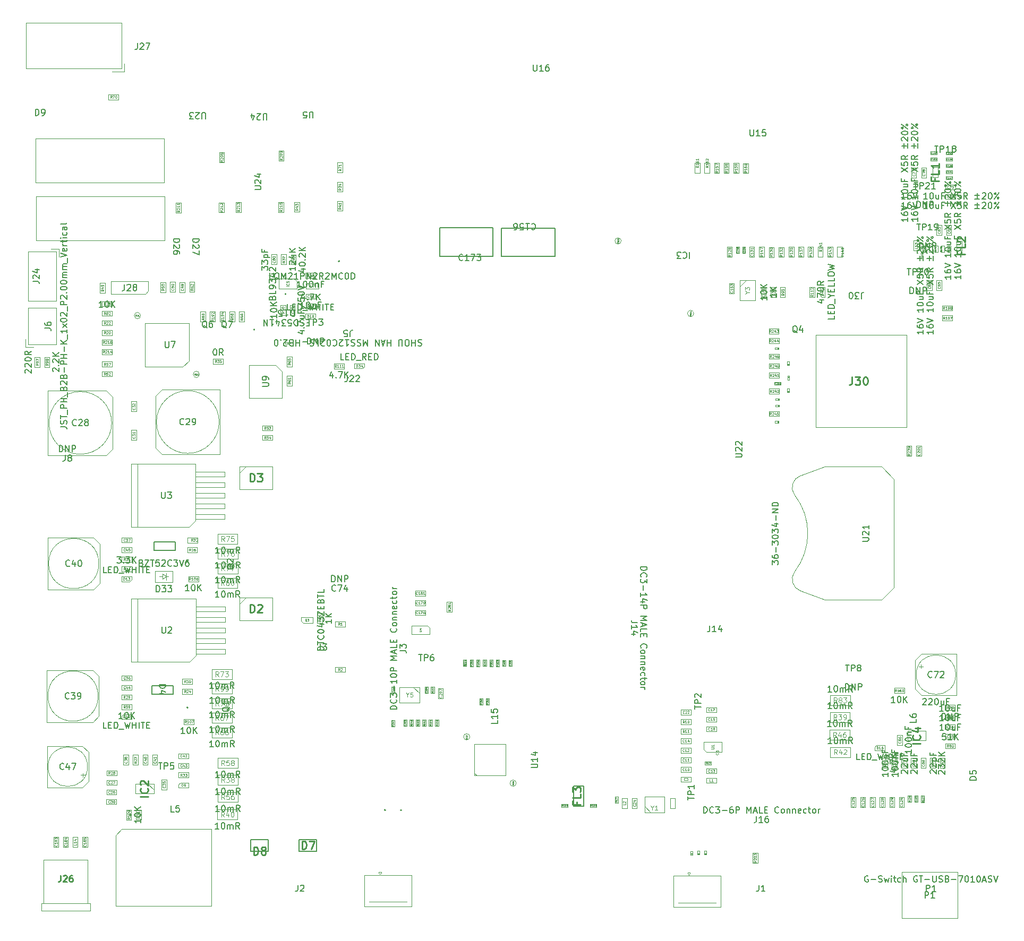
<source format=gbr>
G04 #@! TF.GenerationSoftware,KiCad,Pcbnew,8.0.0-rc1*
G04 #@! TF.CreationDate,2025-03-26T09:49:13+03:00*
G04 #@! TF.ProjectId,Movita_3566_HXV_Router_V4.1,4d6f7669-7461-45f3-9335-36365f485856,REV1*
G04 #@! TF.SameCoordinates,Original*
G04 #@! TF.FileFunction,AssemblyDrawing,Top*
%FSLAX46Y46*%
G04 Gerber Fmt 4.6, Leading zero omitted, Abs format (unit mm)*
G04 Created by KiCad (PCBNEW 8.0.0-rc1) date 2025-03-26 09:49:13*
%MOMM*%
%LPD*%
G01*
G04 APERTURE LIST*
%ADD10C,0.150000*%
%ADD11C,0.060000*%
%ADD12C,0.040000*%
%ADD13C,0.254000*%
%ADD14C,0.120000*%
%ADD15C,0.080000*%
%ADD16C,0.105000*%
%ADD17C,0.050000*%
%ADD18C,0.100000*%
%ADD19C,0.200000*%
G04 APERTURE END LIST*
D10*
X76129523Y-116724819D02*
X75558095Y-116724819D01*
X75843809Y-116724819D02*
X75843809Y-115724819D01*
X75843809Y-115724819D02*
X75748571Y-115867676D01*
X75748571Y-115867676D02*
X75653333Y-115962914D01*
X75653333Y-115962914D02*
X75558095Y-116010533D01*
X76748571Y-115724819D02*
X76843809Y-115724819D01*
X76843809Y-115724819D02*
X76939047Y-115772438D01*
X76939047Y-115772438D02*
X76986666Y-115820057D01*
X76986666Y-115820057D02*
X77034285Y-115915295D01*
X77034285Y-115915295D02*
X77081904Y-116105771D01*
X77081904Y-116105771D02*
X77081904Y-116343866D01*
X77081904Y-116343866D02*
X77034285Y-116534342D01*
X77034285Y-116534342D02*
X76986666Y-116629580D01*
X76986666Y-116629580D02*
X76939047Y-116677200D01*
X76939047Y-116677200D02*
X76843809Y-116724819D01*
X76843809Y-116724819D02*
X76748571Y-116724819D01*
X76748571Y-116724819D02*
X76653333Y-116677200D01*
X76653333Y-116677200D02*
X76605714Y-116629580D01*
X76605714Y-116629580D02*
X76558095Y-116534342D01*
X76558095Y-116534342D02*
X76510476Y-116343866D01*
X76510476Y-116343866D02*
X76510476Y-116105771D01*
X76510476Y-116105771D02*
X76558095Y-115915295D01*
X76558095Y-115915295D02*
X76605714Y-115820057D01*
X76605714Y-115820057D02*
X76653333Y-115772438D01*
X76653333Y-115772438D02*
X76748571Y-115724819D01*
X77510476Y-116724819D02*
X77510476Y-115724819D01*
X78081904Y-116724819D02*
X77653333Y-116153390D01*
X78081904Y-115724819D02*
X77510476Y-116296247D01*
D11*
X76372381Y-115021927D02*
X76239048Y-114831451D01*
X76143810Y-115021927D02*
X76143810Y-114621927D01*
X76143810Y-114621927D02*
X76296191Y-114621927D01*
X76296191Y-114621927D02*
X76334286Y-114640975D01*
X76334286Y-114640975D02*
X76353333Y-114660022D01*
X76353333Y-114660022D02*
X76372381Y-114698118D01*
X76372381Y-114698118D02*
X76372381Y-114755260D01*
X76372381Y-114755260D02*
X76353333Y-114793356D01*
X76353333Y-114793356D02*
X76334286Y-114812403D01*
X76334286Y-114812403D02*
X76296191Y-114831451D01*
X76296191Y-114831451D02*
X76143810Y-114831451D01*
X76753333Y-115021927D02*
X76524762Y-115021927D01*
X76639048Y-115021927D02*
X76639048Y-114621927D01*
X76639048Y-114621927D02*
X76600952Y-114679070D01*
X76600952Y-114679070D02*
X76562857Y-114717165D01*
X76562857Y-114717165D02*
X76524762Y-114736213D01*
X77000952Y-114621927D02*
X77039047Y-114621927D01*
X77039047Y-114621927D02*
X77077143Y-114640975D01*
X77077143Y-114640975D02*
X77096190Y-114660022D01*
X77096190Y-114660022D02*
X77115238Y-114698118D01*
X77115238Y-114698118D02*
X77134285Y-114774308D01*
X77134285Y-114774308D02*
X77134285Y-114869546D01*
X77134285Y-114869546D02*
X77115238Y-114945737D01*
X77115238Y-114945737D02*
X77096190Y-114983832D01*
X77096190Y-114983832D02*
X77077143Y-115002880D01*
X77077143Y-115002880D02*
X77039047Y-115021927D01*
X77039047Y-115021927D02*
X77000952Y-115021927D01*
X77000952Y-115021927D02*
X76962857Y-115002880D01*
X76962857Y-115002880D02*
X76943809Y-114983832D01*
X76943809Y-114983832D02*
X76924762Y-114945737D01*
X76924762Y-114945737D02*
X76905714Y-114869546D01*
X76905714Y-114869546D02*
X76905714Y-114774308D01*
X76905714Y-114774308D02*
X76924762Y-114698118D01*
X76924762Y-114698118D02*
X76943809Y-114660022D01*
X76943809Y-114660022D02*
X76962857Y-114640975D01*
X76962857Y-114640975D02*
X77000952Y-114621927D01*
X77362856Y-114793356D02*
X77324761Y-114774308D01*
X77324761Y-114774308D02*
X77305714Y-114755260D01*
X77305714Y-114755260D02*
X77286666Y-114717165D01*
X77286666Y-114717165D02*
X77286666Y-114698118D01*
X77286666Y-114698118D02*
X77305714Y-114660022D01*
X77305714Y-114660022D02*
X77324761Y-114640975D01*
X77324761Y-114640975D02*
X77362856Y-114621927D01*
X77362856Y-114621927D02*
X77439047Y-114621927D01*
X77439047Y-114621927D02*
X77477142Y-114640975D01*
X77477142Y-114640975D02*
X77496190Y-114660022D01*
X77496190Y-114660022D02*
X77515237Y-114698118D01*
X77515237Y-114698118D02*
X77515237Y-114717165D01*
X77515237Y-114717165D02*
X77496190Y-114755260D01*
X77496190Y-114755260D02*
X77477142Y-114774308D01*
X77477142Y-114774308D02*
X77439047Y-114793356D01*
X77439047Y-114793356D02*
X77362856Y-114793356D01*
X77362856Y-114793356D02*
X77324761Y-114812403D01*
X77324761Y-114812403D02*
X77305714Y-114831451D01*
X77305714Y-114831451D02*
X77286666Y-114869546D01*
X77286666Y-114869546D02*
X77286666Y-114945737D01*
X77286666Y-114945737D02*
X77305714Y-114983832D01*
X77305714Y-114983832D02*
X77324761Y-115002880D01*
X77324761Y-115002880D02*
X77362856Y-115021927D01*
X77362856Y-115021927D02*
X77439047Y-115021927D01*
X77439047Y-115021927D02*
X77477142Y-115002880D01*
X77477142Y-115002880D02*
X77496190Y-114983832D01*
X77496190Y-114983832D02*
X77515237Y-114945737D01*
X77515237Y-114945737D02*
X77515237Y-114869546D01*
X77515237Y-114869546D02*
X77496190Y-114831451D01*
X77496190Y-114831451D02*
X77477142Y-114812403D01*
X77477142Y-114812403D02*
X77439047Y-114793356D01*
D12*
X120375681Y-140234285D02*
X120375681Y-140300951D01*
X120480443Y-140300951D02*
X120280443Y-140300951D01*
X120280443Y-140300951D02*
X120280443Y-140205713D01*
X120480443Y-140129522D02*
X120280443Y-140129522D01*
X120480443Y-140034284D02*
X120280443Y-140034284D01*
X120280443Y-140034284D02*
X120280443Y-139986665D01*
X120280443Y-139986665D02*
X120289967Y-139958094D01*
X120289967Y-139958094D02*
X120309015Y-139939046D01*
X120309015Y-139939046D02*
X120328062Y-139929523D01*
X120328062Y-139929523D02*
X120366158Y-139919999D01*
X120366158Y-139919999D02*
X120394729Y-139919999D01*
X120394729Y-139919999D02*
X120432824Y-139929523D01*
X120432824Y-139929523D02*
X120451872Y-139939046D01*
X120451872Y-139939046D02*
X120470920Y-139958094D01*
X120470920Y-139958094D02*
X120480443Y-139986665D01*
X120480443Y-139986665D02*
X120480443Y-140034284D01*
X120280443Y-139853332D02*
X120280443Y-139719999D01*
X120280443Y-139719999D02*
X120480443Y-139805713D01*
D10*
X51234819Y-67339523D02*
X51949104Y-67339523D01*
X51949104Y-67339523D02*
X52091961Y-67387142D01*
X52091961Y-67387142D02*
X52187200Y-67482380D01*
X52187200Y-67482380D02*
X52234819Y-67625237D01*
X52234819Y-67625237D02*
X52234819Y-67720475D01*
X51330057Y-66910951D02*
X51282438Y-66863332D01*
X51282438Y-66863332D02*
X51234819Y-66768094D01*
X51234819Y-66768094D02*
X51234819Y-66529999D01*
X51234819Y-66529999D02*
X51282438Y-66434761D01*
X51282438Y-66434761D02*
X51330057Y-66387142D01*
X51330057Y-66387142D02*
X51425295Y-66339523D01*
X51425295Y-66339523D02*
X51520533Y-66339523D01*
X51520533Y-66339523D02*
X51663390Y-66387142D01*
X51663390Y-66387142D02*
X52234819Y-66958570D01*
X52234819Y-66958570D02*
X52234819Y-66339523D01*
X51568152Y-65482380D02*
X52234819Y-65482380D01*
X51187200Y-65720475D02*
X51901485Y-65958570D01*
X51901485Y-65958570D02*
X51901485Y-65339523D01*
D12*
X111690700Y-138088451D02*
X111566891Y-138175118D01*
X111690700Y-138237023D02*
X111430700Y-138237023D01*
X111430700Y-138237023D02*
X111430700Y-138137975D01*
X111430700Y-138137975D02*
X111443081Y-138113213D01*
X111443081Y-138113213D02*
X111455462Y-138100832D01*
X111455462Y-138100832D02*
X111480224Y-138088451D01*
X111480224Y-138088451D02*
X111517367Y-138088451D01*
X111517367Y-138088451D02*
X111542129Y-138100832D01*
X111542129Y-138100832D02*
X111554510Y-138113213D01*
X111554510Y-138113213D02*
X111566891Y-138137975D01*
X111566891Y-138137975D02*
X111566891Y-138237023D01*
X111455462Y-137989404D02*
X111443081Y-137977023D01*
X111443081Y-137977023D02*
X111430700Y-137952261D01*
X111430700Y-137952261D02*
X111430700Y-137890356D01*
X111430700Y-137890356D02*
X111443081Y-137865594D01*
X111443081Y-137865594D02*
X111455462Y-137853213D01*
X111455462Y-137853213D02*
X111480224Y-137840832D01*
X111480224Y-137840832D02*
X111504986Y-137840832D01*
X111504986Y-137840832D02*
X111542129Y-137853213D01*
X111542129Y-137853213D02*
X111690700Y-138001785D01*
X111690700Y-138001785D02*
X111690700Y-137840832D01*
X111517367Y-137617975D02*
X111690700Y-137617975D01*
X111418320Y-137679880D02*
X111604034Y-137741785D01*
X111604034Y-137741785D02*
X111604034Y-137580832D01*
X111542129Y-137444642D02*
X111529748Y-137469404D01*
X111529748Y-137469404D02*
X111517367Y-137481785D01*
X111517367Y-137481785D02*
X111492605Y-137494166D01*
X111492605Y-137494166D02*
X111480224Y-137494166D01*
X111480224Y-137494166D02*
X111455462Y-137481785D01*
X111455462Y-137481785D02*
X111443081Y-137469404D01*
X111443081Y-137469404D02*
X111430700Y-137444642D01*
X111430700Y-137444642D02*
X111430700Y-137395118D01*
X111430700Y-137395118D02*
X111443081Y-137370356D01*
X111443081Y-137370356D02*
X111455462Y-137357975D01*
X111455462Y-137357975D02*
X111480224Y-137345594D01*
X111480224Y-137345594D02*
X111492605Y-137345594D01*
X111492605Y-137345594D02*
X111517367Y-137357975D01*
X111517367Y-137357975D02*
X111529748Y-137370356D01*
X111529748Y-137370356D02*
X111542129Y-137395118D01*
X111542129Y-137395118D02*
X111542129Y-137444642D01*
X111542129Y-137444642D02*
X111554510Y-137469404D01*
X111554510Y-137469404D02*
X111566891Y-137481785D01*
X111566891Y-137481785D02*
X111591653Y-137494166D01*
X111591653Y-137494166D02*
X111641177Y-137494166D01*
X111641177Y-137494166D02*
X111665939Y-137481785D01*
X111665939Y-137481785D02*
X111678320Y-137469404D01*
X111678320Y-137469404D02*
X111690700Y-137444642D01*
X111690700Y-137444642D02*
X111690700Y-137395118D01*
X111690700Y-137395118D02*
X111678320Y-137370356D01*
X111678320Y-137370356D02*
X111665939Y-137357975D01*
X111665939Y-137357975D02*
X111641177Y-137345594D01*
X111641177Y-137345594D02*
X111591653Y-137345594D01*
X111591653Y-137345594D02*
X111566891Y-137357975D01*
X111566891Y-137357975D02*
X111554510Y-137370356D01*
X111554510Y-137370356D02*
X111542129Y-137395118D01*
X193429765Y-62502261D02*
X193441670Y-62514165D01*
X193441670Y-62514165D02*
X193453574Y-62549880D01*
X193453574Y-62549880D02*
X193453574Y-62573689D01*
X193453574Y-62573689D02*
X193441670Y-62609403D01*
X193441670Y-62609403D02*
X193417860Y-62633213D01*
X193417860Y-62633213D02*
X193394050Y-62645118D01*
X193394050Y-62645118D02*
X193346431Y-62657022D01*
X193346431Y-62657022D02*
X193310717Y-62657022D01*
X193310717Y-62657022D02*
X193263098Y-62645118D01*
X193263098Y-62645118D02*
X193239289Y-62633213D01*
X193239289Y-62633213D02*
X193215479Y-62609403D01*
X193215479Y-62609403D02*
X193203574Y-62573689D01*
X193203574Y-62573689D02*
X193203574Y-62549880D01*
X193203574Y-62549880D02*
X193215479Y-62514165D01*
X193215479Y-62514165D02*
X193227384Y-62502261D01*
X193453574Y-62264165D02*
X193453574Y-62407022D01*
X193453574Y-62335594D02*
X193203574Y-62335594D01*
X193203574Y-62335594D02*
X193239289Y-62359403D01*
X193239289Y-62359403D02*
X193263098Y-62383213D01*
X193263098Y-62383213D02*
X193275003Y-62407022D01*
X193203574Y-62049880D02*
X193203574Y-62097499D01*
X193203574Y-62097499D02*
X193215479Y-62121308D01*
X193215479Y-62121308D02*
X193227384Y-62133213D01*
X193227384Y-62133213D02*
X193263098Y-62157023D01*
X193263098Y-62157023D02*
X193310717Y-62168927D01*
X193310717Y-62168927D02*
X193405955Y-62168927D01*
X193405955Y-62168927D02*
X193429765Y-62157023D01*
X193429765Y-62157023D02*
X193441670Y-62145118D01*
X193441670Y-62145118D02*
X193453574Y-62121308D01*
X193453574Y-62121308D02*
X193453574Y-62073689D01*
X193453574Y-62073689D02*
X193441670Y-62049880D01*
X193441670Y-62049880D02*
X193429765Y-62037975D01*
X193429765Y-62037975D02*
X193405955Y-62026070D01*
X193405955Y-62026070D02*
X193346431Y-62026070D01*
X193346431Y-62026070D02*
X193322622Y-62037975D01*
X193322622Y-62037975D02*
X193310717Y-62049880D01*
X193310717Y-62049880D02*
X193298812Y-62073689D01*
X193298812Y-62073689D02*
X193298812Y-62121308D01*
X193298812Y-62121308D02*
X193310717Y-62145118D01*
X193310717Y-62145118D02*
X193322622Y-62157023D01*
X193322622Y-62157023D02*
X193346431Y-62168927D01*
X193203574Y-61871309D02*
X193203574Y-61847499D01*
X193203574Y-61847499D02*
X193215479Y-61823690D01*
X193215479Y-61823690D02*
X193227384Y-61811785D01*
X193227384Y-61811785D02*
X193251193Y-61799880D01*
X193251193Y-61799880D02*
X193298812Y-61787975D01*
X193298812Y-61787975D02*
X193358336Y-61787975D01*
X193358336Y-61787975D02*
X193405955Y-61799880D01*
X193405955Y-61799880D02*
X193429765Y-61811785D01*
X193429765Y-61811785D02*
X193441670Y-61823690D01*
X193441670Y-61823690D02*
X193453574Y-61847499D01*
X193453574Y-61847499D02*
X193453574Y-61871309D01*
X193453574Y-61871309D02*
X193441670Y-61895118D01*
X193441670Y-61895118D02*
X193429765Y-61907023D01*
X193429765Y-61907023D02*
X193405955Y-61918928D01*
X193405955Y-61918928D02*
X193358336Y-61930832D01*
X193358336Y-61930832D02*
X193298812Y-61930832D01*
X193298812Y-61930832D02*
X193251193Y-61918928D01*
X193251193Y-61918928D02*
X193227384Y-61907023D01*
X193227384Y-61907023D02*
X193215479Y-61895118D01*
X193215479Y-61895118D02*
X193203574Y-61871309D01*
D11*
X62802857Y-82311927D02*
X62669524Y-82121451D01*
X62574286Y-82311927D02*
X62574286Y-81911927D01*
X62574286Y-81911927D02*
X62726667Y-81911927D01*
X62726667Y-81911927D02*
X62764762Y-81930975D01*
X62764762Y-81930975D02*
X62783809Y-81950022D01*
X62783809Y-81950022D02*
X62802857Y-81988118D01*
X62802857Y-81988118D02*
X62802857Y-82045260D01*
X62802857Y-82045260D02*
X62783809Y-82083356D01*
X62783809Y-82083356D02*
X62764762Y-82102403D01*
X62764762Y-82102403D02*
X62726667Y-82121451D01*
X62726667Y-82121451D02*
X62574286Y-82121451D01*
X63164762Y-81911927D02*
X62974286Y-81911927D01*
X62974286Y-81911927D02*
X62955238Y-82102403D01*
X62955238Y-82102403D02*
X62974286Y-82083356D01*
X62974286Y-82083356D02*
X63012381Y-82064308D01*
X63012381Y-82064308D02*
X63107619Y-82064308D01*
X63107619Y-82064308D02*
X63145714Y-82083356D01*
X63145714Y-82083356D02*
X63164762Y-82102403D01*
X63164762Y-82102403D02*
X63183809Y-82140499D01*
X63183809Y-82140499D02*
X63183809Y-82235737D01*
X63183809Y-82235737D02*
X63164762Y-82273832D01*
X63164762Y-82273832D02*
X63145714Y-82292880D01*
X63145714Y-82292880D02*
X63107619Y-82311927D01*
X63107619Y-82311927D02*
X63012381Y-82311927D01*
X63012381Y-82311927D02*
X62974286Y-82292880D01*
X62974286Y-82292880D02*
X62955238Y-82273832D01*
X63336190Y-81950022D02*
X63355238Y-81930975D01*
X63355238Y-81930975D02*
X63393333Y-81911927D01*
X63393333Y-81911927D02*
X63488571Y-81911927D01*
X63488571Y-81911927D02*
X63526666Y-81930975D01*
X63526666Y-81930975D02*
X63545714Y-81950022D01*
X63545714Y-81950022D02*
X63564761Y-81988118D01*
X63564761Y-81988118D02*
X63564761Y-82026213D01*
X63564761Y-82026213D02*
X63545714Y-82083356D01*
X63545714Y-82083356D02*
X63317142Y-82311927D01*
X63317142Y-82311927D02*
X63564761Y-82311927D01*
D10*
X190704819Y-57210476D02*
X190704819Y-57781904D01*
X190704819Y-57496190D02*
X189704819Y-57496190D01*
X189704819Y-57496190D02*
X189847676Y-57591428D01*
X189847676Y-57591428D02*
X189942914Y-57686666D01*
X189942914Y-57686666D02*
X189990533Y-57781904D01*
X189704819Y-56353333D02*
X189704819Y-56543809D01*
X189704819Y-56543809D02*
X189752438Y-56639047D01*
X189752438Y-56639047D02*
X189800057Y-56686666D01*
X189800057Y-56686666D02*
X189942914Y-56781904D01*
X189942914Y-56781904D02*
X190133390Y-56829523D01*
X190133390Y-56829523D02*
X190514342Y-56829523D01*
X190514342Y-56829523D02*
X190609580Y-56781904D01*
X190609580Y-56781904D02*
X190657200Y-56734285D01*
X190657200Y-56734285D02*
X190704819Y-56639047D01*
X190704819Y-56639047D02*
X190704819Y-56448571D01*
X190704819Y-56448571D02*
X190657200Y-56353333D01*
X190657200Y-56353333D02*
X190609580Y-56305714D01*
X190609580Y-56305714D02*
X190514342Y-56258095D01*
X190514342Y-56258095D02*
X190276247Y-56258095D01*
X190276247Y-56258095D02*
X190181009Y-56305714D01*
X190181009Y-56305714D02*
X190133390Y-56353333D01*
X190133390Y-56353333D02*
X190085771Y-56448571D01*
X190085771Y-56448571D02*
X190085771Y-56639047D01*
X190085771Y-56639047D02*
X190133390Y-56734285D01*
X190133390Y-56734285D02*
X190181009Y-56781904D01*
X190181009Y-56781904D02*
X190276247Y-56829523D01*
X189704819Y-55972380D02*
X190704819Y-55639047D01*
X190704819Y-55639047D02*
X189704819Y-55305714D01*
X190704819Y-53686666D02*
X190704819Y-54258094D01*
X190704819Y-53972380D02*
X189704819Y-53972380D01*
X189704819Y-53972380D02*
X189847676Y-54067618D01*
X189847676Y-54067618D02*
X189942914Y-54162856D01*
X189942914Y-54162856D02*
X189990533Y-54258094D01*
X189704819Y-53067618D02*
X189704819Y-52972380D01*
X189704819Y-52972380D02*
X189752438Y-52877142D01*
X189752438Y-52877142D02*
X189800057Y-52829523D01*
X189800057Y-52829523D02*
X189895295Y-52781904D01*
X189895295Y-52781904D02*
X190085771Y-52734285D01*
X190085771Y-52734285D02*
X190323866Y-52734285D01*
X190323866Y-52734285D02*
X190514342Y-52781904D01*
X190514342Y-52781904D02*
X190609580Y-52829523D01*
X190609580Y-52829523D02*
X190657200Y-52877142D01*
X190657200Y-52877142D02*
X190704819Y-52972380D01*
X190704819Y-52972380D02*
X190704819Y-53067618D01*
X190704819Y-53067618D02*
X190657200Y-53162856D01*
X190657200Y-53162856D02*
X190609580Y-53210475D01*
X190609580Y-53210475D02*
X190514342Y-53258094D01*
X190514342Y-53258094D02*
X190323866Y-53305713D01*
X190323866Y-53305713D02*
X190085771Y-53305713D01*
X190085771Y-53305713D02*
X189895295Y-53258094D01*
X189895295Y-53258094D02*
X189800057Y-53210475D01*
X189800057Y-53210475D02*
X189752438Y-53162856D01*
X189752438Y-53162856D02*
X189704819Y-53067618D01*
X190038152Y-51877142D02*
X190704819Y-51877142D01*
X190038152Y-52305713D02*
X190561961Y-52305713D01*
X190561961Y-52305713D02*
X190657200Y-52258094D01*
X190657200Y-52258094D02*
X190704819Y-52162856D01*
X190704819Y-52162856D02*
X190704819Y-52019999D01*
X190704819Y-52019999D02*
X190657200Y-51924761D01*
X190657200Y-51924761D02*
X190609580Y-51877142D01*
X190181009Y-51067618D02*
X190181009Y-51400951D01*
X190704819Y-51400951D02*
X189704819Y-51400951D01*
X189704819Y-51400951D02*
X189704819Y-50924761D01*
X189704819Y-49877141D02*
X190704819Y-49210475D01*
X189704819Y-49210475D02*
X190704819Y-49877141D01*
X189704819Y-48353332D02*
X189704819Y-48829522D01*
X189704819Y-48829522D02*
X190181009Y-48877141D01*
X190181009Y-48877141D02*
X190133390Y-48829522D01*
X190133390Y-48829522D02*
X190085771Y-48734284D01*
X190085771Y-48734284D02*
X190085771Y-48496189D01*
X190085771Y-48496189D02*
X190133390Y-48400951D01*
X190133390Y-48400951D02*
X190181009Y-48353332D01*
X190181009Y-48353332D02*
X190276247Y-48305713D01*
X190276247Y-48305713D02*
X190514342Y-48305713D01*
X190514342Y-48305713D02*
X190609580Y-48353332D01*
X190609580Y-48353332D02*
X190657200Y-48400951D01*
X190657200Y-48400951D02*
X190704819Y-48496189D01*
X190704819Y-48496189D02*
X190704819Y-48734284D01*
X190704819Y-48734284D02*
X190657200Y-48829522D01*
X190657200Y-48829522D02*
X190609580Y-48877141D01*
X190704819Y-47305713D02*
X190228628Y-47639046D01*
X190704819Y-47877141D02*
X189704819Y-47877141D01*
X189704819Y-47877141D02*
X189704819Y-47496189D01*
X189704819Y-47496189D02*
X189752438Y-47400951D01*
X189752438Y-47400951D02*
X189800057Y-47353332D01*
X189800057Y-47353332D02*
X189895295Y-47305713D01*
X189895295Y-47305713D02*
X190038152Y-47305713D01*
X190038152Y-47305713D02*
X190133390Y-47353332D01*
X190133390Y-47353332D02*
X190181009Y-47400951D01*
X190181009Y-47400951D02*
X190228628Y-47496189D01*
X190228628Y-47496189D02*
X190228628Y-47877141D01*
X190133390Y-46115236D02*
X190133390Y-45353332D01*
X190514342Y-45734284D02*
X189752438Y-45734284D01*
X190704819Y-45353332D02*
X190704819Y-46115236D01*
X189800057Y-44924760D02*
X189752438Y-44877141D01*
X189752438Y-44877141D02*
X189704819Y-44781903D01*
X189704819Y-44781903D02*
X189704819Y-44543808D01*
X189704819Y-44543808D02*
X189752438Y-44448570D01*
X189752438Y-44448570D02*
X189800057Y-44400951D01*
X189800057Y-44400951D02*
X189895295Y-44353332D01*
X189895295Y-44353332D02*
X189990533Y-44353332D01*
X189990533Y-44353332D02*
X190133390Y-44400951D01*
X190133390Y-44400951D02*
X190704819Y-44972379D01*
X190704819Y-44972379D02*
X190704819Y-44353332D01*
X189704819Y-43734284D02*
X189704819Y-43639046D01*
X189704819Y-43639046D02*
X189752438Y-43543808D01*
X189752438Y-43543808D02*
X189800057Y-43496189D01*
X189800057Y-43496189D02*
X189895295Y-43448570D01*
X189895295Y-43448570D02*
X190085771Y-43400951D01*
X190085771Y-43400951D02*
X190323866Y-43400951D01*
X190323866Y-43400951D02*
X190514342Y-43448570D01*
X190514342Y-43448570D02*
X190609580Y-43496189D01*
X190609580Y-43496189D02*
X190657200Y-43543808D01*
X190657200Y-43543808D02*
X190704819Y-43639046D01*
X190704819Y-43639046D02*
X190704819Y-43734284D01*
X190704819Y-43734284D02*
X190657200Y-43829522D01*
X190657200Y-43829522D02*
X190609580Y-43877141D01*
X190609580Y-43877141D02*
X190514342Y-43924760D01*
X190514342Y-43924760D02*
X190323866Y-43972379D01*
X190323866Y-43972379D02*
X190085771Y-43972379D01*
X190085771Y-43972379D02*
X189895295Y-43924760D01*
X189895295Y-43924760D02*
X189800057Y-43877141D01*
X189800057Y-43877141D02*
X189752438Y-43829522D01*
X189752438Y-43829522D02*
X189704819Y-43734284D01*
X190704819Y-43019998D02*
X189704819Y-42258094D01*
X189704819Y-42877141D02*
X189752438Y-42781903D01*
X189752438Y-42781903D02*
X189847676Y-42734284D01*
X189847676Y-42734284D02*
X189942914Y-42781903D01*
X189942914Y-42781903D02*
X189990533Y-42877141D01*
X189990533Y-42877141D02*
X189942914Y-42972379D01*
X189942914Y-42972379D02*
X189847676Y-43019998D01*
X189847676Y-43019998D02*
X189752438Y-42972379D01*
X189752438Y-42972379D02*
X189704819Y-42877141D01*
X190657200Y-42305713D02*
X190561961Y-42258094D01*
X190561961Y-42258094D02*
X190466723Y-42305713D01*
X190466723Y-42305713D02*
X190419104Y-42400951D01*
X190419104Y-42400951D02*
X190466723Y-42496189D01*
X190466723Y-42496189D02*
X190561961Y-42543808D01*
X190561961Y-42543808D02*
X190657200Y-42496189D01*
X190657200Y-42496189D02*
X190704819Y-42400951D01*
X190704819Y-42400951D02*
X190657200Y-42305713D01*
D11*
X191823832Y-50277142D02*
X191842880Y-50296190D01*
X191842880Y-50296190D02*
X191861927Y-50353332D01*
X191861927Y-50353332D02*
X191861927Y-50391428D01*
X191861927Y-50391428D02*
X191842880Y-50448571D01*
X191842880Y-50448571D02*
X191804784Y-50486666D01*
X191804784Y-50486666D02*
X191766689Y-50505713D01*
X191766689Y-50505713D02*
X191690499Y-50524761D01*
X191690499Y-50524761D02*
X191633356Y-50524761D01*
X191633356Y-50524761D02*
X191557165Y-50505713D01*
X191557165Y-50505713D02*
X191519070Y-50486666D01*
X191519070Y-50486666D02*
X191480975Y-50448571D01*
X191480975Y-50448571D02*
X191461927Y-50391428D01*
X191461927Y-50391428D02*
X191461927Y-50353332D01*
X191461927Y-50353332D02*
X191480975Y-50296190D01*
X191480975Y-50296190D02*
X191500022Y-50277142D01*
X191461927Y-50143809D02*
X191461927Y-49877142D01*
X191461927Y-49877142D02*
X191861927Y-50048571D01*
X191461927Y-49762857D02*
X191461927Y-49496190D01*
X191461927Y-49496190D02*
X191861927Y-49667619D01*
X112557381Y-118803832D02*
X112538333Y-118822880D01*
X112538333Y-118822880D02*
X112481191Y-118841927D01*
X112481191Y-118841927D02*
X112443095Y-118841927D01*
X112443095Y-118841927D02*
X112385952Y-118822880D01*
X112385952Y-118822880D02*
X112347857Y-118784784D01*
X112347857Y-118784784D02*
X112328810Y-118746689D01*
X112328810Y-118746689D02*
X112309762Y-118670499D01*
X112309762Y-118670499D02*
X112309762Y-118613356D01*
X112309762Y-118613356D02*
X112328810Y-118537165D01*
X112328810Y-118537165D02*
X112347857Y-118499070D01*
X112347857Y-118499070D02*
X112385952Y-118460975D01*
X112385952Y-118460975D02*
X112443095Y-118441927D01*
X112443095Y-118441927D02*
X112481191Y-118441927D01*
X112481191Y-118441927D02*
X112538333Y-118460975D01*
X112538333Y-118460975D02*
X112557381Y-118480022D01*
X112938333Y-118841927D02*
X112709762Y-118841927D01*
X112824048Y-118841927D02*
X112824048Y-118441927D01*
X112824048Y-118441927D02*
X112785952Y-118499070D01*
X112785952Y-118499070D02*
X112747857Y-118537165D01*
X112747857Y-118537165D02*
X112709762Y-118556213D01*
X113071666Y-118441927D02*
X113338333Y-118441927D01*
X113338333Y-118441927D02*
X113166904Y-118841927D01*
X113509761Y-118841927D02*
X113585952Y-118841927D01*
X113585952Y-118841927D02*
X113624047Y-118822880D01*
X113624047Y-118822880D02*
X113643095Y-118803832D01*
X113643095Y-118803832D02*
X113681190Y-118746689D01*
X113681190Y-118746689D02*
X113700237Y-118670499D01*
X113700237Y-118670499D02*
X113700237Y-118518118D01*
X113700237Y-118518118D02*
X113681190Y-118480022D01*
X113681190Y-118480022D02*
X113662142Y-118460975D01*
X113662142Y-118460975D02*
X113624047Y-118441927D01*
X113624047Y-118441927D02*
X113547856Y-118441927D01*
X113547856Y-118441927D02*
X113509761Y-118460975D01*
X113509761Y-118460975D02*
X113490714Y-118480022D01*
X113490714Y-118480022D02*
X113471666Y-118518118D01*
X113471666Y-118518118D02*
X113471666Y-118613356D01*
X113471666Y-118613356D02*
X113490714Y-118651451D01*
X113490714Y-118651451D02*
X113509761Y-118670499D01*
X113509761Y-118670499D02*
X113547856Y-118689546D01*
X113547856Y-118689546D02*
X113624047Y-118689546D01*
X113624047Y-118689546D02*
X113662142Y-118670499D01*
X113662142Y-118670499D02*
X113681190Y-118651451D01*
X113681190Y-118651451D02*
X113700237Y-118613356D01*
D10*
X94994286Y-77374819D02*
X94994286Y-76374819D01*
X94994286Y-76374819D02*
X95232381Y-76374819D01*
X95232381Y-76374819D02*
X95375238Y-76422438D01*
X95375238Y-76422438D02*
X95470476Y-76517676D01*
X95470476Y-76517676D02*
X95518095Y-76612914D01*
X95518095Y-76612914D02*
X95565714Y-76803390D01*
X95565714Y-76803390D02*
X95565714Y-76946247D01*
X95565714Y-76946247D02*
X95518095Y-77136723D01*
X95518095Y-77136723D02*
X95470476Y-77231961D01*
X95470476Y-77231961D02*
X95375238Y-77327200D01*
X95375238Y-77327200D02*
X95232381Y-77374819D01*
X95232381Y-77374819D02*
X94994286Y-77374819D01*
X95994286Y-77374819D02*
X95994286Y-76374819D01*
X95994286Y-76374819D02*
X96565714Y-77374819D01*
X96565714Y-77374819D02*
X96565714Y-76374819D01*
X97041905Y-77374819D02*
X97041905Y-76374819D01*
X97041905Y-76374819D02*
X97422857Y-76374819D01*
X97422857Y-76374819D02*
X97518095Y-76422438D01*
X97518095Y-76422438D02*
X97565714Y-76470057D01*
X97565714Y-76470057D02*
X97613333Y-76565295D01*
X97613333Y-76565295D02*
X97613333Y-76708152D01*
X97613333Y-76708152D02*
X97565714Y-76803390D01*
X97565714Y-76803390D02*
X97518095Y-76851009D01*
X97518095Y-76851009D02*
X97422857Y-76898628D01*
X97422857Y-76898628D02*
X97041905Y-76898628D01*
X95018095Y-73374819D02*
X95589523Y-73374819D01*
X95303809Y-74374819D02*
X95303809Y-73374819D01*
X95922857Y-74374819D02*
X95922857Y-73374819D01*
X95922857Y-73374819D02*
X96303809Y-73374819D01*
X96303809Y-73374819D02*
X96399047Y-73422438D01*
X96399047Y-73422438D02*
X96446666Y-73470057D01*
X96446666Y-73470057D02*
X96494285Y-73565295D01*
X96494285Y-73565295D02*
X96494285Y-73708152D01*
X96494285Y-73708152D02*
X96446666Y-73803390D01*
X96446666Y-73803390D02*
X96399047Y-73851009D01*
X96399047Y-73851009D02*
X96303809Y-73898628D01*
X96303809Y-73898628D02*
X95922857Y-73898628D01*
X96827619Y-73374819D02*
X97446666Y-73374819D01*
X97446666Y-73374819D02*
X97113333Y-73755771D01*
X97113333Y-73755771D02*
X97256190Y-73755771D01*
X97256190Y-73755771D02*
X97351428Y-73803390D01*
X97351428Y-73803390D02*
X97399047Y-73851009D01*
X97399047Y-73851009D02*
X97446666Y-73946247D01*
X97446666Y-73946247D02*
X97446666Y-74184342D01*
X97446666Y-74184342D02*
X97399047Y-74279580D01*
X97399047Y-74279580D02*
X97351428Y-74327200D01*
X97351428Y-74327200D02*
X97256190Y-74374819D01*
X97256190Y-74374819D02*
X96970476Y-74374819D01*
X96970476Y-74374819D02*
X96875238Y-74327200D01*
X96875238Y-74327200D02*
X96827619Y-74279580D01*
X188659523Y-134544819D02*
X188088095Y-134544819D01*
X188373809Y-134544819D02*
X188373809Y-133544819D01*
X188373809Y-133544819D02*
X188278571Y-133687676D01*
X188278571Y-133687676D02*
X188183333Y-133782914D01*
X188183333Y-133782914D02*
X188088095Y-133830533D01*
X189278571Y-133544819D02*
X189373809Y-133544819D01*
X189373809Y-133544819D02*
X189469047Y-133592438D01*
X189469047Y-133592438D02*
X189516666Y-133640057D01*
X189516666Y-133640057D02*
X189564285Y-133735295D01*
X189564285Y-133735295D02*
X189611904Y-133925771D01*
X189611904Y-133925771D02*
X189611904Y-134163866D01*
X189611904Y-134163866D02*
X189564285Y-134354342D01*
X189564285Y-134354342D02*
X189516666Y-134449580D01*
X189516666Y-134449580D02*
X189469047Y-134497200D01*
X189469047Y-134497200D02*
X189373809Y-134544819D01*
X189373809Y-134544819D02*
X189278571Y-134544819D01*
X189278571Y-134544819D02*
X189183333Y-134497200D01*
X189183333Y-134497200D02*
X189135714Y-134449580D01*
X189135714Y-134449580D02*
X189088095Y-134354342D01*
X189088095Y-134354342D02*
X189040476Y-134163866D01*
X189040476Y-134163866D02*
X189040476Y-133925771D01*
X189040476Y-133925771D02*
X189088095Y-133735295D01*
X189088095Y-133735295D02*
X189135714Y-133640057D01*
X189135714Y-133640057D02*
X189183333Y-133592438D01*
X189183333Y-133592438D02*
X189278571Y-133544819D01*
X190040476Y-134544819D02*
X190040476Y-133544819D01*
X190611904Y-134544819D02*
X190183333Y-133973390D01*
X190611904Y-133544819D02*
X190040476Y-134116247D01*
D11*
X188902381Y-132841927D02*
X188769048Y-132651451D01*
X188673810Y-132841927D02*
X188673810Y-132441927D01*
X188673810Y-132441927D02*
X188826191Y-132441927D01*
X188826191Y-132441927D02*
X188864286Y-132460975D01*
X188864286Y-132460975D02*
X188883333Y-132480022D01*
X188883333Y-132480022D02*
X188902381Y-132518118D01*
X188902381Y-132518118D02*
X188902381Y-132575260D01*
X188902381Y-132575260D02*
X188883333Y-132613356D01*
X188883333Y-132613356D02*
X188864286Y-132632403D01*
X188864286Y-132632403D02*
X188826191Y-132651451D01*
X188826191Y-132651451D02*
X188673810Y-132651451D01*
X189283333Y-132841927D02*
X189054762Y-132841927D01*
X189169048Y-132841927D02*
X189169048Y-132441927D01*
X189169048Y-132441927D02*
X189130952Y-132499070D01*
X189130952Y-132499070D02*
X189092857Y-132537165D01*
X189092857Y-132537165D02*
X189054762Y-132556213D01*
X189664285Y-132841927D02*
X189435714Y-132841927D01*
X189550000Y-132841927D02*
X189550000Y-132441927D01*
X189550000Y-132441927D02*
X189511904Y-132499070D01*
X189511904Y-132499070D02*
X189473809Y-132537165D01*
X189473809Y-132537165D02*
X189435714Y-132556213D01*
X189911904Y-132441927D02*
X189949999Y-132441927D01*
X189949999Y-132441927D02*
X189988095Y-132460975D01*
X189988095Y-132460975D02*
X190007142Y-132480022D01*
X190007142Y-132480022D02*
X190026190Y-132518118D01*
X190026190Y-132518118D02*
X190045237Y-132594308D01*
X190045237Y-132594308D02*
X190045237Y-132689546D01*
X190045237Y-132689546D02*
X190026190Y-132765737D01*
X190026190Y-132765737D02*
X190007142Y-132803832D01*
X190007142Y-132803832D02*
X189988095Y-132822880D01*
X189988095Y-132822880D02*
X189949999Y-132841927D01*
X189949999Y-132841927D02*
X189911904Y-132841927D01*
X189911904Y-132841927D02*
X189873809Y-132822880D01*
X189873809Y-132822880D02*
X189854761Y-132803832D01*
X189854761Y-132803832D02*
X189835714Y-132765737D01*
X189835714Y-132765737D02*
X189816666Y-132689546D01*
X189816666Y-132689546D02*
X189816666Y-132594308D01*
X189816666Y-132594308D02*
X189835714Y-132518118D01*
X189835714Y-132518118D02*
X189854761Y-132480022D01*
X189854761Y-132480022D02*
X189873809Y-132460975D01*
X189873809Y-132460975D02*
X189911904Y-132441927D01*
D10*
X119770952Y-63949580D02*
X119723333Y-63997200D01*
X119723333Y-63997200D02*
X119580476Y-64044819D01*
X119580476Y-64044819D02*
X119485238Y-64044819D01*
X119485238Y-64044819D02*
X119342381Y-63997200D01*
X119342381Y-63997200D02*
X119247143Y-63901961D01*
X119247143Y-63901961D02*
X119199524Y-63806723D01*
X119199524Y-63806723D02*
X119151905Y-63616247D01*
X119151905Y-63616247D02*
X119151905Y-63473390D01*
X119151905Y-63473390D02*
X119199524Y-63282914D01*
X119199524Y-63282914D02*
X119247143Y-63187676D01*
X119247143Y-63187676D02*
X119342381Y-63092438D01*
X119342381Y-63092438D02*
X119485238Y-63044819D01*
X119485238Y-63044819D02*
X119580476Y-63044819D01*
X119580476Y-63044819D02*
X119723333Y-63092438D01*
X119723333Y-63092438D02*
X119770952Y-63140057D01*
X120723333Y-64044819D02*
X120151905Y-64044819D01*
X120437619Y-64044819D02*
X120437619Y-63044819D01*
X120437619Y-63044819D02*
X120342381Y-63187676D01*
X120342381Y-63187676D02*
X120247143Y-63282914D01*
X120247143Y-63282914D02*
X120151905Y-63330533D01*
X121056667Y-63044819D02*
X121723333Y-63044819D01*
X121723333Y-63044819D02*
X121294762Y-64044819D01*
X122009048Y-63044819D02*
X122628095Y-63044819D01*
X122628095Y-63044819D02*
X122294762Y-63425771D01*
X122294762Y-63425771D02*
X122437619Y-63425771D01*
X122437619Y-63425771D02*
X122532857Y-63473390D01*
X122532857Y-63473390D02*
X122580476Y-63521009D01*
X122580476Y-63521009D02*
X122628095Y-63616247D01*
X122628095Y-63616247D02*
X122628095Y-63854342D01*
X122628095Y-63854342D02*
X122580476Y-63949580D01*
X122580476Y-63949580D02*
X122532857Y-63997200D01*
X122532857Y-63997200D02*
X122437619Y-64044819D01*
X122437619Y-64044819D02*
X122151905Y-64044819D01*
X122151905Y-64044819D02*
X122056667Y-63997200D01*
X122056667Y-63997200D02*
X122009048Y-63949580D01*
D11*
X62802857Y-74191927D02*
X62669524Y-74001451D01*
X62574286Y-74191927D02*
X62574286Y-73791927D01*
X62574286Y-73791927D02*
X62726667Y-73791927D01*
X62726667Y-73791927D02*
X62764762Y-73810975D01*
X62764762Y-73810975D02*
X62783809Y-73830022D01*
X62783809Y-73830022D02*
X62802857Y-73868118D01*
X62802857Y-73868118D02*
X62802857Y-73925260D01*
X62802857Y-73925260D02*
X62783809Y-73963356D01*
X62783809Y-73963356D02*
X62764762Y-73982403D01*
X62764762Y-73982403D02*
X62726667Y-74001451D01*
X62726667Y-74001451D02*
X62574286Y-74001451D01*
X62955238Y-73830022D02*
X62974286Y-73810975D01*
X62974286Y-73810975D02*
X63012381Y-73791927D01*
X63012381Y-73791927D02*
X63107619Y-73791927D01*
X63107619Y-73791927D02*
X63145714Y-73810975D01*
X63145714Y-73810975D02*
X63164762Y-73830022D01*
X63164762Y-73830022D02*
X63183809Y-73868118D01*
X63183809Y-73868118D02*
X63183809Y-73906213D01*
X63183809Y-73906213D02*
X63164762Y-73963356D01*
X63164762Y-73963356D02*
X62936190Y-74191927D01*
X62936190Y-74191927D02*
X63183809Y-74191927D01*
X63336190Y-73830022D02*
X63355238Y-73810975D01*
X63355238Y-73810975D02*
X63393333Y-73791927D01*
X63393333Y-73791927D02*
X63488571Y-73791927D01*
X63488571Y-73791927D02*
X63526666Y-73810975D01*
X63526666Y-73810975D02*
X63545714Y-73830022D01*
X63545714Y-73830022D02*
X63564761Y-73868118D01*
X63564761Y-73868118D02*
X63564761Y-73906213D01*
X63564761Y-73906213D02*
X63545714Y-73963356D01*
X63545714Y-73963356D02*
X63317142Y-74191927D01*
X63317142Y-74191927D02*
X63564761Y-74191927D01*
X65932857Y-110333832D02*
X65913809Y-110352880D01*
X65913809Y-110352880D02*
X65856667Y-110371927D01*
X65856667Y-110371927D02*
X65818571Y-110371927D01*
X65818571Y-110371927D02*
X65761428Y-110352880D01*
X65761428Y-110352880D02*
X65723333Y-110314784D01*
X65723333Y-110314784D02*
X65704286Y-110276689D01*
X65704286Y-110276689D02*
X65685238Y-110200499D01*
X65685238Y-110200499D02*
X65685238Y-110143356D01*
X65685238Y-110143356D02*
X65704286Y-110067165D01*
X65704286Y-110067165D02*
X65723333Y-110029070D01*
X65723333Y-110029070D02*
X65761428Y-109990975D01*
X65761428Y-109990975D02*
X65818571Y-109971927D01*
X65818571Y-109971927D02*
X65856667Y-109971927D01*
X65856667Y-109971927D02*
X65913809Y-109990975D01*
X65913809Y-109990975D02*
X65932857Y-110010022D01*
X66275714Y-110105260D02*
X66275714Y-110371927D01*
X66180476Y-109952880D02*
X66085238Y-110238594D01*
X66085238Y-110238594D02*
X66332857Y-110238594D01*
X66675714Y-109971927D02*
X66485238Y-109971927D01*
X66485238Y-109971927D02*
X66466190Y-110162403D01*
X66466190Y-110162403D02*
X66485238Y-110143356D01*
X66485238Y-110143356D02*
X66523333Y-110124308D01*
X66523333Y-110124308D02*
X66618571Y-110124308D01*
X66618571Y-110124308D02*
X66656666Y-110143356D01*
X66656666Y-110143356D02*
X66675714Y-110162403D01*
X66675714Y-110162403D02*
X66694761Y-110200499D01*
X66694761Y-110200499D02*
X66694761Y-110295737D01*
X66694761Y-110295737D02*
X66675714Y-110333832D01*
X66675714Y-110333832D02*
X66656666Y-110352880D01*
X66656666Y-110352880D02*
X66618571Y-110371927D01*
X66618571Y-110371927D02*
X66523333Y-110371927D01*
X66523333Y-110371927D02*
X66485238Y-110352880D01*
X66485238Y-110352880D02*
X66466190Y-110333832D01*
D12*
X156075681Y-72789523D02*
X156075681Y-72856189D01*
X156180443Y-72856189D02*
X155980443Y-72856189D01*
X155980443Y-72856189D02*
X155980443Y-72760951D01*
X156180443Y-72684760D02*
X155980443Y-72684760D01*
X156180443Y-72589522D02*
X155980443Y-72589522D01*
X155980443Y-72589522D02*
X155980443Y-72541903D01*
X155980443Y-72541903D02*
X155989967Y-72513332D01*
X155989967Y-72513332D02*
X156009015Y-72494284D01*
X156009015Y-72494284D02*
X156028062Y-72484761D01*
X156028062Y-72484761D02*
X156066158Y-72475237D01*
X156066158Y-72475237D02*
X156094729Y-72475237D01*
X156094729Y-72475237D02*
X156132824Y-72484761D01*
X156132824Y-72484761D02*
X156151872Y-72494284D01*
X156151872Y-72494284D02*
X156170920Y-72513332D01*
X156170920Y-72513332D02*
X156180443Y-72541903D01*
X156180443Y-72541903D02*
X156180443Y-72589522D01*
X156180443Y-72284761D02*
X156180443Y-72399046D01*
X156180443Y-72341903D02*
X155980443Y-72341903D01*
X155980443Y-72341903D02*
X156009015Y-72360951D01*
X156009015Y-72360951D02*
X156028062Y-72379999D01*
X156028062Y-72379999D02*
X156037586Y-72399046D01*
X156180443Y-72094285D02*
X156180443Y-72208570D01*
X156180443Y-72151427D02*
X155980443Y-72151427D01*
X155980443Y-72151427D02*
X156009015Y-72170475D01*
X156009015Y-72170475D02*
X156028062Y-72189523D01*
X156028062Y-72189523D02*
X156037586Y-72208570D01*
D11*
X100341927Y-52542142D02*
X100151451Y-52675475D01*
X100341927Y-52770713D02*
X99941927Y-52770713D01*
X99941927Y-52770713D02*
X99941927Y-52618332D01*
X99941927Y-52618332D02*
X99960975Y-52580237D01*
X99960975Y-52580237D02*
X99980022Y-52561190D01*
X99980022Y-52561190D02*
X100018118Y-52542142D01*
X100018118Y-52542142D02*
X100075260Y-52542142D01*
X100075260Y-52542142D02*
X100113356Y-52561190D01*
X100113356Y-52561190D02*
X100132403Y-52580237D01*
X100132403Y-52580237D02*
X100151451Y-52618332D01*
X100151451Y-52618332D02*
X100151451Y-52770713D01*
X99941927Y-52408809D02*
X99941927Y-52161190D01*
X99941927Y-52161190D02*
X100094308Y-52294523D01*
X100094308Y-52294523D02*
X100094308Y-52237380D01*
X100094308Y-52237380D02*
X100113356Y-52199285D01*
X100113356Y-52199285D02*
X100132403Y-52180237D01*
X100132403Y-52180237D02*
X100170499Y-52161190D01*
X100170499Y-52161190D02*
X100265737Y-52161190D01*
X100265737Y-52161190D02*
X100303832Y-52180237D01*
X100303832Y-52180237D02*
X100322880Y-52199285D01*
X100322880Y-52199285D02*
X100341927Y-52237380D01*
X100341927Y-52237380D02*
X100341927Y-52351666D01*
X100341927Y-52351666D02*
X100322880Y-52389761D01*
X100322880Y-52389761D02*
X100303832Y-52408809D01*
X100075260Y-51818333D02*
X100341927Y-51818333D01*
X99922880Y-51913571D02*
X100208594Y-52008809D01*
X100208594Y-52008809D02*
X100208594Y-51761190D01*
X100153333Y-129471927D02*
X100020000Y-129281451D01*
X99924762Y-129471927D02*
X99924762Y-129071927D01*
X99924762Y-129071927D02*
X100077143Y-129071927D01*
X100077143Y-129071927D02*
X100115238Y-129090975D01*
X100115238Y-129090975D02*
X100134285Y-129110022D01*
X100134285Y-129110022D02*
X100153333Y-129148118D01*
X100153333Y-129148118D02*
X100153333Y-129205260D01*
X100153333Y-129205260D02*
X100134285Y-129243356D01*
X100134285Y-129243356D02*
X100115238Y-129262403D01*
X100115238Y-129262403D02*
X100077143Y-129281451D01*
X100077143Y-129281451D02*
X99924762Y-129281451D01*
X100305714Y-129110022D02*
X100324762Y-129090975D01*
X100324762Y-129090975D02*
X100362857Y-129071927D01*
X100362857Y-129071927D02*
X100458095Y-129071927D01*
X100458095Y-129071927D02*
X100496190Y-129090975D01*
X100496190Y-129090975D02*
X100515238Y-129110022D01*
X100515238Y-129110022D02*
X100534285Y-129148118D01*
X100534285Y-129148118D02*
X100534285Y-129186213D01*
X100534285Y-129186213D02*
X100515238Y-129243356D01*
X100515238Y-129243356D02*
X100286666Y-129471927D01*
X100286666Y-129471927D02*
X100534285Y-129471927D01*
D10*
X201597319Y-146898094D02*
X200597319Y-146898094D01*
X200597319Y-146898094D02*
X200597319Y-146659999D01*
X200597319Y-146659999D02*
X200644938Y-146517142D01*
X200644938Y-146517142D02*
X200740176Y-146421904D01*
X200740176Y-146421904D02*
X200835414Y-146374285D01*
X200835414Y-146374285D02*
X201025890Y-146326666D01*
X201025890Y-146326666D02*
X201168747Y-146326666D01*
X201168747Y-146326666D02*
X201359223Y-146374285D01*
X201359223Y-146374285D02*
X201454461Y-146421904D01*
X201454461Y-146421904D02*
X201549700Y-146517142D01*
X201549700Y-146517142D02*
X201597319Y-146659999D01*
X201597319Y-146659999D02*
X201597319Y-146898094D01*
X200597319Y-145421904D02*
X200597319Y-145898094D01*
X200597319Y-145898094D02*
X201073509Y-145945713D01*
X201073509Y-145945713D02*
X201025890Y-145898094D01*
X201025890Y-145898094D02*
X200978271Y-145802856D01*
X200978271Y-145802856D02*
X200978271Y-145564761D01*
X200978271Y-145564761D02*
X201025890Y-145469523D01*
X201025890Y-145469523D02*
X201073509Y-145421904D01*
X201073509Y-145421904D02*
X201168747Y-145374285D01*
X201168747Y-145374285D02*
X201406842Y-145374285D01*
X201406842Y-145374285D02*
X201502080Y-145421904D01*
X201502080Y-145421904D02*
X201549700Y-145469523D01*
X201549700Y-145469523D02*
X201597319Y-145564761D01*
X201597319Y-145564761D02*
X201597319Y-145802856D01*
X201597319Y-145802856D02*
X201549700Y-145898094D01*
X201549700Y-145898094D02*
X201502080Y-145945713D01*
X178964819Y-72869524D02*
X178964819Y-73345714D01*
X178964819Y-73345714D02*
X177964819Y-73345714D01*
X178441009Y-72536190D02*
X178441009Y-72202857D01*
X178964819Y-72060000D02*
X178964819Y-72536190D01*
X178964819Y-72536190D02*
X177964819Y-72536190D01*
X177964819Y-72536190D02*
X177964819Y-72060000D01*
X178964819Y-71631428D02*
X177964819Y-71631428D01*
X177964819Y-71631428D02*
X177964819Y-71393333D01*
X177964819Y-71393333D02*
X178012438Y-71250476D01*
X178012438Y-71250476D02*
X178107676Y-71155238D01*
X178107676Y-71155238D02*
X178202914Y-71107619D01*
X178202914Y-71107619D02*
X178393390Y-71060000D01*
X178393390Y-71060000D02*
X178536247Y-71060000D01*
X178536247Y-71060000D02*
X178726723Y-71107619D01*
X178726723Y-71107619D02*
X178821961Y-71155238D01*
X178821961Y-71155238D02*
X178917200Y-71250476D01*
X178917200Y-71250476D02*
X178964819Y-71393333D01*
X178964819Y-71393333D02*
X178964819Y-71631428D01*
X179060057Y-70869524D02*
X179060057Y-70107619D01*
X178488628Y-69679047D02*
X178964819Y-69679047D01*
X177964819Y-70012380D02*
X178488628Y-69679047D01*
X178488628Y-69679047D02*
X177964819Y-69345714D01*
X178441009Y-69012380D02*
X178441009Y-68679047D01*
X178964819Y-68536190D02*
X178964819Y-69012380D01*
X178964819Y-69012380D02*
X177964819Y-69012380D01*
X177964819Y-69012380D02*
X177964819Y-68536190D01*
X178964819Y-67631428D02*
X178964819Y-68107618D01*
X178964819Y-68107618D02*
X177964819Y-68107618D01*
X178964819Y-66821904D02*
X178964819Y-67298094D01*
X178964819Y-67298094D02*
X177964819Y-67298094D01*
X177964819Y-66298094D02*
X177964819Y-66107618D01*
X177964819Y-66107618D02*
X178012438Y-66012380D01*
X178012438Y-66012380D02*
X178107676Y-65917142D01*
X178107676Y-65917142D02*
X178298152Y-65869523D01*
X178298152Y-65869523D02*
X178631485Y-65869523D01*
X178631485Y-65869523D02*
X178821961Y-65917142D01*
X178821961Y-65917142D02*
X178917200Y-66012380D01*
X178917200Y-66012380D02*
X178964819Y-66107618D01*
X178964819Y-66107618D02*
X178964819Y-66298094D01*
X178964819Y-66298094D02*
X178917200Y-66393332D01*
X178917200Y-66393332D02*
X178821961Y-66488570D01*
X178821961Y-66488570D02*
X178631485Y-66536189D01*
X178631485Y-66536189D02*
X178298152Y-66536189D01*
X178298152Y-66536189D02*
X178107676Y-66488570D01*
X178107676Y-66488570D02*
X178012438Y-66393332D01*
X178012438Y-66393332D02*
X177964819Y-66298094D01*
X177964819Y-65536189D02*
X178964819Y-65298094D01*
X178964819Y-65298094D02*
X178250533Y-65107618D01*
X178250533Y-65107618D02*
X178964819Y-64917142D01*
X178964819Y-64917142D02*
X177964819Y-64679047D01*
D11*
X177261927Y-69545713D02*
X176861927Y-69545713D01*
X176861927Y-69545713D02*
X176861927Y-69450475D01*
X176861927Y-69450475D02*
X176880975Y-69393332D01*
X176880975Y-69393332D02*
X176919070Y-69355237D01*
X176919070Y-69355237D02*
X176957165Y-69336190D01*
X176957165Y-69336190D02*
X177033356Y-69317142D01*
X177033356Y-69317142D02*
X177090499Y-69317142D01*
X177090499Y-69317142D02*
X177166689Y-69336190D01*
X177166689Y-69336190D02*
X177204784Y-69355237D01*
X177204784Y-69355237D02*
X177242880Y-69393332D01*
X177242880Y-69393332D02*
X177261927Y-69450475D01*
X177261927Y-69450475D02*
X177261927Y-69545713D01*
X176995260Y-68974285D02*
X177261927Y-68974285D01*
X176842880Y-69069523D02*
X177128594Y-69164761D01*
X177128594Y-69164761D02*
X177128594Y-68917142D01*
X176861927Y-68688571D02*
X176861927Y-68650476D01*
X176861927Y-68650476D02*
X176880975Y-68612380D01*
X176880975Y-68612380D02*
X176900022Y-68593333D01*
X176900022Y-68593333D02*
X176938118Y-68574285D01*
X176938118Y-68574285D02*
X177014308Y-68555238D01*
X177014308Y-68555238D02*
X177109546Y-68555238D01*
X177109546Y-68555238D02*
X177185737Y-68574285D01*
X177185737Y-68574285D02*
X177223832Y-68593333D01*
X177223832Y-68593333D02*
X177242880Y-68612380D01*
X177242880Y-68612380D02*
X177261927Y-68650476D01*
X177261927Y-68650476D02*
X177261927Y-68688571D01*
X177261927Y-68688571D02*
X177242880Y-68726666D01*
X177242880Y-68726666D02*
X177223832Y-68745714D01*
X177223832Y-68745714D02*
X177185737Y-68764761D01*
X177185737Y-68764761D02*
X177109546Y-68783809D01*
X177109546Y-68783809D02*
X177014308Y-68783809D01*
X177014308Y-68783809D02*
X176938118Y-68764761D01*
X176938118Y-68764761D02*
X176900022Y-68745714D01*
X176900022Y-68745714D02*
X176880975Y-68726666D01*
X176880975Y-68726666D02*
X176861927Y-68688571D01*
X65937857Y-108783832D02*
X65918809Y-108802880D01*
X65918809Y-108802880D02*
X65861667Y-108821927D01*
X65861667Y-108821927D02*
X65823571Y-108821927D01*
X65823571Y-108821927D02*
X65766428Y-108802880D01*
X65766428Y-108802880D02*
X65728333Y-108764784D01*
X65728333Y-108764784D02*
X65709286Y-108726689D01*
X65709286Y-108726689D02*
X65690238Y-108650499D01*
X65690238Y-108650499D02*
X65690238Y-108593356D01*
X65690238Y-108593356D02*
X65709286Y-108517165D01*
X65709286Y-108517165D02*
X65728333Y-108479070D01*
X65728333Y-108479070D02*
X65766428Y-108440975D01*
X65766428Y-108440975D02*
X65823571Y-108421927D01*
X65823571Y-108421927D02*
X65861667Y-108421927D01*
X65861667Y-108421927D02*
X65918809Y-108440975D01*
X65918809Y-108440975D02*
X65937857Y-108460022D01*
X66071190Y-108421927D02*
X66318809Y-108421927D01*
X66318809Y-108421927D02*
X66185476Y-108574308D01*
X66185476Y-108574308D02*
X66242619Y-108574308D01*
X66242619Y-108574308D02*
X66280714Y-108593356D01*
X66280714Y-108593356D02*
X66299762Y-108612403D01*
X66299762Y-108612403D02*
X66318809Y-108650499D01*
X66318809Y-108650499D02*
X66318809Y-108745737D01*
X66318809Y-108745737D02*
X66299762Y-108783832D01*
X66299762Y-108783832D02*
X66280714Y-108802880D01*
X66280714Y-108802880D02*
X66242619Y-108821927D01*
X66242619Y-108821927D02*
X66128333Y-108821927D01*
X66128333Y-108821927D02*
X66090238Y-108802880D01*
X66090238Y-108802880D02*
X66071190Y-108783832D01*
X66452142Y-108421927D02*
X66718809Y-108421927D01*
X66718809Y-108421927D02*
X66547380Y-108821927D01*
D13*
X194999080Y-50897380D02*
X194999080Y-51320714D01*
X195664318Y-51320714D02*
X194394318Y-51320714D01*
X194394318Y-51320714D02*
X194394318Y-50715952D01*
X195664318Y-49627381D02*
X195664318Y-50232143D01*
X195664318Y-50232143D02*
X194394318Y-50232143D01*
X195664318Y-48538809D02*
X195664318Y-49264524D01*
X195664318Y-48901667D02*
X194394318Y-48901667D01*
X194394318Y-48901667D02*
X194575746Y-49022619D01*
X194575746Y-49022619D02*
X194696699Y-49143571D01*
X194696699Y-49143571D02*
X194757175Y-49264524D01*
D10*
X80912857Y-117754819D02*
X80341429Y-117754819D01*
X80627143Y-117754819D02*
X80627143Y-116754819D01*
X80627143Y-116754819D02*
X80531905Y-116897676D01*
X80531905Y-116897676D02*
X80436667Y-116992914D01*
X80436667Y-116992914D02*
X80341429Y-117040533D01*
X81531905Y-116754819D02*
X81627143Y-116754819D01*
X81627143Y-116754819D02*
X81722381Y-116802438D01*
X81722381Y-116802438D02*
X81770000Y-116850057D01*
X81770000Y-116850057D02*
X81817619Y-116945295D01*
X81817619Y-116945295D02*
X81865238Y-117135771D01*
X81865238Y-117135771D02*
X81865238Y-117373866D01*
X81865238Y-117373866D02*
X81817619Y-117564342D01*
X81817619Y-117564342D02*
X81770000Y-117659580D01*
X81770000Y-117659580D02*
X81722381Y-117707200D01*
X81722381Y-117707200D02*
X81627143Y-117754819D01*
X81627143Y-117754819D02*
X81531905Y-117754819D01*
X81531905Y-117754819D02*
X81436667Y-117707200D01*
X81436667Y-117707200D02*
X81389048Y-117659580D01*
X81389048Y-117659580D02*
X81341429Y-117564342D01*
X81341429Y-117564342D02*
X81293810Y-117373866D01*
X81293810Y-117373866D02*
X81293810Y-117135771D01*
X81293810Y-117135771D02*
X81341429Y-116945295D01*
X81341429Y-116945295D02*
X81389048Y-116850057D01*
X81389048Y-116850057D02*
X81436667Y-116802438D01*
X81436667Y-116802438D02*
X81531905Y-116754819D01*
X82293810Y-117754819D02*
X82293810Y-117088152D01*
X82293810Y-117183390D02*
X82341429Y-117135771D01*
X82341429Y-117135771D02*
X82436667Y-117088152D01*
X82436667Y-117088152D02*
X82579524Y-117088152D01*
X82579524Y-117088152D02*
X82674762Y-117135771D01*
X82674762Y-117135771D02*
X82722381Y-117231009D01*
X82722381Y-117231009D02*
X82722381Y-117754819D01*
X82722381Y-117231009D02*
X82770000Y-117135771D01*
X82770000Y-117135771D02*
X82865238Y-117088152D01*
X82865238Y-117088152D02*
X83008095Y-117088152D01*
X83008095Y-117088152D02*
X83103334Y-117135771D01*
X83103334Y-117135771D02*
X83150953Y-117231009D01*
X83150953Y-117231009D02*
X83150953Y-117754819D01*
X84198571Y-117754819D02*
X83865238Y-117278628D01*
X83627143Y-117754819D02*
X83627143Y-116754819D01*
X83627143Y-116754819D02*
X84008095Y-116754819D01*
X84008095Y-116754819D02*
X84103333Y-116802438D01*
X84103333Y-116802438D02*
X84150952Y-116850057D01*
X84150952Y-116850057D02*
X84198571Y-116945295D01*
X84198571Y-116945295D02*
X84198571Y-117088152D01*
X84198571Y-117088152D02*
X84150952Y-117183390D01*
X84150952Y-117183390D02*
X84103333Y-117231009D01*
X84103333Y-117231009D02*
X84008095Y-117278628D01*
X84008095Y-117278628D02*
X83627143Y-117278628D01*
D14*
X81755714Y-115843855D02*
X81489047Y-115462902D01*
X81298571Y-115843855D02*
X81298571Y-115043855D01*
X81298571Y-115043855D02*
X81603333Y-115043855D01*
X81603333Y-115043855D02*
X81679523Y-115081950D01*
X81679523Y-115081950D02*
X81717618Y-115120045D01*
X81717618Y-115120045D02*
X81755714Y-115196236D01*
X81755714Y-115196236D02*
X81755714Y-115310521D01*
X81755714Y-115310521D02*
X81717618Y-115386712D01*
X81717618Y-115386712D02*
X81679523Y-115424807D01*
X81679523Y-115424807D02*
X81603333Y-115462902D01*
X81603333Y-115462902D02*
X81298571Y-115462902D01*
X82441428Y-115043855D02*
X82289047Y-115043855D01*
X82289047Y-115043855D02*
X82212856Y-115081950D01*
X82212856Y-115081950D02*
X82174761Y-115120045D01*
X82174761Y-115120045D02*
X82098571Y-115234331D01*
X82098571Y-115234331D02*
X82060475Y-115386712D01*
X82060475Y-115386712D02*
X82060475Y-115691474D01*
X82060475Y-115691474D02*
X82098571Y-115767664D01*
X82098571Y-115767664D02*
X82136666Y-115805760D01*
X82136666Y-115805760D02*
X82212856Y-115843855D01*
X82212856Y-115843855D02*
X82365237Y-115843855D01*
X82365237Y-115843855D02*
X82441428Y-115805760D01*
X82441428Y-115805760D02*
X82479523Y-115767664D01*
X82479523Y-115767664D02*
X82517618Y-115691474D01*
X82517618Y-115691474D02*
X82517618Y-115500998D01*
X82517618Y-115500998D02*
X82479523Y-115424807D01*
X82479523Y-115424807D02*
X82441428Y-115386712D01*
X82441428Y-115386712D02*
X82365237Y-115348617D01*
X82365237Y-115348617D02*
X82212856Y-115348617D01*
X82212856Y-115348617D02*
X82136666Y-115386712D01*
X82136666Y-115386712D02*
X82098571Y-115424807D01*
X82098571Y-115424807D02*
X82060475Y-115500998D01*
X83012857Y-115043855D02*
X83089047Y-115043855D01*
X83089047Y-115043855D02*
X83165238Y-115081950D01*
X83165238Y-115081950D02*
X83203333Y-115120045D01*
X83203333Y-115120045D02*
X83241428Y-115196236D01*
X83241428Y-115196236D02*
X83279523Y-115348617D01*
X83279523Y-115348617D02*
X83279523Y-115539093D01*
X83279523Y-115539093D02*
X83241428Y-115691474D01*
X83241428Y-115691474D02*
X83203333Y-115767664D01*
X83203333Y-115767664D02*
X83165238Y-115805760D01*
X83165238Y-115805760D02*
X83089047Y-115843855D01*
X83089047Y-115843855D02*
X83012857Y-115843855D01*
X83012857Y-115843855D02*
X82936666Y-115805760D01*
X82936666Y-115805760D02*
X82898571Y-115767664D01*
X82898571Y-115767664D02*
X82860476Y-115691474D01*
X82860476Y-115691474D02*
X82822380Y-115539093D01*
X82822380Y-115539093D02*
X82822380Y-115348617D01*
X82822380Y-115348617D02*
X82860476Y-115196236D01*
X82860476Y-115196236D02*
X82898571Y-115120045D01*
X82898571Y-115120045D02*
X82936666Y-115081950D01*
X82936666Y-115081950D02*
X83012857Y-115043855D01*
D10*
X64642381Y-111294819D02*
X65261428Y-111294819D01*
X65261428Y-111294819D02*
X64928095Y-111675771D01*
X64928095Y-111675771D02*
X65070952Y-111675771D01*
X65070952Y-111675771D02*
X65166190Y-111723390D01*
X65166190Y-111723390D02*
X65213809Y-111771009D01*
X65213809Y-111771009D02*
X65261428Y-111866247D01*
X65261428Y-111866247D02*
X65261428Y-112104342D01*
X65261428Y-112104342D02*
X65213809Y-112199580D01*
X65213809Y-112199580D02*
X65166190Y-112247200D01*
X65166190Y-112247200D02*
X65070952Y-112294819D01*
X65070952Y-112294819D02*
X64785238Y-112294819D01*
X64785238Y-112294819D02*
X64690000Y-112247200D01*
X64690000Y-112247200D02*
X64642381Y-112199580D01*
X65690000Y-112199580D02*
X65737619Y-112247200D01*
X65737619Y-112247200D02*
X65690000Y-112294819D01*
X65690000Y-112294819D02*
X65642381Y-112247200D01*
X65642381Y-112247200D02*
X65690000Y-112199580D01*
X65690000Y-112199580D02*
X65690000Y-112294819D01*
X66070952Y-111294819D02*
X66689999Y-111294819D01*
X66689999Y-111294819D02*
X66356666Y-111675771D01*
X66356666Y-111675771D02*
X66499523Y-111675771D01*
X66499523Y-111675771D02*
X66594761Y-111723390D01*
X66594761Y-111723390D02*
X66642380Y-111771009D01*
X66642380Y-111771009D02*
X66689999Y-111866247D01*
X66689999Y-111866247D02*
X66689999Y-112104342D01*
X66689999Y-112104342D02*
X66642380Y-112199580D01*
X66642380Y-112199580D02*
X66594761Y-112247200D01*
X66594761Y-112247200D02*
X66499523Y-112294819D01*
X66499523Y-112294819D02*
X66213809Y-112294819D01*
X66213809Y-112294819D02*
X66118571Y-112247200D01*
X66118571Y-112247200D02*
X66070952Y-112199580D01*
X67118571Y-112294819D02*
X67118571Y-111294819D01*
X67689999Y-112294819D02*
X67261428Y-111723390D01*
X67689999Y-111294819D02*
X67118571Y-111866247D01*
D11*
X65932857Y-113451927D02*
X65799524Y-113261451D01*
X65704286Y-113451927D02*
X65704286Y-113051927D01*
X65704286Y-113051927D02*
X65856667Y-113051927D01*
X65856667Y-113051927D02*
X65894762Y-113070975D01*
X65894762Y-113070975D02*
X65913809Y-113090022D01*
X65913809Y-113090022D02*
X65932857Y-113128118D01*
X65932857Y-113128118D02*
X65932857Y-113185260D01*
X65932857Y-113185260D02*
X65913809Y-113223356D01*
X65913809Y-113223356D02*
X65894762Y-113242403D01*
X65894762Y-113242403D02*
X65856667Y-113261451D01*
X65856667Y-113261451D02*
X65704286Y-113261451D01*
X66066190Y-113051927D02*
X66332857Y-113051927D01*
X66332857Y-113051927D02*
X66161428Y-113451927D01*
X66656666Y-113185260D02*
X66656666Y-113451927D01*
X66561428Y-113032880D02*
X66466190Y-113318594D01*
X66466190Y-113318594D02*
X66713809Y-113318594D01*
D10*
X195675057Y-145953094D02*
X195627438Y-145905475D01*
X195627438Y-145905475D02*
X195579819Y-145810237D01*
X195579819Y-145810237D02*
X195579819Y-145572142D01*
X195579819Y-145572142D02*
X195627438Y-145476904D01*
X195627438Y-145476904D02*
X195675057Y-145429285D01*
X195675057Y-145429285D02*
X195770295Y-145381666D01*
X195770295Y-145381666D02*
X195865533Y-145381666D01*
X195865533Y-145381666D02*
X196008390Y-145429285D01*
X196008390Y-145429285D02*
X196579819Y-146000713D01*
X196579819Y-146000713D02*
X196579819Y-145381666D01*
X195579819Y-145048332D02*
X195579819Y-144429285D01*
X195579819Y-144429285D02*
X195960771Y-144762618D01*
X195960771Y-144762618D02*
X195960771Y-144619761D01*
X195960771Y-144619761D02*
X196008390Y-144524523D01*
X196008390Y-144524523D02*
X196056009Y-144476904D01*
X196056009Y-144476904D02*
X196151247Y-144429285D01*
X196151247Y-144429285D02*
X196389342Y-144429285D01*
X196389342Y-144429285D02*
X196484580Y-144476904D01*
X196484580Y-144476904D02*
X196532200Y-144524523D01*
X196532200Y-144524523D02*
X196579819Y-144619761D01*
X196579819Y-144619761D02*
X196579819Y-144905475D01*
X196579819Y-144905475D02*
X196532200Y-145000713D01*
X196532200Y-145000713D02*
X196484580Y-145048332D01*
X195675057Y-144048332D02*
X195627438Y-144000713D01*
X195627438Y-144000713D02*
X195579819Y-143905475D01*
X195579819Y-143905475D02*
X195579819Y-143667380D01*
X195579819Y-143667380D02*
X195627438Y-143572142D01*
X195627438Y-143572142D02*
X195675057Y-143524523D01*
X195675057Y-143524523D02*
X195770295Y-143476904D01*
X195770295Y-143476904D02*
X195865533Y-143476904D01*
X195865533Y-143476904D02*
X196008390Y-143524523D01*
X196008390Y-143524523D02*
X196579819Y-144095951D01*
X196579819Y-144095951D02*
X196579819Y-143476904D01*
X196579819Y-143048332D02*
X195579819Y-143048332D01*
X196579819Y-142476904D02*
X196008390Y-142905475D01*
X195579819Y-142476904D02*
X196151247Y-143048332D01*
D11*
X194876927Y-144472142D02*
X194686451Y-144605475D01*
X194876927Y-144700713D02*
X194476927Y-144700713D01*
X194476927Y-144700713D02*
X194476927Y-144548332D01*
X194476927Y-144548332D02*
X194495975Y-144510237D01*
X194495975Y-144510237D02*
X194515022Y-144491190D01*
X194515022Y-144491190D02*
X194553118Y-144472142D01*
X194553118Y-144472142D02*
X194610260Y-144472142D01*
X194610260Y-144472142D02*
X194648356Y-144491190D01*
X194648356Y-144491190D02*
X194667403Y-144510237D01*
X194667403Y-144510237D02*
X194686451Y-144548332D01*
X194686451Y-144548332D02*
X194686451Y-144700713D01*
X194476927Y-144338809D02*
X194476927Y-144072142D01*
X194476927Y-144072142D02*
X194876927Y-144243571D01*
X194876927Y-143900714D02*
X194876927Y-143824523D01*
X194876927Y-143824523D02*
X194857880Y-143786428D01*
X194857880Y-143786428D02*
X194838832Y-143767380D01*
X194838832Y-143767380D02*
X194781689Y-143729285D01*
X194781689Y-143729285D02*
X194705499Y-143710238D01*
X194705499Y-143710238D02*
X194553118Y-143710238D01*
X194553118Y-143710238D02*
X194515022Y-143729285D01*
X194515022Y-143729285D02*
X194495975Y-143748333D01*
X194495975Y-143748333D02*
X194476927Y-143786428D01*
X194476927Y-143786428D02*
X194476927Y-143862619D01*
X194476927Y-143862619D02*
X194495975Y-143900714D01*
X194495975Y-143900714D02*
X194515022Y-143919761D01*
X194515022Y-143919761D02*
X194553118Y-143938809D01*
X194553118Y-143938809D02*
X194648356Y-143938809D01*
X194648356Y-143938809D02*
X194686451Y-143919761D01*
X194686451Y-143919761D02*
X194705499Y-143900714D01*
X194705499Y-143900714D02*
X194724546Y-143862619D01*
X194724546Y-143862619D02*
X194724546Y-143786428D01*
X194724546Y-143786428D02*
X194705499Y-143748333D01*
X194705499Y-143748333D02*
X194686451Y-143729285D01*
X194686451Y-143729285D02*
X194648356Y-143710238D01*
D12*
X140279048Y-151098200D02*
X140192381Y-150974391D01*
X140130476Y-151098200D02*
X140130476Y-150838200D01*
X140130476Y-150838200D02*
X140229524Y-150838200D01*
X140229524Y-150838200D02*
X140254286Y-150850581D01*
X140254286Y-150850581D02*
X140266667Y-150862962D01*
X140266667Y-150862962D02*
X140279048Y-150887724D01*
X140279048Y-150887724D02*
X140279048Y-150924867D01*
X140279048Y-150924867D02*
X140266667Y-150949629D01*
X140266667Y-150949629D02*
X140254286Y-150962010D01*
X140254286Y-150962010D02*
X140229524Y-150974391D01*
X140229524Y-150974391D02*
X140130476Y-150974391D01*
X140526667Y-151098200D02*
X140378095Y-151098200D01*
X140452381Y-151098200D02*
X140452381Y-150838200D01*
X140452381Y-150838200D02*
X140427619Y-150875343D01*
X140427619Y-150875343D02*
X140402857Y-150900105D01*
X140402857Y-150900105D02*
X140378095Y-150912486D01*
X140650476Y-151098200D02*
X140700000Y-151098200D01*
X140700000Y-151098200D02*
X140724762Y-151085820D01*
X140724762Y-151085820D02*
X140737143Y-151073439D01*
X140737143Y-151073439D02*
X140761905Y-151036296D01*
X140761905Y-151036296D02*
X140774286Y-150986772D01*
X140774286Y-150986772D02*
X140774286Y-150887724D01*
X140774286Y-150887724D02*
X140761905Y-150862962D01*
X140761905Y-150862962D02*
X140749524Y-150850581D01*
X140749524Y-150850581D02*
X140724762Y-150838200D01*
X140724762Y-150838200D02*
X140675238Y-150838200D01*
X140675238Y-150838200D02*
X140650476Y-150850581D01*
X140650476Y-150850581D02*
X140638095Y-150862962D01*
X140638095Y-150862962D02*
X140625714Y-150887724D01*
X140625714Y-150887724D02*
X140625714Y-150949629D01*
X140625714Y-150949629D02*
X140638095Y-150974391D01*
X140638095Y-150974391D02*
X140650476Y-150986772D01*
X140650476Y-150986772D02*
X140675238Y-150999153D01*
X140675238Y-150999153D02*
X140724762Y-150999153D01*
X140724762Y-150999153D02*
X140749524Y-150986772D01*
X140749524Y-150986772D02*
X140761905Y-150974391D01*
X140761905Y-150974391D02*
X140774286Y-150949629D01*
X141009524Y-150838200D02*
X140885714Y-150838200D01*
X140885714Y-150838200D02*
X140873333Y-150962010D01*
X140873333Y-150962010D02*
X140885714Y-150949629D01*
X140885714Y-150949629D02*
X140910476Y-150937248D01*
X140910476Y-150937248D02*
X140972381Y-150937248D01*
X140972381Y-150937248D02*
X140997143Y-150949629D01*
X140997143Y-150949629D02*
X141009524Y-150962010D01*
X141009524Y-150962010D02*
X141021905Y-150986772D01*
X141021905Y-150986772D02*
X141021905Y-151048677D01*
X141021905Y-151048677D02*
X141009524Y-151073439D01*
X141009524Y-151073439D02*
X140997143Y-151085820D01*
X140997143Y-151085820D02*
X140972381Y-151098200D01*
X140972381Y-151098200D02*
X140910476Y-151098200D01*
X140910476Y-151098200D02*
X140885714Y-151085820D01*
X140885714Y-151085820D02*
X140873333Y-151073439D01*
D10*
X191304819Y-142057619D02*
X191304819Y-142629047D01*
X191304819Y-142343333D02*
X190304819Y-142343333D01*
X190304819Y-142343333D02*
X190447676Y-142438571D01*
X190447676Y-142438571D02*
X190542914Y-142533809D01*
X190542914Y-142533809D02*
X190590533Y-142629047D01*
X190304819Y-141438571D02*
X190304819Y-141343333D01*
X190304819Y-141343333D02*
X190352438Y-141248095D01*
X190352438Y-141248095D02*
X190400057Y-141200476D01*
X190400057Y-141200476D02*
X190495295Y-141152857D01*
X190495295Y-141152857D02*
X190685771Y-141105238D01*
X190685771Y-141105238D02*
X190923866Y-141105238D01*
X190923866Y-141105238D02*
X191114342Y-141152857D01*
X191114342Y-141152857D02*
X191209580Y-141200476D01*
X191209580Y-141200476D02*
X191257200Y-141248095D01*
X191257200Y-141248095D02*
X191304819Y-141343333D01*
X191304819Y-141343333D02*
X191304819Y-141438571D01*
X191304819Y-141438571D02*
X191257200Y-141533809D01*
X191257200Y-141533809D02*
X191209580Y-141581428D01*
X191209580Y-141581428D02*
X191114342Y-141629047D01*
X191114342Y-141629047D02*
X190923866Y-141676666D01*
X190923866Y-141676666D02*
X190685771Y-141676666D01*
X190685771Y-141676666D02*
X190495295Y-141629047D01*
X190495295Y-141629047D02*
X190400057Y-141581428D01*
X190400057Y-141581428D02*
X190352438Y-141533809D01*
X190352438Y-141533809D02*
X190304819Y-141438571D01*
X190304819Y-140486190D02*
X190304819Y-140390952D01*
X190304819Y-140390952D02*
X190352438Y-140295714D01*
X190352438Y-140295714D02*
X190400057Y-140248095D01*
X190400057Y-140248095D02*
X190495295Y-140200476D01*
X190495295Y-140200476D02*
X190685771Y-140152857D01*
X190685771Y-140152857D02*
X190923866Y-140152857D01*
X190923866Y-140152857D02*
X191114342Y-140200476D01*
X191114342Y-140200476D02*
X191209580Y-140248095D01*
X191209580Y-140248095D02*
X191257200Y-140295714D01*
X191257200Y-140295714D02*
X191304819Y-140390952D01*
X191304819Y-140390952D02*
X191304819Y-140486190D01*
X191304819Y-140486190D02*
X191257200Y-140581428D01*
X191257200Y-140581428D02*
X191209580Y-140629047D01*
X191209580Y-140629047D02*
X191114342Y-140676666D01*
X191114342Y-140676666D02*
X190923866Y-140724285D01*
X190923866Y-140724285D02*
X190685771Y-140724285D01*
X190685771Y-140724285D02*
X190495295Y-140676666D01*
X190495295Y-140676666D02*
X190400057Y-140629047D01*
X190400057Y-140629047D02*
X190352438Y-140581428D01*
X190352438Y-140581428D02*
X190304819Y-140486190D01*
X190638152Y-139724285D02*
X191304819Y-139724285D01*
X190733390Y-139724285D02*
X190685771Y-139676666D01*
X190685771Y-139676666D02*
X190638152Y-139581428D01*
X190638152Y-139581428D02*
X190638152Y-139438571D01*
X190638152Y-139438571D02*
X190685771Y-139343333D01*
X190685771Y-139343333D02*
X190781009Y-139295714D01*
X190781009Y-139295714D02*
X191304819Y-139295714D01*
X190781009Y-138486190D02*
X190781009Y-138819523D01*
X191304819Y-138819523D02*
X190304819Y-138819523D01*
X190304819Y-138819523D02*
X190304819Y-138343333D01*
D11*
X189563832Y-140767142D02*
X189582880Y-140786190D01*
X189582880Y-140786190D02*
X189601927Y-140843332D01*
X189601927Y-140843332D02*
X189601927Y-140881428D01*
X189601927Y-140881428D02*
X189582880Y-140938571D01*
X189582880Y-140938571D02*
X189544784Y-140976666D01*
X189544784Y-140976666D02*
X189506689Y-140995713D01*
X189506689Y-140995713D02*
X189430499Y-141014761D01*
X189430499Y-141014761D02*
X189373356Y-141014761D01*
X189373356Y-141014761D02*
X189297165Y-140995713D01*
X189297165Y-140995713D02*
X189259070Y-140976666D01*
X189259070Y-140976666D02*
X189220975Y-140938571D01*
X189220975Y-140938571D02*
X189201927Y-140881428D01*
X189201927Y-140881428D02*
X189201927Y-140843332D01*
X189201927Y-140843332D02*
X189220975Y-140786190D01*
X189220975Y-140786190D02*
X189240022Y-140767142D01*
X189201927Y-140424285D02*
X189201927Y-140500475D01*
X189201927Y-140500475D02*
X189220975Y-140538571D01*
X189220975Y-140538571D02*
X189240022Y-140557618D01*
X189240022Y-140557618D02*
X189297165Y-140595713D01*
X189297165Y-140595713D02*
X189373356Y-140614761D01*
X189373356Y-140614761D02*
X189525737Y-140614761D01*
X189525737Y-140614761D02*
X189563832Y-140595713D01*
X189563832Y-140595713D02*
X189582880Y-140576666D01*
X189582880Y-140576666D02*
X189601927Y-140538571D01*
X189601927Y-140538571D02*
X189601927Y-140462380D01*
X189601927Y-140462380D02*
X189582880Y-140424285D01*
X189582880Y-140424285D02*
X189563832Y-140405237D01*
X189563832Y-140405237D02*
X189525737Y-140386190D01*
X189525737Y-140386190D02*
X189430499Y-140386190D01*
X189430499Y-140386190D02*
X189392403Y-140405237D01*
X189392403Y-140405237D02*
X189373356Y-140424285D01*
X189373356Y-140424285D02*
X189354308Y-140462380D01*
X189354308Y-140462380D02*
X189354308Y-140538571D01*
X189354308Y-140538571D02*
X189373356Y-140576666D01*
X189373356Y-140576666D02*
X189392403Y-140595713D01*
X189392403Y-140595713D02*
X189430499Y-140614761D01*
X189201927Y-140043333D02*
X189201927Y-140119523D01*
X189201927Y-140119523D02*
X189220975Y-140157619D01*
X189220975Y-140157619D02*
X189240022Y-140176666D01*
X189240022Y-140176666D02*
X189297165Y-140214761D01*
X189297165Y-140214761D02*
X189373356Y-140233809D01*
X189373356Y-140233809D02*
X189525737Y-140233809D01*
X189525737Y-140233809D02*
X189563832Y-140214761D01*
X189563832Y-140214761D02*
X189582880Y-140195714D01*
X189582880Y-140195714D02*
X189601927Y-140157619D01*
X189601927Y-140157619D02*
X189601927Y-140081428D01*
X189601927Y-140081428D02*
X189582880Y-140043333D01*
X189582880Y-140043333D02*
X189563832Y-140024285D01*
X189563832Y-140024285D02*
X189525737Y-140005238D01*
X189525737Y-140005238D02*
X189430499Y-140005238D01*
X189430499Y-140005238D02*
X189392403Y-140024285D01*
X189392403Y-140024285D02*
X189373356Y-140043333D01*
X189373356Y-140043333D02*
X189354308Y-140081428D01*
X189354308Y-140081428D02*
X189354308Y-140157619D01*
X189354308Y-140157619D02*
X189373356Y-140195714D01*
X189373356Y-140195714D02*
X189392403Y-140214761D01*
X189392403Y-140214761D02*
X189430499Y-140233809D01*
X63822857Y-38131927D02*
X63689524Y-37941451D01*
X63594286Y-38131927D02*
X63594286Y-37731927D01*
X63594286Y-37731927D02*
X63746667Y-37731927D01*
X63746667Y-37731927D02*
X63784762Y-37750975D01*
X63784762Y-37750975D02*
X63803809Y-37770022D01*
X63803809Y-37770022D02*
X63822857Y-37808118D01*
X63822857Y-37808118D02*
X63822857Y-37865260D01*
X63822857Y-37865260D02*
X63803809Y-37903356D01*
X63803809Y-37903356D02*
X63784762Y-37922403D01*
X63784762Y-37922403D02*
X63746667Y-37941451D01*
X63746667Y-37941451D02*
X63594286Y-37941451D01*
X63956190Y-37731927D02*
X64222857Y-37731927D01*
X64222857Y-37731927D02*
X64051428Y-38131927D01*
X64451428Y-37731927D02*
X64489523Y-37731927D01*
X64489523Y-37731927D02*
X64527619Y-37750975D01*
X64527619Y-37750975D02*
X64546666Y-37770022D01*
X64546666Y-37770022D02*
X64565714Y-37808118D01*
X64565714Y-37808118D02*
X64584761Y-37884308D01*
X64584761Y-37884308D02*
X64584761Y-37979546D01*
X64584761Y-37979546D02*
X64565714Y-38055737D01*
X64565714Y-38055737D02*
X64546666Y-38093832D01*
X64546666Y-38093832D02*
X64527619Y-38112880D01*
X64527619Y-38112880D02*
X64489523Y-38131927D01*
X64489523Y-38131927D02*
X64451428Y-38131927D01*
X64451428Y-38131927D02*
X64413333Y-38112880D01*
X64413333Y-38112880D02*
X64394285Y-38093832D01*
X64394285Y-38093832D02*
X64375238Y-38055737D01*
X64375238Y-38055737D02*
X64356190Y-37979546D01*
X64356190Y-37979546D02*
X64356190Y-37884308D01*
X64356190Y-37884308D02*
X64375238Y-37808118D01*
X64375238Y-37808118D02*
X64394285Y-37770022D01*
X64394285Y-37770022D02*
X64413333Y-37750975D01*
X64413333Y-37750975D02*
X64451428Y-37731927D01*
D12*
X115078200Y-132840951D02*
X114954391Y-132927618D01*
X115078200Y-132989523D02*
X114818200Y-132989523D01*
X114818200Y-132989523D02*
X114818200Y-132890475D01*
X114818200Y-132890475D02*
X114830581Y-132865713D01*
X114830581Y-132865713D02*
X114842962Y-132853332D01*
X114842962Y-132853332D02*
X114867724Y-132840951D01*
X114867724Y-132840951D02*
X114904867Y-132840951D01*
X114904867Y-132840951D02*
X114929629Y-132853332D01*
X114929629Y-132853332D02*
X114942010Y-132865713D01*
X114942010Y-132865713D02*
X114954391Y-132890475D01*
X114954391Y-132890475D02*
X114954391Y-132989523D01*
X114842962Y-132741904D02*
X114830581Y-132729523D01*
X114830581Y-132729523D02*
X114818200Y-132704761D01*
X114818200Y-132704761D02*
X114818200Y-132642856D01*
X114818200Y-132642856D02*
X114830581Y-132618094D01*
X114830581Y-132618094D02*
X114842962Y-132605713D01*
X114842962Y-132605713D02*
X114867724Y-132593332D01*
X114867724Y-132593332D02*
X114892486Y-132593332D01*
X114892486Y-132593332D02*
X114929629Y-132605713D01*
X114929629Y-132605713D02*
X115078200Y-132754285D01*
X115078200Y-132754285D02*
X115078200Y-132593332D01*
X114818200Y-132358094D02*
X114818200Y-132481904D01*
X114818200Y-132481904D02*
X114942010Y-132494285D01*
X114942010Y-132494285D02*
X114929629Y-132481904D01*
X114929629Y-132481904D02*
X114917248Y-132457142D01*
X114917248Y-132457142D02*
X114917248Y-132395237D01*
X114917248Y-132395237D02*
X114929629Y-132370475D01*
X114929629Y-132370475D02*
X114942010Y-132358094D01*
X114942010Y-132358094D02*
X114966772Y-132345713D01*
X114966772Y-132345713D02*
X115028677Y-132345713D01*
X115028677Y-132345713D02*
X115053439Y-132358094D01*
X115053439Y-132358094D02*
X115065820Y-132370475D01*
X115065820Y-132370475D02*
X115078200Y-132395237D01*
X115078200Y-132395237D02*
X115078200Y-132457142D01*
X115078200Y-132457142D02*
X115065820Y-132481904D01*
X115065820Y-132481904D02*
X115053439Y-132494285D01*
X114818200Y-132259047D02*
X114818200Y-132085713D01*
X114818200Y-132085713D02*
X115078200Y-132197142D01*
D11*
X78531927Y-73249642D02*
X78341451Y-73382975D01*
X78531927Y-73478213D02*
X78131927Y-73478213D01*
X78131927Y-73478213D02*
X78131927Y-73325832D01*
X78131927Y-73325832D02*
X78150975Y-73287737D01*
X78150975Y-73287737D02*
X78170022Y-73268690D01*
X78170022Y-73268690D02*
X78208118Y-73249642D01*
X78208118Y-73249642D02*
X78265260Y-73249642D01*
X78265260Y-73249642D02*
X78303356Y-73268690D01*
X78303356Y-73268690D02*
X78322403Y-73287737D01*
X78322403Y-73287737D02*
X78341451Y-73325832D01*
X78341451Y-73325832D02*
X78341451Y-73478213D01*
X78131927Y-72906785D02*
X78131927Y-72982975D01*
X78131927Y-72982975D02*
X78150975Y-73021071D01*
X78150975Y-73021071D02*
X78170022Y-73040118D01*
X78170022Y-73040118D02*
X78227165Y-73078213D01*
X78227165Y-73078213D02*
X78303356Y-73097261D01*
X78303356Y-73097261D02*
X78455737Y-73097261D01*
X78455737Y-73097261D02*
X78493832Y-73078213D01*
X78493832Y-73078213D02*
X78512880Y-73059166D01*
X78512880Y-73059166D02*
X78531927Y-73021071D01*
X78531927Y-73021071D02*
X78531927Y-72944880D01*
X78531927Y-72944880D02*
X78512880Y-72906785D01*
X78512880Y-72906785D02*
X78493832Y-72887737D01*
X78493832Y-72887737D02*
X78455737Y-72868690D01*
X78455737Y-72868690D02*
X78360499Y-72868690D01*
X78360499Y-72868690D02*
X78322403Y-72887737D01*
X78322403Y-72887737D02*
X78303356Y-72906785D01*
X78303356Y-72906785D02*
X78284308Y-72944880D01*
X78284308Y-72944880D02*
X78284308Y-73021071D01*
X78284308Y-73021071D02*
X78303356Y-73059166D01*
X78303356Y-73059166D02*
X78322403Y-73078213D01*
X78322403Y-73078213D02*
X78360499Y-73097261D01*
X78531927Y-72678214D02*
X78531927Y-72602023D01*
X78531927Y-72602023D02*
X78512880Y-72563928D01*
X78512880Y-72563928D02*
X78493832Y-72544880D01*
X78493832Y-72544880D02*
X78436689Y-72506785D01*
X78436689Y-72506785D02*
X78360499Y-72487738D01*
X78360499Y-72487738D02*
X78208118Y-72487738D01*
X78208118Y-72487738D02*
X78170022Y-72506785D01*
X78170022Y-72506785D02*
X78150975Y-72525833D01*
X78150975Y-72525833D02*
X78131927Y-72563928D01*
X78131927Y-72563928D02*
X78131927Y-72640119D01*
X78131927Y-72640119D02*
X78150975Y-72678214D01*
X78150975Y-72678214D02*
X78170022Y-72697261D01*
X78170022Y-72697261D02*
X78208118Y-72716309D01*
X78208118Y-72716309D02*
X78303356Y-72716309D01*
X78303356Y-72716309D02*
X78341451Y-72697261D01*
X78341451Y-72697261D02*
X78360499Y-72678214D01*
X78360499Y-72678214D02*
X78379546Y-72640119D01*
X78379546Y-72640119D02*
X78379546Y-72563928D01*
X78379546Y-72563928D02*
X78360499Y-72525833D01*
X78360499Y-72525833D02*
X78341451Y-72506785D01*
X78341451Y-72506785D02*
X78303356Y-72487738D01*
D10*
X54470057Y-81739999D02*
X54422438Y-81692380D01*
X54422438Y-81692380D02*
X54374819Y-81597142D01*
X54374819Y-81597142D02*
X54374819Y-81359047D01*
X54374819Y-81359047D02*
X54422438Y-81263809D01*
X54422438Y-81263809D02*
X54470057Y-81216190D01*
X54470057Y-81216190D02*
X54565295Y-81168571D01*
X54565295Y-81168571D02*
X54660533Y-81168571D01*
X54660533Y-81168571D02*
X54803390Y-81216190D01*
X54803390Y-81216190D02*
X55374819Y-81787618D01*
X55374819Y-81787618D02*
X55374819Y-81168571D01*
X55279580Y-80739999D02*
X55327200Y-80692380D01*
X55327200Y-80692380D02*
X55374819Y-80739999D01*
X55374819Y-80739999D02*
X55327200Y-80787618D01*
X55327200Y-80787618D02*
X55279580Y-80739999D01*
X55279580Y-80739999D02*
X55374819Y-80739999D01*
X54470057Y-80311428D02*
X54422438Y-80263809D01*
X54422438Y-80263809D02*
X54374819Y-80168571D01*
X54374819Y-80168571D02*
X54374819Y-79930476D01*
X54374819Y-79930476D02*
X54422438Y-79835238D01*
X54422438Y-79835238D02*
X54470057Y-79787619D01*
X54470057Y-79787619D02*
X54565295Y-79740000D01*
X54565295Y-79740000D02*
X54660533Y-79740000D01*
X54660533Y-79740000D02*
X54803390Y-79787619D01*
X54803390Y-79787619D02*
X55374819Y-80359047D01*
X55374819Y-80359047D02*
X55374819Y-79740000D01*
X55374819Y-79311428D02*
X54374819Y-79311428D01*
X55374819Y-78740000D02*
X54803390Y-79168571D01*
X54374819Y-78740000D02*
X54946247Y-79311428D01*
D11*
X53671927Y-80497142D02*
X53481451Y-80630475D01*
X53671927Y-80725713D02*
X53271927Y-80725713D01*
X53271927Y-80725713D02*
X53271927Y-80573332D01*
X53271927Y-80573332D02*
X53290975Y-80535237D01*
X53290975Y-80535237D02*
X53310022Y-80516190D01*
X53310022Y-80516190D02*
X53348118Y-80497142D01*
X53348118Y-80497142D02*
X53405260Y-80497142D01*
X53405260Y-80497142D02*
X53443356Y-80516190D01*
X53443356Y-80516190D02*
X53462403Y-80535237D01*
X53462403Y-80535237D02*
X53481451Y-80573332D01*
X53481451Y-80573332D02*
X53481451Y-80725713D01*
X53671927Y-80306666D02*
X53671927Y-80230475D01*
X53671927Y-80230475D02*
X53652880Y-80192380D01*
X53652880Y-80192380D02*
X53633832Y-80173332D01*
X53633832Y-80173332D02*
X53576689Y-80135237D01*
X53576689Y-80135237D02*
X53500499Y-80116190D01*
X53500499Y-80116190D02*
X53348118Y-80116190D01*
X53348118Y-80116190D02*
X53310022Y-80135237D01*
X53310022Y-80135237D02*
X53290975Y-80154285D01*
X53290975Y-80154285D02*
X53271927Y-80192380D01*
X53271927Y-80192380D02*
X53271927Y-80268571D01*
X53271927Y-80268571D02*
X53290975Y-80306666D01*
X53290975Y-80306666D02*
X53310022Y-80325713D01*
X53310022Y-80325713D02*
X53348118Y-80344761D01*
X53348118Y-80344761D02*
X53443356Y-80344761D01*
X53443356Y-80344761D02*
X53481451Y-80325713D01*
X53481451Y-80325713D02*
X53500499Y-80306666D01*
X53500499Y-80306666D02*
X53519546Y-80268571D01*
X53519546Y-80268571D02*
X53519546Y-80192380D01*
X53519546Y-80192380D02*
X53500499Y-80154285D01*
X53500499Y-80154285D02*
X53481451Y-80135237D01*
X53481451Y-80135237D02*
X53443356Y-80116190D01*
X53443356Y-79887619D02*
X53424308Y-79925714D01*
X53424308Y-79925714D02*
X53405260Y-79944761D01*
X53405260Y-79944761D02*
X53367165Y-79963809D01*
X53367165Y-79963809D02*
X53348118Y-79963809D01*
X53348118Y-79963809D02*
X53310022Y-79944761D01*
X53310022Y-79944761D02*
X53290975Y-79925714D01*
X53290975Y-79925714D02*
X53271927Y-79887619D01*
X53271927Y-79887619D02*
X53271927Y-79811428D01*
X53271927Y-79811428D02*
X53290975Y-79773333D01*
X53290975Y-79773333D02*
X53310022Y-79754285D01*
X53310022Y-79754285D02*
X53348118Y-79735238D01*
X53348118Y-79735238D02*
X53367165Y-79735238D01*
X53367165Y-79735238D02*
X53405260Y-79754285D01*
X53405260Y-79754285D02*
X53424308Y-79773333D01*
X53424308Y-79773333D02*
X53443356Y-79811428D01*
X53443356Y-79811428D02*
X53443356Y-79887619D01*
X53443356Y-79887619D02*
X53462403Y-79925714D01*
X53462403Y-79925714D02*
X53481451Y-79944761D01*
X53481451Y-79944761D02*
X53519546Y-79963809D01*
X53519546Y-79963809D02*
X53595737Y-79963809D01*
X53595737Y-79963809D02*
X53633832Y-79944761D01*
X53633832Y-79944761D02*
X53652880Y-79925714D01*
X53652880Y-79925714D02*
X53671927Y-79887619D01*
X53671927Y-79887619D02*
X53671927Y-79811428D01*
X53671927Y-79811428D02*
X53652880Y-79773333D01*
X53652880Y-79773333D02*
X53633832Y-79754285D01*
X53633832Y-79754285D02*
X53595737Y-79735238D01*
X53595737Y-79735238D02*
X53519546Y-79735238D01*
X53519546Y-79735238D02*
X53481451Y-79754285D01*
X53481451Y-79754285D02*
X53462403Y-79773333D01*
X53462403Y-79773333D02*
X53443356Y-79811428D01*
D12*
X127775681Y-147634285D02*
X127775681Y-147700951D01*
X127880443Y-147700951D02*
X127680443Y-147700951D01*
X127680443Y-147700951D02*
X127680443Y-147605713D01*
X127880443Y-147529522D02*
X127680443Y-147529522D01*
X127880443Y-147434284D02*
X127680443Y-147434284D01*
X127680443Y-147434284D02*
X127680443Y-147386665D01*
X127680443Y-147386665D02*
X127689967Y-147358094D01*
X127689967Y-147358094D02*
X127709015Y-147339046D01*
X127709015Y-147339046D02*
X127728062Y-147329523D01*
X127728062Y-147329523D02*
X127766158Y-147319999D01*
X127766158Y-147319999D02*
X127794729Y-147319999D01*
X127794729Y-147319999D02*
X127832824Y-147329523D01*
X127832824Y-147329523D02*
X127851872Y-147339046D01*
X127851872Y-147339046D02*
X127870920Y-147358094D01*
X127870920Y-147358094D02*
X127880443Y-147386665D01*
X127880443Y-147386665D02*
X127880443Y-147434284D01*
X127766158Y-147205713D02*
X127756634Y-147224761D01*
X127756634Y-147224761D02*
X127747110Y-147234284D01*
X127747110Y-147234284D02*
X127728062Y-147243808D01*
X127728062Y-147243808D02*
X127718539Y-147243808D01*
X127718539Y-147243808D02*
X127699491Y-147234284D01*
X127699491Y-147234284D02*
X127689967Y-147224761D01*
X127689967Y-147224761D02*
X127680443Y-147205713D01*
X127680443Y-147205713D02*
X127680443Y-147167618D01*
X127680443Y-147167618D02*
X127689967Y-147148570D01*
X127689967Y-147148570D02*
X127699491Y-147139046D01*
X127699491Y-147139046D02*
X127718539Y-147129523D01*
X127718539Y-147129523D02*
X127728062Y-147129523D01*
X127728062Y-147129523D02*
X127747110Y-147139046D01*
X127747110Y-147139046D02*
X127756634Y-147148570D01*
X127756634Y-147148570D02*
X127766158Y-147167618D01*
X127766158Y-147167618D02*
X127766158Y-147205713D01*
X127766158Y-147205713D02*
X127775681Y-147224761D01*
X127775681Y-147224761D02*
X127785205Y-147234284D01*
X127785205Y-147234284D02*
X127804253Y-147243808D01*
X127804253Y-147243808D02*
X127842348Y-147243808D01*
X127842348Y-147243808D02*
X127861396Y-147234284D01*
X127861396Y-147234284D02*
X127870920Y-147224761D01*
X127870920Y-147224761D02*
X127880443Y-147205713D01*
X127880443Y-147205713D02*
X127880443Y-147167618D01*
X127880443Y-147167618D02*
X127870920Y-147148570D01*
X127870920Y-147148570D02*
X127861396Y-147139046D01*
X127861396Y-147139046D02*
X127842348Y-147129523D01*
X127842348Y-147129523D02*
X127804253Y-147129523D01*
X127804253Y-147129523D02*
X127785205Y-147139046D01*
X127785205Y-147139046D02*
X127775681Y-147148570D01*
X127775681Y-147148570D02*
X127766158Y-147167618D01*
X192119765Y-150199761D02*
X192131670Y-150211665D01*
X192131670Y-150211665D02*
X192143574Y-150247380D01*
X192143574Y-150247380D02*
X192143574Y-150271189D01*
X192143574Y-150271189D02*
X192131670Y-150306903D01*
X192131670Y-150306903D02*
X192107860Y-150330713D01*
X192107860Y-150330713D02*
X192084050Y-150342618D01*
X192084050Y-150342618D02*
X192036431Y-150354522D01*
X192036431Y-150354522D02*
X192000717Y-150354522D01*
X192000717Y-150354522D02*
X191953098Y-150342618D01*
X191953098Y-150342618D02*
X191929289Y-150330713D01*
X191929289Y-150330713D02*
X191905479Y-150306903D01*
X191905479Y-150306903D02*
X191893574Y-150271189D01*
X191893574Y-150271189D02*
X191893574Y-150247380D01*
X191893574Y-150247380D02*
X191905479Y-150211665D01*
X191905479Y-150211665D02*
X191917384Y-150199761D01*
X192143574Y-149961665D02*
X192143574Y-150104522D01*
X192143574Y-150033094D02*
X191893574Y-150033094D01*
X191893574Y-150033094D02*
X191929289Y-150056903D01*
X191929289Y-150056903D02*
X191953098Y-150080713D01*
X191953098Y-150080713D02*
X191965003Y-150104522D01*
X191917384Y-149866427D02*
X191905479Y-149854523D01*
X191905479Y-149854523D02*
X191893574Y-149830713D01*
X191893574Y-149830713D02*
X191893574Y-149771189D01*
X191893574Y-149771189D02*
X191905479Y-149747380D01*
X191905479Y-149747380D02*
X191917384Y-149735475D01*
X191917384Y-149735475D02*
X191941193Y-149723570D01*
X191941193Y-149723570D02*
X191965003Y-149723570D01*
X191965003Y-149723570D02*
X192000717Y-149735475D01*
X192000717Y-149735475D02*
X192143574Y-149878332D01*
X192143574Y-149878332D02*
X192143574Y-149723570D01*
X191893574Y-149640237D02*
X191893574Y-149485475D01*
X191893574Y-149485475D02*
X191988812Y-149568809D01*
X191988812Y-149568809D02*
X191988812Y-149533094D01*
X191988812Y-149533094D02*
X192000717Y-149509285D01*
X192000717Y-149509285D02*
X192012622Y-149497380D01*
X192012622Y-149497380D02*
X192036431Y-149485475D01*
X192036431Y-149485475D02*
X192095955Y-149485475D01*
X192095955Y-149485475D02*
X192119765Y-149497380D01*
X192119765Y-149497380D02*
X192131670Y-149509285D01*
X192131670Y-149509285D02*
X192143574Y-149533094D01*
X192143574Y-149533094D02*
X192143574Y-149604523D01*
X192143574Y-149604523D02*
X192131670Y-149628332D01*
X192131670Y-149628332D02*
X192119765Y-149640237D01*
D10*
X193080952Y-134010057D02*
X193128571Y-133962438D01*
X193128571Y-133962438D02*
X193223809Y-133914819D01*
X193223809Y-133914819D02*
X193461904Y-133914819D01*
X193461904Y-133914819D02*
X193557142Y-133962438D01*
X193557142Y-133962438D02*
X193604761Y-134010057D01*
X193604761Y-134010057D02*
X193652380Y-134105295D01*
X193652380Y-134105295D02*
X193652380Y-134200533D01*
X193652380Y-134200533D02*
X193604761Y-134343390D01*
X193604761Y-134343390D02*
X193033333Y-134914819D01*
X193033333Y-134914819D02*
X193652380Y-134914819D01*
X194033333Y-134010057D02*
X194080952Y-133962438D01*
X194080952Y-133962438D02*
X194176190Y-133914819D01*
X194176190Y-133914819D02*
X194414285Y-133914819D01*
X194414285Y-133914819D02*
X194509523Y-133962438D01*
X194509523Y-133962438D02*
X194557142Y-134010057D01*
X194557142Y-134010057D02*
X194604761Y-134105295D01*
X194604761Y-134105295D02*
X194604761Y-134200533D01*
X194604761Y-134200533D02*
X194557142Y-134343390D01*
X194557142Y-134343390D02*
X193985714Y-134914819D01*
X193985714Y-134914819D02*
X194604761Y-134914819D01*
X195223809Y-133914819D02*
X195319047Y-133914819D01*
X195319047Y-133914819D02*
X195414285Y-133962438D01*
X195414285Y-133962438D02*
X195461904Y-134010057D01*
X195461904Y-134010057D02*
X195509523Y-134105295D01*
X195509523Y-134105295D02*
X195557142Y-134295771D01*
X195557142Y-134295771D02*
X195557142Y-134533866D01*
X195557142Y-134533866D02*
X195509523Y-134724342D01*
X195509523Y-134724342D02*
X195461904Y-134819580D01*
X195461904Y-134819580D02*
X195414285Y-134867200D01*
X195414285Y-134867200D02*
X195319047Y-134914819D01*
X195319047Y-134914819D02*
X195223809Y-134914819D01*
X195223809Y-134914819D02*
X195128571Y-134867200D01*
X195128571Y-134867200D02*
X195080952Y-134819580D01*
X195080952Y-134819580D02*
X195033333Y-134724342D01*
X195033333Y-134724342D02*
X194985714Y-134533866D01*
X194985714Y-134533866D02*
X194985714Y-134295771D01*
X194985714Y-134295771D02*
X195033333Y-134105295D01*
X195033333Y-134105295D02*
X195080952Y-134010057D01*
X195080952Y-134010057D02*
X195128571Y-133962438D01*
X195128571Y-133962438D02*
X195223809Y-133914819D01*
X196414285Y-134248152D02*
X196414285Y-134914819D01*
X195985714Y-134248152D02*
X195985714Y-134771961D01*
X195985714Y-134771961D02*
X196033333Y-134867200D01*
X196033333Y-134867200D02*
X196128571Y-134914819D01*
X196128571Y-134914819D02*
X196271428Y-134914819D01*
X196271428Y-134914819D02*
X196366666Y-134867200D01*
X196366666Y-134867200D02*
X196414285Y-134819580D01*
X197223809Y-134391009D02*
X196890476Y-134391009D01*
X196890476Y-134914819D02*
X196890476Y-133914819D01*
X196890476Y-133914819D02*
X197366666Y-133914819D01*
X194557142Y-130469580D02*
X194509523Y-130517200D01*
X194509523Y-130517200D02*
X194366666Y-130564819D01*
X194366666Y-130564819D02*
X194271428Y-130564819D01*
X194271428Y-130564819D02*
X194128571Y-130517200D01*
X194128571Y-130517200D02*
X194033333Y-130421961D01*
X194033333Y-130421961D02*
X193985714Y-130326723D01*
X193985714Y-130326723D02*
X193938095Y-130136247D01*
X193938095Y-130136247D02*
X193938095Y-129993390D01*
X193938095Y-129993390D02*
X193985714Y-129802914D01*
X193985714Y-129802914D02*
X194033333Y-129707676D01*
X194033333Y-129707676D02*
X194128571Y-129612438D01*
X194128571Y-129612438D02*
X194271428Y-129564819D01*
X194271428Y-129564819D02*
X194366666Y-129564819D01*
X194366666Y-129564819D02*
X194509523Y-129612438D01*
X194509523Y-129612438D02*
X194557142Y-129660057D01*
X194890476Y-129564819D02*
X195557142Y-129564819D01*
X195557142Y-129564819D02*
X195128571Y-130564819D01*
X195890476Y-129660057D02*
X195938095Y-129612438D01*
X195938095Y-129612438D02*
X196033333Y-129564819D01*
X196033333Y-129564819D02*
X196271428Y-129564819D01*
X196271428Y-129564819D02*
X196366666Y-129612438D01*
X196366666Y-129612438D02*
X196414285Y-129660057D01*
X196414285Y-129660057D02*
X196461904Y-129755295D01*
X196461904Y-129755295D02*
X196461904Y-129850533D01*
X196461904Y-129850533D02*
X196414285Y-129993390D01*
X196414285Y-129993390D02*
X195842857Y-130564819D01*
X195842857Y-130564819D02*
X196461904Y-130564819D01*
X50050057Y-81978094D02*
X50002438Y-81930475D01*
X50002438Y-81930475D02*
X49954819Y-81835237D01*
X49954819Y-81835237D02*
X49954819Y-81597142D01*
X49954819Y-81597142D02*
X50002438Y-81501904D01*
X50002438Y-81501904D02*
X50050057Y-81454285D01*
X50050057Y-81454285D02*
X50145295Y-81406666D01*
X50145295Y-81406666D02*
X50240533Y-81406666D01*
X50240533Y-81406666D02*
X50383390Y-81454285D01*
X50383390Y-81454285D02*
X50954819Y-82025713D01*
X50954819Y-82025713D02*
X50954819Y-81406666D01*
X50050057Y-81025713D02*
X50002438Y-80978094D01*
X50002438Y-80978094D02*
X49954819Y-80882856D01*
X49954819Y-80882856D02*
X49954819Y-80644761D01*
X49954819Y-80644761D02*
X50002438Y-80549523D01*
X50002438Y-80549523D02*
X50050057Y-80501904D01*
X50050057Y-80501904D02*
X50145295Y-80454285D01*
X50145295Y-80454285D02*
X50240533Y-80454285D01*
X50240533Y-80454285D02*
X50383390Y-80501904D01*
X50383390Y-80501904D02*
X50954819Y-81073332D01*
X50954819Y-81073332D02*
X50954819Y-80454285D01*
X49954819Y-79835237D02*
X49954819Y-79739999D01*
X49954819Y-79739999D02*
X50002438Y-79644761D01*
X50002438Y-79644761D02*
X50050057Y-79597142D01*
X50050057Y-79597142D02*
X50145295Y-79549523D01*
X50145295Y-79549523D02*
X50335771Y-79501904D01*
X50335771Y-79501904D02*
X50573866Y-79501904D01*
X50573866Y-79501904D02*
X50764342Y-79549523D01*
X50764342Y-79549523D02*
X50859580Y-79597142D01*
X50859580Y-79597142D02*
X50907200Y-79644761D01*
X50907200Y-79644761D02*
X50954819Y-79739999D01*
X50954819Y-79739999D02*
X50954819Y-79835237D01*
X50954819Y-79835237D02*
X50907200Y-79930475D01*
X50907200Y-79930475D02*
X50859580Y-79978094D01*
X50859580Y-79978094D02*
X50764342Y-80025713D01*
X50764342Y-80025713D02*
X50573866Y-80073332D01*
X50573866Y-80073332D02*
X50335771Y-80073332D01*
X50335771Y-80073332D02*
X50145295Y-80025713D01*
X50145295Y-80025713D02*
X50050057Y-79978094D01*
X50050057Y-79978094D02*
X50002438Y-79930475D01*
X50002438Y-79930475D02*
X49954819Y-79835237D01*
X50954819Y-78501904D02*
X50478628Y-78835237D01*
X50954819Y-79073332D02*
X49954819Y-79073332D01*
X49954819Y-79073332D02*
X49954819Y-78692380D01*
X49954819Y-78692380D02*
X50002438Y-78597142D01*
X50002438Y-78597142D02*
X50050057Y-78549523D01*
X50050057Y-78549523D02*
X50145295Y-78501904D01*
X50145295Y-78501904D02*
X50288152Y-78501904D01*
X50288152Y-78501904D02*
X50383390Y-78549523D01*
X50383390Y-78549523D02*
X50431009Y-78597142D01*
X50431009Y-78597142D02*
X50478628Y-78692380D01*
X50478628Y-78692380D02*
X50478628Y-79073332D01*
D11*
X52111927Y-80497142D02*
X51921451Y-80630475D01*
X52111927Y-80725713D02*
X51711927Y-80725713D01*
X51711927Y-80725713D02*
X51711927Y-80573332D01*
X51711927Y-80573332D02*
X51730975Y-80535237D01*
X51730975Y-80535237D02*
X51750022Y-80516190D01*
X51750022Y-80516190D02*
X51788118Y-80497142D01*
X51788118Y-80497142D02*
X51845260Y-80497142D01*
X51845260Y-80497142D02*
X51883356Y-80516190D01*
X51883356Y-80516190D02*
X51902403Y-80535237D01*
X51902403Y-80535237D02*
X51921451Y-80573332D01*
X51921451Y-80573332D02*
X51921451Y-80725713D01*
X52111927Y-80306666D02*
X52111927Y-80230475D01*
X52111927Y-80230475D02*
X52092880Y-80192380D01*
X52092880Y-80192380D02*
X52073832Y-80173332D01*
X52073832Y-80173332D02*
X52016689Y-80135237D01*
X52016689Y-80135237D02*
X51940499Y-80116190D01*
X51940499Y-80116190D02*
X51788118Y-80116190D01*
X51788118Y-80116190D02*
X51750022Y-80135237D01*
X51750022Y-80135237D02*
X51730975Y-80154285D01*
X51730975Y-80154285D02*
X51711927Y-80192380D01*
X51711927Y-80192380D02*
X51711927Y-80268571D01*
X51711927Y-80268571D02*
X51730975Y-80306666D01*
X51730975Y-80306666D02*
X51750022Y-80325713D01*
X51750022Y-80325713D02*
X51788118Y-80344761D01*
X51788118Y-80344761D02*
X51883356Y-80344761D01*
X51883356Y-80344761D02*
X51921451Y-80325713D01*
X51921451Y-80325713D02*
X51940499Y-80306666D01*
X51940499Y-80306666D02*
X51959546Y-80268571D01*
X51959546Y-80268571D02*
X51959546Y-80192380D01*
X51959546Y-80192380D02*
X51940499Y-80154285D01*
X51940499Y-80154285D02*
X51921451Y-80135237D01*
X51921451Y-80135237D02*
X51883356Y-80116190D01*
X51711927Y-79982857D02*
X51711927Y-79716190D01*
X51711927Y-79716190D02*
X52111927Y-79887619D01*
D10*
X194365057Y-145847856D02*
X194317438Y-145800237D01*
X194317438Y-145800237D02*
X194269819Y-145704999D01*
X194269819Y-145704999D02*
X194269819Y-145466904D01*
X194269819Y-145466904D02*
X194317438Y-145371666D01*
X194317438Y-145371666D02*
X194365057Y-145324047D01*
X194365057Y-145324047D02*
X194460295Y-145276428D01*
X194460295Y-145276428D02*
X194555533Y-145276428D01*
X194555533Y-145276428D02*
X194698390Y-145324047D01*
X194698390Y-145324047D02*
X195269819Y-145895475D01*
X195269819Y-145895475D02*
X195269819Y-145276428D01*
X194365057Y-144895475D02*
X194317438Y-144847856D01*
X194317438Y-144847856D02*
X194269819Y-144752618D01*
X194269819Y-144752618D02*
X194269819Y-144514523D01*
X194269819Y-144514523D02*
X194317438Y-144419285D01*
X194317438Y-144419285D02*
X194365057Y-144371666D01*
X194365057Y-144371666D02*
X194460295Y-144324047D01*
X194460295Y-144324047D02*
X194555533Y-144324047D01*
X194555533Y-144324047D02*
X194698390Y-144371666D01*
X194698390Y-144371666D02*
X195269819Y-144943094D01*
X195269819Y-144943094D02*
X195269819Y-144324047D01*
X194603152Y-143895475D02*
X195603152Y-143895475D01*
X194650771Y-143895475D02*
X194603152Y-143800237D01*
X194603152Y-143800237D02*
X194603152Y-143609761D01*
X194603152Y-143609761D02*
X194650771Y-143514523D01*
X194650771Y-143514523D02*
X194698390Y-143466904D01*
X194698390Y-143466904D02*
X194793628Y-143419285D01*
X194793628Y-143419285D02*
X195079342Y-143419285D01*
X195079342Y-143419285D02*
X195174580Y-143466904D01*
X195174580Y-143466904D02*
X195222200Y-143514523D01*
X195222200Y-143514523D02*
X195269819Y-143609761D01*
X195269819Y-143609761D02*
X195269819Y-143800237D01*
X195269819Y-143800237D02*
X195222200Y-143895475D01*
X194746009Y-142657380D02*
X194746009Y-142990713D01*
X195269819Y-142990713D02*
X194269819Y-142990713D01*
X194269819Y-142990713D02*
X194269819Y-142514523D01*
D11*
X196388832Y-144462142D02*
X196407880Y-144481190D01*
X196407880Y-144481190D02*
X196426927Y-144538332D01*
X196426927Y-144538332D02*
X196426927Y-144576428D01*
X196426927Y-144576428D02*
X196407880Y-144633571D01*
X196407880Y-144633571D02*
X196369784Y-144671666D01*
X196369784Y-144671666D02*
X196331689Y-144690713D01*
X196331689Y-144690713D02*
X196255499Y-144709761D01*
X196255499Y-144709761D02*
X196198356Y-144709761D01*
X196198356Y-144709761D02*
X196122165Y-144690713D01*
X196122165Y-144690713D02*
X196084070Y-144671666D01*
X196084070Y-144671666D02*
X196045975Y-144633571D01*
X196045975Y-144633571D02*
X196026927Y-144576428D01*
X196026927Y-144576428D02*
X196026927Y-144538332D01*
X196026927Y-144538332D02*
X196045975Y-144481190D01*
X196045975Y-144481190D02*
X196065022Y-144462142D01*
X196026927Y-144119285D02*
X196026927Y-144195475D01*
X196026927Y-144195475D02*
X196045975Y-144233571D01*
X196045975Y-144233571D02*
X196065022Y-144252618D01*
X196065022Y-144252618D02*
X196122165Y-144290713D01*
X196122165Y-144290713D02*
X196198356Y-144309761D01*
X196198356Y-144309761D02*
X196350737Y-144309761D01*
X196350737Y-144309761D02*
X196388832Y-144290713D01*
X196388832Y-144290713D02*
X196407880Y-144271666D01*
X196407880Y-144271666D02*
X196426927Y-144233571D01*
X196426927Y-144233571D02*
X196426927Y-144157380D01*
X196426927Y-144157380D02*
X196407880Y-144119285D01*
X196407880Y-144119285D02*
X196388832Y-144100237D01*
X196388832Y-144100237D02*
X196350737Y-144081190D01*
X196350737Y-144081190D02*
X196255499Y-144081190D01*
X196255499Y-144081190D02*
X196217403Y-144100237D01*
X196217403Y-144100237D02*
X196198356Y-144119285D01*
X196198356Y-144119285D02*
X196179308Y-144157380D01*
X196179308Y-144157380D02*
X196179308Y-144233571D01*
X196179308Y-144233571D02*
X196198356Y-144271666D01*
X196198356Y-144271666D02*
X196217403Y-144290713D01*
X196217403Y-144290713D02*
X196255499Y-144309761D01*
X196026927Y-143947857D02*
X196026927Y-143681190D01*
X196026927Y-143681190D02*
X196426927Y-143852619D01*
D10*
X197584819Y-66410476D02*
X197584819Y-66981904D01*
X197584819Y-66696190D02*
X196584819Y-66696190D01*
X196584819Y-66696190D02*
X196727676Y-66791428D01*
X196727676Y-66791428D02*
X196822914Y-66886666D01*
X196822914Y-66886666D02*
X196870533Y-66981904D01*
X196584819Y-65553333D02*
X196584819Y-65743809D01*
X196584819Y-65743809D02*
X196632438Y-65839047D01*
X196632438Y-65839047D02*
X196680057Y-65886666D01*
X196680057Y-65886666D02*
X196822914Y-65981904D01*
X196822914Y-65981904D02*
X197013390Y-66029523D01*
X197013390Y-66029523D02*
X197394342Y-66029523D01*
X197394342Y-66029523D02*
X197489580Y-65981904D01*
X197489580Y-65981904D02*
X197537200Y-65934285D01*
X197537200Y-65934285D02*
X197584819Y-65839047D01*
X197584819Y-65839047D02*
X197584819Y-65648571D01*
X197584819Y-65648571D02*
X197537200Y-65553333D01*
X197537200Y-65553333D02*
X197489580Y-65505714D01*
X197489580Y-65505714D02*
X197394342Y-65458095D01*
X197394342Y-65458095D02*
X197156247Y-65458095D01*
X197156247Y-65458095D02*
X197061009Y-65505714D01*
X197061009Y-65505714D02*
X197013390Y-65553333D01*
X197013390Y-65553333D02*
X196965771Y-65648571D01*
X196965771Y-65648571D02*
X196965771Y-65839047D01*
X196965771Y-65839047D02*
X197013390Y-65934285D01*
X197013390Y-65934285D02*
X197061009Y-65981904D01*
X197061009Y-65981904D02*
X197156247Y-66029523D01*
X196584819Y-65172380D02*
X197584819Y-64839047D01*
X197584819Y-64839047D02*
X196584819Y-64505714D01*
X197584819Y-62886666D02*
X197584819Y-63458094D01*
X197584819Y-63172380D02*
X196584819Y-63172380D01*
X196584819Y-63172380D02*
X196727676Y-63267618D01*
X196727676Y-63267618D02*
X196822914Y-63362856D01*
X196822914Y-63362856D02*
X196870533Y-63458094D01*
X196584819Y-62267618D02*
X196584819Y-62172380D01*
X196584819Y-62172380D02*
X196632438Y-62077142D01*
X196632438Y-62077142D02*
X196680057Y-62029523D01*
X196680057Y-62029523D02*
X196775295Y-61981904D01*
X196775295Y-61981904D02*
X196965771Y-61934285D01*
X196965771Y-61934285D02*
X197203866Y-61934285D01*
X197203866Y-61934285D02*
X197394342Y-61981904D01*
X197394342Y-61981904D02*
X197489580Y-62029523D01*
X197489580Y-62029523D02*
X197537200Y-62077142D01*
X197537200Y-62077142D02*
X197584819Y-62172380D01*
X197584819Y-62172380D02*
X197584819Y-62267618D01*
X197584819Y-62267618D02*
X197537200Y-62362856D01*
X197537200Y-62362856D02*
X197489580Y-62410475D01*
X197489580Y-62410475D02*
X197394342Y-62458094D01*
X197394342Y-62458094D02*
X197203866Y-62505713D01*
X197203866Y-62505713D02*
X196965771Y-62505713D01*
X196965771Y-62505713D02*
X196775295Y-62458094D01*
X196775295Y-62458094D02*
X196680057Y-62410475D01*
X196680057Y-62410475D02*
X196632438Y-62362856D01*
X196632438Y-62362856D02*
X196584819Y-62267618D01*
X196918152Y-61077142D02*
X197584819Y-61077142D01*
X196918152Y-61505713D02*
X197441961Y-61505713D01*
X197441961Y-61505713D02*
X197537200Y-61458094D01*
X197537200Y-61458094D02*
X197584819Y-61362856D01*
X197584819Y-61362856D02*
X197584819Y-61219999D01*
X197584819Y-61219999D02*
X197537200Y-61124761D01*
X197537200Y-61124761D02*
X197489580Y-61077142D01*
X197061009Y-60267618D02*
X197061009Y-60600951D01*
X197584819Y-60600951D02*
X196584819Y-60600951D01*
X196584819Y-60600951D02*
X196584819Y-60124761D01*
X196584819Y-59077141D02*
X197584819Y-58410475D01*
X196584819Y-58410475D02*
X197584819Y-59077141D01*
X196584819Y-57553332D02*
X196584819Y-58029522D01*
X196584819Y-58029522D02*
X197061009Y-58077141D01*
X197061009Y-58077141D02*
X197013390Y-58029522D01*
X197013390Y-58029522D02*
X196965771Y-57934284D01*
X196965771Y-57934284D02*
X196965771Y-57696189D01*
X196965771Y-57696189D02*
X197013390Y-57600951D01*
X197013390Y-57600951D02*
X197061009Y-57553332D01*
X197061009Y-57553332D02*
X197156247Y-57505713D01*
X197156247Y-57505713D02*
X197394342Y-57505713D01*
X197394342Y-57505713D02*
X197489580Y-57553332D01*
X197489580Y-57553332D02*
X197537200Y-57600951D01*
X197537200Y-57600951D02*
X197584819Y-57696189D01*
X197584819Y-57696189D02*
X197584819Y-57934284D01*
X197584819Y-57934284D02*
X197537200Y-58029522D01*
X197537200Y-58029522D02*
X197489580Y-58077141D01*
X197584819Y-56505713D02*
X197108628Y-56839046D01*
X197584819Y-57077141D02*
X196584819Y-57077141D01*
X196584819Y-57077141D02*
X196584819Y-56696189D01*
X196584819Y-56696189D02*
X196632438Y-56600951D01*
X196632438Y-56600951D02*
X196680057Y-56553332D01*
X196680057Y-56553332D02*
X196775295Y-56505713D01*
X196775295Y-56505713D02*
X196918152Y-56505713D01*
X196918152Y-56505713D02*
X197013390Y-56553332D01*
X197013390Y-56553332D02*
X197061009Y-56600951D01*
X197061009Y-56600951D02*
X197108628Y-56696189D01*
X197108628Y-56696189D02*
X197108628Y-57077141D01*
X197013390Y-55315236D02*
X197013390Y-54553332D01*
X197394342Y-54934284D02*
X196632438Y-54934284D01*
X197584819Y-54553332D02*
X197584819Y-55315236D01*
X196680057Y-54124760D02*
X196632438Y-54077141D01*
X196632438Y-54077141D02*
X196584819Y-53981903D01*
X196584819Y-53981903D02*
X196584819Y-53743808D01*
X196584819Y-53743808D02*
X196632438Y-53648570D01*
X196632438Y-53648570D02*
X196680057Y-53600951D01*
X196680057Y-53600951D02*
X196775295Y-53553332D01*
X196775295Y-53553332D02*
X196870533Y-53553332D01*
X196870533Y-53553332D02*
X197013390Y-53600951D01*
X197013390Y-53600951D02*
X197584819Y-54172379D01*
X197584819Y-54172379D02*
X197584819Y-53553332D01*
X196584819Y-52934284D02*
X196584819Y-52839046D01*
X196584819Y-52839046D02*
X196632438Y-52743808D01*
X196632438Y-52743808D02*
X196680057Y-52696189D01*
X196680057Y-52696189D02*
X196775295Y-52648570D01*
X196775295Y-52648570D02*
X196965771Y-52600951D01*
X196965771Y-52600951D02*
X197203866Y-52600951D01*
X197203866Y-52600951D02*
X197394342Y-52648570D01*
X197394342Y-52648570D02*
X197489580Y-52696189D01*
X197489580Y-52696189D02*
X197537200Y-52743808D01*
X197537200Y-52743808D02*
X197584819Y-52839046D01*
X197584819Y-52839046D02*
X197584819Y-52934284D01*
X197584819Y-52934284D02*
X197537200Y-53029522D01*
X197537200Y-53029522D02*
X197489580Y-53077141D01*
X197489580Y-53077141D02*
X197394342Y-53124760D01*
X197394342Y-53124760D02*
X197203866Y-53172379D01*
X197203866Y-53172379D02*
X196965771Y-53172379D01*
X196965771Y-53172379D02*
X196775295Y-53124760D01*
X196775295Y-53124760D02*
X196680057Y-53077141D01*
X196680057Y-53077141D02*
X196632438Y-53029522D01*
X196632438Y-53029522D02*
X196584819Y-52934284D01*
X197584819Y-52219998D02*
X196584819Y-51458094D01*
X196584819Y-52077141D02*
X196632438Y-51981903D01*
X196632438Y-51981903D02*
X196727676Y-51934284D01*
X196727676Y-51934284D02*
X196822914Y-51981903D01*
X196822914Y-51981903D02*
X196870533Y-52077141D01*
X196870533Y-52077141D02*
X196822914Y-52172379D01*
X196822914Y-52172379D02*
X196727676Y-52219998D01*
X196727676Y-52219998D02*
X196632438Y-52172379D01*
X196632438Y-52172379D02*
X196584819Y-52077141D01*
X197537200Y-51505713D02*
X197441961Y-51458094D01*
X197441961Y-51458094D02*
X197346723Y-51505713D01*
X197346723Y-51505713D02*
X197299104Y-51600951D01*
X197299104Y-51600951D02*
X197346723Y-51696189D01*
X197346723Y-51696189D02*
X197441961Y-51743808D01*
X197441961Y-51743808D02*
X197537200Y-51696189D01*
X197537200Y-51696189D02*
X197584819Y-51600951D01*
X197584819Y-51600951D02*
X197537200Y-51505713D01*
D11*
X195843832Y-59477142D02*
X195862880Y-59496190D01*
X195862880Y-59496190D02*
X195881927Y-59553332D01*
X195881927Y-59553332D02*
X195881927Y-59591428D01*
X195881927Y-59591428D02*
X195862880Y-59648571D01*
X195862880Y-59648571D02*
X195824784Y-59686666D01*
X195824784Y-59686666D02*
X195786689Y-59705713D01*
X195786689Y-59705713D02*
X195710499Y-59724761D01*
X195710499Y-59724761D02*
X195653356Y-59724761D01*
X195653356Y-59724761D02*
X195577165Y-59705713D01*
X195577165Y-59705713D02*
X195539070Y-59686666D01*
X195539070Y-59686666D02*
X195500975Y-59648571D01*
X195500975Y-59648571D02*
X195481927Y-59591428D01*
X195481927Y-59591428D02*
X195481927Y-59553332D01*
X195481927Y-59553332D02*
X195500975Y-59496190D01*
X195500975Y-59496190D02*
X195520022Y-59477142D01*
X195653356Y-59248571D02*
X195634308Y-59286666D01*
X195634308Y-59286666D02*
X195615260Y-59305713D01*
X195615260Y-59305713D02*
X195577165Y-59324761D01*
X195577165Y-59324761D02*
X195558118Y-59324761D01*
X195558118Y-59324761D02*
X195520022Y-59305713D01*
X195520022Y-59305713D02*
X195500975Y-59286666D01*
X195500975Y-59286666D02*
X195481927Y-59248571D01*
X195481927Y-59248571D02*
X195481927Y-59172380D01*
X195481927Y-59172380D02*
X195500975Y-59134285D01*
X195500975Y-59134285D02*
X195520022Y-59115237D01*
X195520022Y-59115237D02*
X195558118Y-59096190D01*
X195558118Y-59096190D02*
X195577165Y-59096190D01*
X195577165Y-59096190D02*
X195615260Y-59115237D01*
X195615260Y-59115237D02*
X195634308Y-59134285D01*
X195634308Y-59134285D02*
X195653356Y-59172380D01*
X195653356Y-59172380D02*
X195653356Y-59248571D01*
X195653356Y-59248571D02*
X195672403Y-59286666D01*
X195672403Y-59286666D02*
X195691451Y-59305713D01*
X195691451Y-59305713D02*
X195729546Y-59324761D01*
X195729546Y-59324761D02*
X195805737Y-59324761D01*
X195805737Y-59324761D02*
X195843832Y-59305713D01*
X195843832Y-59305713D02*
X195862880Y-59286666D01*
X195862880Y-59286666D02*
X195881927Y-59248571D01*
X195881927Y-59248571D02*
X195881927Y-59172380D01*
X195881927Y-59172380D02*
X195862880Y-59134285D01*
X195862880Y-59134285D02*
X195843832Y-59115237D01*
X195843832Y-59115237D02*
X195805737Y-59096190D01*
X195805737Y-59096190D02*
X195729546Y-59096190D01*
X195729546Y-59096190D02*
X195691451Y-59115237D01*
X195691451Y-59115237D02*
X195672403Y-59134285D01*
X195672403Y-59134285D02*
X195653356Y-59172380D01*
X195481927Y-58962857D02*
X195481927Y-58715238D01*
X195481927Y-58715238D02*
X195634308Y-58848571D01*
X195634308Y-58848571D02*
X195634308Y-58791428D01*
X195634308Y-58791428D02*
X195653356Y-58753333D01*
X195653356Y-58753333D02*
X195672403Y-58734285D01*
X195672403Y-58734285D02*
X195710499Y-58715238D01*
X195710499Y-58715238D02*
X195805737Y-58715238D01*
X195805737Y-58715238D02*
X195843832Y-58734285D01*
X195843832Y-58734285D02*
X195862880Y-58753333D01*
X195862880Y-58753333D02*
X195881927Y-58791428D01*
X195881927Y-58791428D02*
X195881927Y-58905714D01*
X195881927Y-58905714D02*
X195862880Y-58943809D01*
X195862880Y-58943809D02*
X195843832Y-58962857D01*
X162773832Y-68927618D02*
X162792880Y-68946666D01*
X162792880Y-68946666D02*
X162811927Y-69003808D01*
X162811927Y-69003808D02*
X162811927Y-69041904D01*
X162811927Y-69041904D02*
X162792880Y-69099047D01*
X162792880Y-69099047D02*
X162754784Y-69137142D01*
X162754784Y-69137142D02*
X162716689Y-69156189D01*
X162716689Y-69156189D02*
X162640499Y-69175237D01*
X162640499Y-69175237D02*
X162583356Y-69175237D01*
X162583356Y-69175237D02*
X162507165Y-69156189D01*
X162507165Y-69156189D02*
X162469070Y-69137142D01*
X162469070Y-69137142D02*
X162430975Y-69099047D01*
X162430975Y-69099047D02*
X162411927Y-69041904D01*
X162411927Y-69041904D02*
X162411927Y-69003808D01*
X162411927Y-69003808D02*
X162430975Y-68946666D01*
X162430975Y-68946666D02*
X162450022Y-68927618D01*
X162811927Y-68546666D02*
X162811927Y-68775237D01*
X162811927Y-68660951D02*
X162411927Y-68660951D01*
X162411927Y-68660951D02*
X162469070Y-68699047D01*
X162469070Y-68699047D02*
X162507165Y-68737142D01*
X162507165Y-68737142D02*
X162526213Y-68775237D01*
X162411927Y-68184761D02*
X162411927Y-68375237D01*
X162411927Y-68375237D02*
X162602403Y-68394285D01*
X162602403Y-68394285D02*
X162583356Y-68375237D01*
X162583356Y-68375237D02*
X162564308Y-68337142D01*
X162564308Y-68337142D02*
X162564308Y-68241904D01*
X162564308Y-68241904D02*
X162583356Y-68203809D01*
X162583356Y-68203809D02*
X162602403Y-68184761D01*
X162602403Y-68184761D02*
X162640499Y-68165714D01*
X162640499Y-68165714D02*
X162735737Y-68165714D01*
X162735737Y-68165714D02*
X162773832Y-68184761D01*
X162773832Y-68184761D02*
X162792880Y-68203809D01*
X162792880Y-68203809D02*
X162811927Y-68241904D01*
X162811927Y-68241904D02*
X162811927Y-68337142D01*
X162811927Y-68337142D02*
X162792880Y-68375237D01*
X162792880Y-68375237D02*
X162773832Y-68394285D01*
X162411927Y-68032381D02*
X162411927Y-67784762D01*
X162411927Y-67784762D02*
X162564308Y-67918095D01*
X162564308Y-67918095D02*
X162564308Y-67860952D01*
X162564308Y-67860952D02*
X162583356Y-67822857D01*
X162583356Y-67822857D02*
X162602403Y-67803809D01*
X162602403Y-67803809D02*
X162640499Y-67784762D01*
X162640499Y-67784762D02*
X162735737Y-67784762D01*
X162735737Y-67784762D02*
X162773832Y-67803809D01*
X162773832Y-67803809D02*
X162792880Y-67822857D01*
X162792880Y-67822857D02*
X162811927Y-67860952D01*
X162811927Y-67860952D02*
X162811927Y-67975238D01*
X162811927Y-67975238D02*
X162792880Y-68013333D01*
X162792880Y-68013333D02*
X162773832Y-68032381D01*
X92311927Y-83467142D02*
X92121451Y-83600475D01*
X92311927Y-83695713D02*
X91911927Y-83695713D01*
X91911927Y-83695713D02*
X91911927Y-83543332D01*
X91911927Y-83543332D02*
X91930975Y-83505237D01*
X91930975Y-83505237D02*
X91950022Y-83486190D01*
X91950022Y-83486190D02*
X91988118Y-83467142D01*
X91988118Y-83467142D02*
X92045260Y-83467142D01*
X92045260Y-83467142D02*
X92083356Y-83486190D01*
X92083356Y-83486190D02*
X92102403Y-83505237D01*
X92102403Y-83505237D02*
X92121451Y-83543332D01*
X92121451Y-83543332D02*
X92121451Y-83695713D01*
X91911927Y-83124285D02*
X91911927Y-83200475D01*
X91911927Y-83200475D02*
X91930975Y-83238571D01*
X91930975Y-83238571D02*
X91950022Y-83257618D01*
X91950022Y-83257618D02*
X92007165Y-83295713D01*
X92007165Y-83295713D02*
X92083356Y-83314761D01*
X92083356Y-83314761D02*
X92235737Y-83314761D01*
X92235737Y-83314761D02*
X92273832Y-83295713D01*
X92273832Y-83295713D02*
X92292880Y-83276666D01*
X92292880Y-83276666D02*
X92311927Y-83238571D01*
X92311927Y-83238571D02*
X92311927Y-83162380D01*
X92311927Y-83162380D02*
X92292880Y-83124285D01*
X92292880Y-83124285D02*
X92273832Y-83105237D01*
X92273832Y-83105237D02*
X92235737Y-83086190D01*
X92235737Y-83086190D02*
X92140499Y-83086190D01*
X92140499Y-83086190D02*
X92102403Y-83105237D01*
X92102403Y-83105237D02*
X92083356Y-83124285D01*
X92083356Y-83124285D02*
X92064308Y-83162380D01*
X92064308Y-83162380D02*
X92064308Y-83238571D01*
X92064308Y-83238571D02*
X92083356Y-83276666D01*
X92083356Y-83276666D02*
X92102403Y-83295713D01*
X92102403Y-83295713D02*
X92140499Y-83314761D01*
X92311927Y-82705238D02*
X92311927Y-82933809D01*
X92311927Y-82819523D02*
X91911927Y-82819523D01*
X91911927Y-82819523D02*
X91969070Y-82857619D01*
X91969070Y-82857619D02*
X92007165Y-82895714D01*
X92007165Y-82895714D02*
X92026213Y-82933809D01*
X62637381Y-78774427D02*
X62504048Y-78583951D01*
X62408810Y-78774427D02*
X62408810Y-78374427D01*
X62408810Y-78374427D02*
X62561191Y-78374427D01*
X62561191Y-78374427D02*
X62599286Y-78393475D01*
X62599286Y-78393475D02*
X62618333Y-78412522D01*
X62618333Y-78412522D02*
X62637381Y-78450618D01*
X62637381Y-78450618D02*
X62637381Y-78507760D01*
X62637381Y-78507760D02*
X62618333Y-78545856D01*
X62618333Y-78545856D02*
X62599286Y-78564903D01*
X62599286Y-78564903D02*
X62561191Y-78583951D01*
X62561191Y-78583951D02*
X62408810Y-78583951D01*
X62789762Y-78412522D02*
X62808810Y-78393475D01*
X62808810Y-78393475D02*
X62846905Y-78374427D01*
X62846905Y-78374427D02*
X62942143Y-78374427D01*
X62942143Y-78374427D02*
X62980238Y-78393475D01*
X62980238Y-78393475D02*
X62999286Y-78412522D01*
X62999286Y-78412522D02*
X63018333Y-78450618D01*
X63018333Y-78450618D02*
X63018333Y-78488713D01*
X63018333Y-78488713D02*
X62999286Y-78545856D01*
X62999286Y-78545856D02*
X62770714Y-78774427D01*
X62770714Y-78774427D02*
X63018333Y-78774427D01*
X63399285Y-78774427D02*
X63170714Y-78774427D01*
X63285000Y-78774427D02*
X63285000Y-78374427D01*
X63285000Y-78374427D02*
X63246904Y-78431570D01*
X63246904Y-78431570D02*
X63208809Y-78469665D01*
X63208809Y-78469665D02*
X63170714Y-78488713D01*
X63742142Y-78507760D02*
X63742142Y-78774427D01*
X63646904Y-78355380D02*
X63551666Y-78641094D01*
X63551666Y-78641094D02*
X63799285Y-78641094D01*
D10*
X130749047Y-58240419D02*
X130796666Y-58192800D01*
X130796666Y-58192800D02*
X130939523Y-58145180D01*
X130939523Y-58145180D02*
X131034761Y-58145180D01*
X131034761Y-58145180D02*
X131177618Y-58192800D01*
X131177618Y-58192800D02*
X131272856Y-58288038D01*
X131272856Y-58288038D02*
X131320475Y-58383276D01*
X131320475Y-58383276D02*
X131368094Y-58573752D01*
X131368094Y-58573752D02*
X131368094Y-58716609D01*
X131368094Y-58716609D02*
X131320475Y-58907085D01*
X131320475Y-58907085D02*
X131272856Y-59002323D01*
X131272856Y-59002323D02*
X131177618Y-59097561D01*
X131177618Y-59097561D02*
X131034761Y-59145180D01*
X131034761Y-59145180D02*
X130939523Y-59145180D01*
X130939523Y-59145180D02*
X130796666Y-59097561D01*
X130796666Y-59097561D02*
X130749047Y-59049942D01*
X129796666Y-58145180D02*
X130368094Y-58145180D01*
X130082380Y-58145180D02*
X130082380Y-59145180D01*
X130082380Y-59145180D02*
X130177618Y-59002323D01*
X130177618Y-59002323D02*
X130272856Y-58907085D01*
X130272856Y-58907085D02*
X130368094Y-58859466D01*
X128891904Y-59145180D02*
X129368094Y-59145180D01*
X129368094Y-59145180D02*
X129415713Y-58668990D01*
X129415713Y-58668990D02*
X129368094Y-58716609D01*
X129368094Y-58716609D02*
X129272856Y-58764228D01*
X129272856Y-58764228D02*
X129034761Y-58764228D01*
X129034761Y-58764228D02*
X128939523Y-58716609D01*
X128939523Y-58716609D02*
X128891904Y-58668990D01*
X128891904Y-58668990D02*
X128844285Y-58573752D01*
X128844285Y-58573752D02*
X128844285Y-58335657D01*
X128844285Y-58335657D02*
X128891904Y-58240419D01*
X128891904Y-58240419D02*
X128939523Y-58192800D01*
X128939523Y-58192800D02*
X129034761Y-58145180D01*
X129034761Y-58145180D02*
X129272856Y-58145180D01*
X129272856Y-58145180D02*
X129368094Y-58192800D01*
X129368094Y-58192800D02*
X129415713Y-58240419D01*
X127987142Y-59145180D02*
X128177618Y-59145180D01*
X128177618Y-59145180D02*
X128272856Y-59097561D01*
X128272856Y-59097561D02*
X128320475Y-59049942D01*
X128320475Y-59049942D02*
X128415713Y-58907085D01*
X128415713Y-58907085D02*
X128463332Y-58716609D01*
X128463332Y-58716609D02*
X128463332Y-58335657D01*
X128463332Y-58335657D02*
X128415713Y-58240419D01*
X128415713Y-58240419D02*
X128368094Y-58192800D01*
X128368094Y-58192800D02*
X128272856Y-58145180D01*
X128272856Y-58145180D02*
X128082380Y-58145180D01*
X128082380Y-58145180D02*
X127987142Y-58192800D01*
X127987142Y-58192800D02*
X127939523Y-58240419D01*
X127939523Y-58240419D02*
X127891904Y-58335657D01*
X127891904Y-58335657D02*
X127891904Y-58573752D01*
X127891904Y-58573752D02*
X127939523Y-58668990D01*
X127939523Y-58668990D02*
X127987142Y-58716609D01*
X127987142Y-58716609D02*
X128082380Y-58764228D01*
X128082380Y-58764228D02*
X128272856Y-58764228D01*
X128272856Y-58764228D02*
X128368094Y-58716609D01*
X128368094Y-58716609D02*
X128415713Y-58668990D01*
X128415713Y-58668990D02*
X128463332Y-58573752D01*
D11*
X65937857Y-132303832D02*
X65918809Y-132322880D01*
X65918809Y-132322880D02*
X65861667Y-132341927D01*
X65861667Y-132341927D02*
X65823571Y-132341927D01*
X65823571Y-132341927D02*
X65766428Y-132322880D01*
X65766428Y-132322880D02*
X65728333Y-132284784D01*
X65728333Y-132284784D02*
X65709286Y-132246689D01*
X65709286Y-132246689D02*
X65690238Y-132170499D01*
X65690238Y-132170499D02*
X65690238Y-132113356D01*
X65690238Y-132113356D02*
X65709286Y-132037165D01*
X65709286Y-132037165D02*
X65728333Y-131999070D01*
X65728333Y-131999070D02*
X65766428Y-131960975D01*
X65766428Y-131960975D02*
X65823571Y-131941927D01*
X65823571Y-131941927D02*
X65861667Y-131941927D01*
X65861667Y-131941927D02*
X65918809Y-131960975D01*
X65918809Y-131960975D02*
X65937857Y-131980022D01*
X66280714Y-132075260D02*
X66280714Y-132341927D01*
X66185476Y-131922880D02*
X66090238Y-132208594D01*
X66090238Y-132208594D02*
X66337857Y-132208594D01*
X66661666Y-132075260D02*
X66661666Y-132341927D01*
X66566428Y-131922880D02*
X66471190Y-132208594D01*
X66471190Y-132208594D02*
X66718809Y-132208594D01*
D10*
X199154819Y-66390476D02*
X199154819Y-66961904D01*
X199154819Y-66676190D02*
X198154819Y-66676190D01*
X198154819Y-66676190D02*
X198297676Y-66771428D01*
X198297676Y-66771428D02*
X198392914Y-66866666D01*
X198392914Y-66866666D02*
X198440533Y-66961904D01*
X198154819Y-65533333D02*
X198154819Y-65723809D01*
X198154819Y-65723809D02*
X198202438Y-65819047D01*
X198202438Y-65819047D02*
X198250057Y-65866666D01*
X198250057Y-65866666D02*
X198392914Y-65961904D01*
X198392914Y-65961904D02*
X198583390Y-66009523D01*
X198583390Y-66009523D02*
X198964342Y-66009523D01*
X198964342Y-66009523D02*
X199059580Y-65961904D01*
X199059580Y-65961904D02*
X199107200Y-65914285D01*
X199107200Y-65914285D02*
X199154819Y-65819047D01*
X199154819Y-65819047D02*
X199154819Y-65628571D01*
X199154819Y-65628571D02*
X199107200Y-65533333D01*
X199107200Y-65533333D02*
X199059580Y-65485714D01*
X199059580Y-65485714D02*
X198964342Y-65438095D01*
X198964342Y-65438095D02*
X198726247Y-65438095D01*
X198726247Y-65438095D02*
X198631009Y-65485714D01*
X198631009Y-65485714D02*
X198583390Y-65533333D01*
X198583390Y-65533333D02*
X198535771Y-65628571D01*
X198535771Y-65628571D02*
X198535771Y-65819047D01*
X198535771Y-65819047D02*
X198583390Y-65914285D01*
X198583390Y-65914285D02*
X198631009Y-65961904D01*
X198631009Y-65961904D02*
X198726247Y-66009523D01*
X198154819Y-65152380D02*
X199154819Y-64819047D01*
X199154819Y-64819047D02*
X198154819Y-64485714D01*
X199154819Y-62866666D02*
X199154819Y-63438094D01*
X199154819Y-63152380D02*
X198154819Y-63152380D01*
X198154819Y-63152380D02*
X198297676Y-63247618D01*
X198297676Y-63247618D02*
X198392914Y-63342856D01*
X198392914Y-63342856D02*
X198440533Y-63438094D01*
X198154819Y-62247618D02*
X198154819Y-62152380D01*
X198154819Y-62152380D02*
X198202438Y-62057142D01*
X198202438Y-62057142D02*
X198250057Y-62009523D01*
X198250057Y-62009523D02*
X198345295Y-61961904D01*
X198345295Y-61961904D02*
X198535771Y-61914285D01*
X198535771Y-61914285D02*
X198773866Y-61914285D01*
X198773866Y-61914285D02*
X198964342Y-61961904D01*
X198964342Y-61961904D02*
X199059580Y-62009523D01*
X199059580Y-62009523D02*
X199107200Y-62057142D01*
X199107200Y-62057142D02*
X199154819Y-62152380D01*
X199154819Y-62152380D02*
X199154819Y-62247618D01*
X199154819Y-62247618D02*
X199107200Y-62342856D01*
X199107200Y-62342856D02*
X199059580Y-62390475D01*
X199059580Y-62390475D02*
X198964342Y-62438094D01*
X198964342Y-62438094D02*
X198773866Y-62485713D01*
X198773866Y-62485713D02*
X198535771Y-62485713D01*
X198535771Y-62485713D02*
X198345295Y-62438094D01*
X198345295Y-62438094D02*
X198250057Y-62390475D01*
X198250057Y-62390475D02*
X198202438Y-62342856D01*
X198202438Y-62342856D02*
X198154819Y-62247618D01*
X198488152Y-61057142D02*
X199154819Y-61057142D01*
X198488152Y-61485713D02*
X199011961Y-61485713D01*
X199011961Y-61485713D02*
X199107200Y-61438094D01*
X199107200Y-61438094D02*
X199154819Y-61342856D01*
X199154819Y-61342856D02*
X199154819Y-61199999D01*
X199154819Y-61199999D02*
X199107200Y-61104761D01*
X199107200Y-61104761D02*
X199059580Y-61057142D01*
X198631009Y-60247618D02*
X198631009Y-60580951D01*
X199154819Y-60580951D02*
X198154819Y-60580951D01*
X198154819Y-60580951D02*
X198154819Y-60104761D01*
X198154819Y-59057141D02*
X199154819Y-58390475D01*
X198154819Y-58390475D02*
X199154819Y-59057141D01*
X198154819Y-57533332D02*
X198154819Y-58009522D01*
X198154819Y-58009522D02*
X198631009Y-58057141D01*
X198631009Y-58057141D02*
X198583390Y-58009522D01*
X198583390Y-58009522D02*
X198535771Y-57914284D01*
X198535771Y-57914284D02*
X198535771Y-57676189D01*
X198535771Y-57676189D02*
X198583390Y-57580951D01*
X198583390Y-57580951D02*
X198631009Y-57533332D01*
X198631009Y-57533332D02*
X198726247Y-57485713D01*
X198726247Y-57485713D02*
X198964342Y-57485713D01*
X198964342Y-57485713D02*
X199059580Y-57533332D01*
X199059580Y-57533332D02*
X199107200Y-57580951D01*
X199107200Y-57580951D02*
X199154819Y-57676189D01*
X199154819Y-57676189D02*
X199154819Y-57914284D01*
X199154819Y-57914284D02*
X199107200Y-58009522D01*
X199107200Y-58009522D02*
X199059580Y-58057141D01*
X199154819Y-56485713D02*
X198678628Y-56819046D01*
X199154819Y-57057141D02*
X198154819Y-57057141D01*
X198154819Y-57057141D02*
X198154819Y-56676189D01*
X198154819Y-56676189D02*
X198202438Y-56580951D01*
X198202438Y-56580951D02*
X198250057Y-56533332D01*
X198250057Y-56533332D02*
X198345295Y-56485713D01*
X198345295Y-56485713D02*
X198488152Y-56485713D01*
X198488152Y-56485713D02*
X198583390Y-56533332D01*
X198583390Y-56533332D02*
X198631009Y-56580951D01*
X198631009Y-56580951D02*
X198678628Y-56676189D01*
X198678628Y-56676189D02*
X198678628Y-57057141D01*
X198583390Y-55295236D02*
X198583390Y-54533332D01*
X198964342Y-54914284D02*
X198202438Y-54914284D01*
X199154819Y-54533332D02*
X199154819Y-55295236D01*
X198250057Y-54104760D02*
X198202438Y-54057141D01*
X198202438Y-54057141D02*
X198154819Y-53961903D01*
X198154819Y-53961903D02*
X198154819Y-53723808D01*
X198154819Y-53723808D02*
X198202438Y-53628570D01*
X198202438Y-53628570D02*
X198250057Y-53580951D01*
X198250057Y-53580951D02*
X198345295Y-53533332D01*
X198345295Y-53533332D02*
X198440533Y-53533332D01*
X198440533Y-53533332D02*
X198583390Y-53580951D01*
X198583390Y-53580951D02*
X199154819Y-54152379D01*
X199154819Y-54152379D02*
X199154819Y-53533332D01*
X198154819Y-52914284D02*
X198154819Y-52819046D01*
X198154819Y-52819046D02*
X198202438Y-52723808D01*
X198202438Y-52723808D02*
X198250057Y-52676189D01*
X198250057Y-52676189D02*
X198345295Y-52628570D01*
X198345295Y-52628570D02*
X198535771Y-52580951D01*
X198535771Y-52580951D02*
X198773866Y-52580951D01*
X198773866Y-52580951D02*
X198964342Y-52628570D01*
X198964342Y-52628570D02*
X199059580Y-52676189D01*
X199059580Y-52676189D02*
X199107200Y-52723808D01*
X199107200Y-52723808D02*
X199154819Y-52819046D01*
X199154819Y-52819046D02*
X199154819Y-52914284D01*
X199154819Y-52914284D02*
X199107200Y-53009522D01*
X199107200Y-53009522D02*
X199059580Y-53057141D01*
X199059580Y-53057141D02*
X198964342Y-53104760D01*
X198964342Y-53104760D02*
X198773866Y-53152379D01*
X198773866Y-53152379D02*
X198535771Y-53152379D01*
X198535771Y-53152379D02*
X198345295Y-53104760D01*
X198345295Y-53104760D02*
X198250057Y-53057141D01*
X198250057Y-53057141D02*
X198202438Y-53009522D01*
X198202438Y-53009522D02*
X198154819Y-52914284D01*
X199154819Y-52199998D02*
X198154819Y-51438094D01*
X198154819Y-52057141D02*
X198202438Y-51961903D01*
X198202438Y-51961903D02*
X198297676Y-51914284D01*
X198297676Y-51914284D02*
X198392914Y-51961903D01*
X198392914Y-51961903D02*
X198440533Y-52057141D01*
X198440533Y-52057141D02*
X198392914Y-52152379D01*
X198392914Y-52152379D02*
X198297676Y-52199998D01*
X198297676Y-52199998D02*
X198202438Y-52152379D01*
X198202438Y-52152379D02*
X198154819Y-52057141D01*
X199107200Y-51485713D02*
X199011961Y-51438094D01*
X199011961Y-51438094D02*
X198916723Y-51485713D01*
X198916723Y-51485713D02*
X198869104Y-51580951D01*
X198869104Y-51580951D02*
X198916723Y-51676189D01*
X198916723Y-51676189D02*
X199011961Y-51723808D01*
X199011961Y-51723808D02*
X199107200Y-51676189D01*
X199107200Y-51676189D02*
X199154819Y-51580951D01*
X199154819Y-51580951D02*
X199107200Y-51485713D01*
D11*
X197413832Y-59457142D02*
X197432880Y-59476190D01*
X197432880Y-59476190D02*
X197451927Y-59533332D01*
X197451927Y-59533332D02*
X197451927Y-59571428D01*
X197451927Y-59571428D02*
X197432880Y-59628571D01*
X197432880Y-59628571D02*
X197394784Y-59666666D01*
X197394784Y-59666666D02*
X197356689Y-59685713D01*
X197356689Y-59685713D02*
X197280499Y-59704761D01*
X197280499Y-59704761D02*
X197223356Y-59704761D01*
X197223356Y-59704761D02*
X197147165Y-59685713D01*
X197147165Y-59685713D02*
X197109070Y-59666666D01*
X197109070Y-59666666D02*
X197070975Y-59628571D01*
X197070975Y-59628571D02*
X197051927Y-59571428D01*
X197051927Y-59571428D02*
X197051927Y-59533332D01*
X197051927Y-59533332D02*
X197070975Y-59476190D01*
X197070975Y-59476190D02*
X197090022Y-59457142D01*
X197223356Y-59228571D02*
X197204308Y-59266666D01*
X197204308Y-59266666D02*
X197185260Y-59285713D01*
X197185260Y-59285713D02*
X197147165Y-59304761D01*
X197147165Y-59304761D02*
X197128118Y-59304761D01*
X197128118Y-59304761D02*
X197090022Y-59285713D01*
X197090022Y-59285713D02*
X197070975Y-59266666D01*
X197070975Y-59266666D02*
X197051927Y-59228571D01*
X197051927Y-59228571D02*
X197051927Y-59152380D01*
X197051927Y-59152380D02*
X197070975Y-59114285D01*
X197070975Y-59114285D02*
X197090022Y-59095237D01*
X197090022Y-59095237D02*
X197128118Y-59076190D01*
X197128118Y-59076190D02*
X197147165Y-59076190D01*
X197147165Y-59076190D02*
X197185260Y-59095237D01*
X197185260Y-59095237D02*
X197204308Y-59114285D01*
X197204308Y-59114285D02*
X197223356Y-59152380D01*
X197223356Y-59152380D02*
X197223356Y-59228571D01*
X197223356Y-59228571D02*
X197242403Y-59266666D01*
X197242403Y-59266666D02*
X197261451Y-59285713D01*
X197261451Y-59285713D02*
X197299546Y-59304761D01*
X197299546Y-59304761D02*
X197375737Y-59304761D01*
X197375737Y-59304761D02*
X197413832Y-59285713D01*
X197413832Y-59285713D02*
X197432880Y-59266666D01*
X197432880Y-59266666D02*
X197451927Y-59228571D01*
X197451927Y-59228571D02*
X197451927Y-59152380D01*
X197451927Y-59152380D02*
X197432880Y-59114285D01*
X197432880Y-59114285D02*
X197413832Y-59095237D01*
X197413832Y-59095237D02*
X197375737Y-59076190D01*
X197375737Y-59076190D02*
X197299546Y-59076190D01*
X197299546Y-59076190D02*
X197261451Y-59095237D01*
X197261451Y-59095237D02*
X197242403Y-59114285D01*
X197242403Y-59114285D02*
X197223356Y-59152380D01*
X197090022Y-58923809D02*
X197070975Y-58904761D01*
X197070975Y-58904761D02*
X197051927Y-58866666D01*
X197051927Y-58866666D02*
X197051927Y-58771428D01*
X197051927Y-58771428D02*
X197070975Y-58733333D01*
X197070975Y-58733333D02*
X197090022Y-58714285D01*
X197090022Y-58714285D02*
X197128118Y-58695238D01*
X197128118Y-58695238D02*
X197166213Y-58695238D01*
X197166213Y-58695238D02*
X197223356Y-58714285D01*
X197223356Y-58714285D02*
X197451927Y-58942857D01*
X197451927Y-58942857D02*
X197451927Y-58695238D01*
D10*
X80012857Y-139284819D02*
X79441429Y-139284819D01*
X79727143Y-139284819D02*
X79727143Y-138284819D01*
X79727143Y-138284819D02*
X79631905Y-138427676D01*
X79631905Y-138427676D02*
X79536667Y-138522914D01*
X79536667Y-138522914D02*
X79441429Y-138570533D01*
X80631905Y-138284819D02*
X80727143Y-138284819D01*
X80727143Y-138284819D02*
X80822381Y-138332438D01*
X80822381Y-138332438D02*
X80870000Y-138380057D01*
X80870000Y-138380057D02*
X80917619Y-138475295D01*
X80917619Y-138475295D02*
X80965238Y-138665771D01*
X80965238Y-138665771D02*
X80965238Y-138903866D01*
X80965238Y-138903866D02*
X80917619Y-139094342D01*
X80917619Y-139094342D02*
X80870000Y-139189580D01*
X80870000Y-139189580D02*
X80822381Y-139237200D01*
X80822381Y-139237200D02*
X80727143Y-139284819D01*
X80727143Y-139284819D02*
X80631905Y-139284819D01*
X80631905Y-139284819D02*
X80536667Y-139237200D01*
X80536667Y-139237200D02*
X80489048Y-139189580D01*
X80489048Y-139189580D02*
X80441429Y-139094342D01*
X80441429Y-139094342D02*
X80393810Y-138903866D01*
X80393810Y-138903866D02*
X80393810Y-138665771D01*
X80393810Y-138665771D02*
X80441429Y-138475295D01*
X80441429Y-138475295D02*
X80489048Y-138380057D01*
X80489048Y-138380057D02*
X80536667Y-138332438D01*
X80536667Y-138332438D02*
X80631905Y-138284819D01*
X81393810Y-139284819D02*
X81393810Y-138618152D01*
X81393810Y-138713390D02*
X81441429Y-138665771D01*
X81441429Y-138665771D02*
X81536667Y-138618152D01*
X81536667Y-138618152D02*
X81679524Y-138618152D01*
X81679524Y-138618152D02*
X81774762Y-138665771D01*
X81774762Y-138665771D02*
X81822381Y-138761009D01*
X81822381Y-138761009D02*
X81822381Y-139284819D01*
X81822381Y-138761009D02*
X81870000Y-138665771D01*
X81870000Y-138665771D02*
X81965238Y-138618152D01*
X81965238Y-138618152D02*
X82108095Y-138618152D01*
X82108095Y-138618152D02*
X82203334Y-138665771D01*
X82203334Y-138665771D02*
X82250953Y-138761009D01*
X82250953Y-138761009D02*
X82250953Y-139284819D01*
X83298571Y-139284819D02*
X82965238Y-138808628D01*
X82727143Y-139284819D02*
X82727143Y-138284819D01*
X82727143Y-138284819D02*
X83108095Y-138284819D01*
X83108095Y-138284819D02*
X83203333Y-138332438D01*
X83203333Y-138332438D02*
X83250952Y-138380057D01*
X83250952Y-138380057D02*
X83298571Y-138475295D01*
X83298571Y-138475295D02*
X83298571Y-138618152D01*
X83298571Y-138618152D02*
X83250952Y-138713390D01*
X83250952Y-138713390D02*
X83203333Y-138761009D01*
X83203333Y-138761009D02*
X83108095Y-138808628D01*
X83108095Y-138808628D02*
X82727143Y-138808628D01*
D14*
X80855714Y-137373855D02*
X80589047Y-136992902D01*
X80398571Y-137373855D02*
X80398571Y-136573855D01*
X80398571Y-136573855D02*
X80703333Y-136573855D01*
X80703333Y-136573855D02*
X80779523Y-136611950D01*
X80779523Y-136611950D02*
X80817618Y-136650045D01*
X80817618Y-136650045D02*
X80855714Y-136726236D01*
X80855714Y-136726236D02*
X80855714Y-136840521D01*
X80855714Y-136840521D02*
X80817618Y-136916712D01*
X80817618Y-136916712D02*
X80779523Y-136954807D01*
X80779523Y-136954807D02*
X80703333Y-136992902D01*
X80703333Y-136992902D02*
X80398571Y-136992902D01*
X81541428Y-136573855D02*
X81389047Y-136573855D01*
X81389047Y-136573855D02*
X81312856Y-136611950D01*
X81312856Y-136611950D02*
X81274761Y-136650045D01*
X81274761Y-136650045D02*
X81198571Y-136764331D01*
X81198571Y-136764331D02*
X81160475Y-136916712D01*
X81160475Y-136916712D02*
X81160475Y-137221474D01*
X81160475Y-137221474D02*
X81198571Y-137297664D01*
X81198571Y-137297664D02*
X81236666Y-137335760D01*
X81236666Y-137335760D02*
X81312856Y-137373855D01*
X81312856Y-137373855D02*
X81465237Y-137373855D01*
X81465237Y-137373855D02*
X81541428Y-137335760D01*
X81541428Y-137335760D02*
X81579523Y-137297664D01*
X81579523Y-137297664D02*
X81617618Y-137221474D01*
X81617618Y-137221474D02*
X81617618Y-137030998D01*
X81617618Y-137030998D02*
X81579523Y-136954807D01*
X81579523Y-136954807D02*
X81541428Y-136916712D01*
X81541428Y-136916712D02*
X81465237Y-136878617D01*
X81465237Y-136878617D02*
X81312856Y-136878617D01*
X81312856Y-136878617D02*
X81236666Y-136916712D01*
X81236666Y-136916712D02*
X81198571Y-136954807D01*
X81198571Y-136954807D02*
X81160475Y-137030998D01*
X81884285Y-136573855D02*
X82417619Y-136573855D01*
X82417619Y-136573855D02*
X82074761Y-137373855D01*
D10*
X55436886Y-94547419D02*
X55436886Y-93547419D01*
X55436886Y-93547419D02*
X55674981Y-93547419D01*
X55674981Y-93547419D02*
X55817838Y-93595038D01*
X55817838Y-93595038D02*
X55913076Y-93690276D01*
X55913076Y-93690276D02*
X55960695Y-93785514D01*
X55960695Y-93785514D02*
X56008314Y-93975990D01*
X56008314Y-93975990D02*
X56008314Y-94118847D01*
X56008314Y-94118847D02*
X55960695Y-94309323D01*
X55960695Y-94309323D02*
X55913076Y-94404561D01*
X55913076Y-94404561D02*
X55817838Y-94499800D01*
X55817838Y-94499800D02*
X55674981Y-94547419D01*
X55674981Y-94547419D02*
X55436886Y-94547419D01*
X56436886Y-94547419D02*
X56436886Y-93547419D01*
X56436886Y-93547419D02*
X57008314Y-94547419D01*
X57008314Y-94547419D02*
X57008314Y-93547419D01*
X57484505Y-94547419D02*
X57484505Y-93547419D01*
X57484505Y-93547419D02*
X57865457Y-93547419D01*
X57865457Y-93547419D02*
X57960695Y-93595038D01*
X57960695Y-93595038D02*
X58008314Y-93642657D01*
X58008314Y-93642657D02*
X58055933Y-93737895D01*
X58055933Y-93737895D02*
X58055933Y-93880752D01*
X58055933Y-93880752D02*
X58008314Y-93975990D01*
X58008314Y-93975990D02*
X57960695Y-94023609D01*
X57960695Y-94023609D02*
X57865457Y-94071228D01*
X57865457Y-94071228D02*
X57484505Y-94071228D01*
X56389266Y-95047419D02*
X56389266Y-95761704D01*
X56389266Y-95761704D02*
X56341647Y-95904561D01*
X56341647Y-95904561D02*
X56246409Y-95999800D01*
X56246409Y-95999800D02*
X56103552Y-96047419D01*
X56103552Y-96047419D02*
X56008314Y-96047419D01*
X57008314Y-95475990D02*
X56913076Y-95428371D01*
X56913076Y-95428371D02*
X56865457Y-95380752D01*
X56865457Y-95380752D02*
X56817838Y-95285514D01*
X56817838Y-95285514D02*
X56817838Y-95237895D01*
X56817838Y-95237895D02*
X56865457Y-95142657D01*
X56865457Y-95142657D02*
X56913076Y-95095038D01*
X56913076Y-95095038D02*
X57008314Y-95047419D01*
X57008314Y-95047419D02*
X57198790Y-95047419D01*
X57198790Y-95047419D02*
X57294028Y-95095038D01*
X57294028Y-95095038D02*
X57341647Y-95142657D01*
X57341647Y-95142657D02*
X57389266Y-95237895D01*
X57389266Y-95237895D02*
X57389266Y-95285514D01*
X57389266Y-95285514D02*
X57341647Y-95380752D01*
X57341647Y-95380752D02*
X57294028Y-95428371D01*
X57294028Y-95428371D02*
X57198790Y-95475990D01*
X57198790Y-95475990D02*
X57008314Y-95475990D01*
X57008314Y-95475990D02*
X56913076Y-95523609D01*
X56913076Y-95523609D02*
X56865457Y-95571228D01*
X56865457Y-95571228D02*
X56817838Y-95666466D01*
X56817838Y-95666466D02*
X56817838Y-95856942D01*
X56817838Y-95856942D02*
X56865457Y-95952180D01*
X56865457Y-95952180D02*
X56913076Y-95999800D01*
X56913076Y-95999800D02*
X57008314Y-96047419D01*
X57008314Y-96047419D02*
X57198790Y-96047419D01*
X57198790Y-96047419D02*
X57294028Y-95999800D01*
X57294028Y-95999800D02*
X57341647Y-95952180D01*
X57341647Y-95952180D02*
X57389266Y-95856942D01*
X57389266Y-95856942D02*
X57389266Y-95666466D01*
X57389266Y-95666466D02*
X57341647Y-95571228D01*
X57341647Y-95571228D02*
X57294028Y-95523609D01*
X57294028Y-95523609D02*
X57198790Y-95475990D01*
X78984761Y-74787557D02*
X78889523Y-74739938D01*
X78889523Y-74739938D02*
X78794285Y-74644700D01*
X78794285Y-74644700D02*
X78651428Y-74501842D01*
X78651428Y-74501842D02*
X78556190Y-74454223D01*
X78556190Y-74454223D02*
X78460952Y-74454223D01*
X78508571Y-74692319D02*
X78413333Y-74644700D01*
X78413333Y-74644700D02*
X78318095Y-74549461D01*
X78318095Y-74549461D02*
X78270476Y-74358985D01*
X78270476Y-74358985D02*
X78270476Y-74025652D01*
X78270476Y-74025652D02*
X78318095Y-73835176D01*
X78318095Y-73835176D02*
X78413333Y-73739938D01*
X78413333Y-73739938D02*
X78508571Y-73692319D01*
X78508571Y-73692319D02*
X78699047Y-73692319D01*
X78699047Y-73692319D02*
X78794285Y-73739938D01*
X78794285Y-73739938D02*
X78889523Y-73835176D01*
X78889523Y-73835176D02*
X78937142Y-74025652D01*
X78937142Y-74025652D02*
X78937142Y-74358985D01*
X78937142Y-74358985D02*
X78889523Y-74549461D01*
X78889523Y-74549461D02*
X78794285Y-74644700D01*
X78794285Y-74644700D02*
X78699047Y-74692319D01*
X78699047Y-74692319D02*
X78508571Y-74692319D01*
X79794285Y-73692319D02*
X79603809Y-73692319D01*
X79603809Y-73692319D02*
X79508571Y-73739938D01*
X79508571Y-73739938D02*
X79460952Y-73787557D01*
X79460952Y-73787557D02*
X79365714Y-73930414D01*
X79365714Y-73930414D02*
X79318095Y-74120890D01*
X79318095Y-74120890D02*
X79318095Y-74501842D01*
X79318095Y-74501842D02*
X79365714Y-74597080D01*
X79365714Y-74597080D02*
X79413333Y-74644700D01*
X79413333Y-74644700D02*
X79508571Y-74692319D01*
X79508571Y-74692319D02*
X79699047Y-74692319D01*
X79699047Y-74692319D02*
X79794285Y-74644700D01*
X79794285Y-74644700D02*
X79841904Y-74597080D01*
X79841904Y-74597080D02*
X79889523Y-74501842D01*
X79889523Y-74501842D02*
X79889523Y-74263747D01*
X79889523Y-74263747D02*
X79841904Y-74168509D01*
X79841904Y-74168509D02*
X79794285Y-74120890D01*
X79794285Y-74120890D02*
X79699047Y-74073271D01*
X79699047Y-74073271D02*
X79508571Y-74073271D01*
X79508571Y-74073271D02*
X79413333Y-74120890D01*
X79413333Y-74120890D02*
X79365714Y-74168509D01*
X79365714Y-74168509D02*
X79318095Y-74263747D01*
D11*
X178501927Y-63117618D02*
X178311451Y-63250951D01*
X178501927Y-63346189D02*
X178101927Y-63346189D01*
X178101927Y-63346189D02*
X178101927Y-63193808D01*
X178101927Y-63193808D02*
X178120975Y-63155713D01*
X178120975Y-63155713D02*
X178140022Y-63136666D01*
X178140022Y-63136666D02*
X178178118Y-63117618D01*
X178178118Y-63117618D02*
X178235260Y-63117618D01*
X178235260Y-63117618D02*
X178273356Y-63136666D01*
X178273356Y-63136666D02*
X178292403Y-63155713D01*
X178292403Y-63155713D02*
X178311451Y-63193808D01*
X178311451Y-63193808D02*
X178311451Y-63346189D01*
X178501927Y-62736666D02*
X178501927Y-62965237D01*
X178501927Y-62850951D02*
X178101927Y-62850951D01*
X178101927Y-62850951D02*
X178159070Y-62889047D01*
X178159070Y-62889047D02*
X178197165Y-62927142D01*
X178197165Y-62927142D02*
X178216213Y-62965237D01*
X178235260Y-62393809D02*
X178501927Y-62393809D01*
X178082880Y-62489047D02*
X178368594Y-62584285D01*
X178368594Y-62584285D02*
X178368594Y-62336666D01*
X178101927Y-62222381D02*
X178101927Y-61974762D01*
X178101927Y-61974762D02*
X178254308Y-62108095D01*
X178254308Y-62108095D02*
X178254308Y-62050952D01*
X178254308Y-62050952D02*
X178273356Y-62012857D01*
X178273356Y-62012857D02*
X178292403Y-61993809D01*
X178292403Y-61993809D02*
X178330499Y-61974762D01*
X178330499Y-61974762D02*
X178425737Y-61974762D01*
X178425737Y-61974762D02*
X178463832Y-61993809D01*
X178463832Y-61993809D02*
X178482880Y-62012857D01*
X178482880Y-62012857D02*
X178501927Y-62050952D01*
X178501927Y-62050952D02*
X178501927Y-62165238D01*
X178501927Y-62165238D02*
X178482880Y-62203333D01*
X178482880Y-62203333D02*
X178463832Y-62222381D01*
D10*
X65494523Y-137114819D02*
X64923095Y-137114819D01*
X65208809Y-137114819D02*
X65208809Y-136114819D01*
X65208809Y-136114819D02*
X65113571Y-136257676D01*
X65113571Y-136257676D02*
X65018333Y-136352914D01*
X65018333Y-136352914D02*
X64923095Y-136400533D01*
X66113571Y-136114819D02*
X66208809Y-136114819D01*
X66208809Y-136114819D02*
X66304047Y-136162438D01*
X66304047Y-136162438D02*
X66351666Y-136210057D01*
X66351666Y-136210057D02*
X66399285Y-136305295D01*
X66399285Y-136305295D02*
X66446904Y-136495771D01*
X66446904Y-136495771D02*
X66446904Y-136733866D01*
X66446904Y-136733866D02*
X66399285Y-136924342D01*
X66399285Y-136924342D02*
X66351666Y-137019580D01*
X66351666Y-137019580D02*
X66304047Y-137067200D01*
X66304047Y-137067200D02*
X66208809Y-137114819D01*
X66208809Y-137114819D02*
X66113571Y-137114819D01*
X66113571Y-137114819D02*
X66018333Y-137067200D01*
X66018333Y-137067200D02*
X65970714Y-137019580D01*
X65970714Y-137019580D02*
X65923095Y-136924342D01*
X65923095Y-136924342D02*
X65875476Y-136733866D01*
X65875476Y-136733866D02*
X65875476Y-136495771D01*
X65875476Y-136495771D02*
X65923095Y-136305295D01*
X65923095Y-136305295D02*
X65970714Y-136210057D01*
X65970714Y-136210057D02*
X66018333Y-136162438D01*
X66018333Y-136162438D02*
X66113571Y-136114819D01*
X66875476Y-137114819D02*
X66875476Y-136114819D01*
X67446904Y-137114819D02*
X67018333Y-136543390D01*
X67446904Y-136114819D02*
X66875476Y-136686247D01*
D11*
X65927857Y-135411927D02*
X65794524Y-135221451D01*
X65699286Y-135411927D02*
X65699286Y-135011927D01*
X65699286Y-135011927D02*
X65851667Y-135011927D01*
X65851667Y-135011927D02*
X65889762Y-135030975D01*
X65889762Y-135030975D02*
X65908809Y-135050022D01*
X65908809Y-135050022D02*
X65927857Y-135088118D01*
X65927857Y-135088118D02*
X65927857Y-135145260D01*
X65927857Y-135145260D02*
X65908809Y-135183356D01*
X65908809Y-135183356D02*
X65889762Y-135202403D01*
X65889762Y-135202403D02*
X65851667Y-135221451D01*
X65851667Y-135221451D02*
X65699286Y-135221451D01*
X66289762Y-135011927D02*
X66099286Y-135011927D01*
X66099286Y-135011927D02*
X66080238Y-135202403D01*
X66080238Y-135202403D02*
X66099286Y-135183356D01*
X66099286Y-135183356D02*
X66137381Y-135164308D01*
X66137381Y-135164308D02*
X66232619Y-135164308D01*
X66232619Y-135164308D02*
X66270714Y-135183356D01*
X66270714Y-135183356D02*
X66289762Y-135202403D01*
X66289762Y-135202403D02*
X66308809Y-135240499D01*
X66308809Y-135240499D02*
X66308809Y-135335737D01*
X66308809Y-135335737D02*
X66289762Y-135373832D01*
X66289762Y-135373832D02*
X66270714Y-135392880D01*
X66270714Y-135392880D02*
X66232619Y-135411927D01*
X66232619Y-135411927D02*
X66137381Y-135411927D01*
X66137381Y-135411927D02*
X66099286Y-135392880D01*
X66099286Y-135392880D02*
X66080238Y-135373832D01*
X66499285Y-135411927D02*
X66575476Y-135411927D01*
X66575476Y-135411927D02*
X66613571Y-135392880D01*
X66613571Y-135392880D02*
X66632619Y-135373832D01*
X66632619Y-135373832D02*
X66670714Y-135316689D01*
X66670714Y-135316689D02*
X66689761Y-135240499D01*
X66689761Y-135240499D02*
X66689761Y-135088118D01*
X66689761Y-135088118D02*
X66670714Y-135050022D01*
X66670714Y-135050022D02*
X66651666Y-135030975D01*
X66651666Y-135030975D02*
X66613571Y-135011927D01*
X66613571Y-135011927D02*
X66537380Y-135011927D01*
X66537380Y-135011927D02*
X66499285Y-135030975D01*
X66499285Y-135030975D02*
X66480238Y-135050022D01*
X66480238Y-135050022D02*
X66461190Y-135088118D01*
X66461190Y-135088118D02*
X66461190Y-135183356D01*
X66461190Y-135183356D02*
X66480238Y-135221451D01*
X66480238Y-135221451D02*
X66499285Y-135240499D01*
X66499285Y-135240499D02*
X66537380Y-135259546D01*
X66537380Y-135259546D02*
X66613571Y-135259546D01*
X66613571Y-135259546D02*
X66651666Y-135240499D01*
X66651666Y-135240499D02*
X66670714Y-135221451D01*
X66670714Y-135221451D02*
X66689761Y-135183356D01*
D10*
X83295057Y-112535238D02*
X83247438Y-112630476D01*
X83247438Y-112630476D02*
X83152200Y-112725714D01*
X83152200Y-112725714D02*
X83009342Y-112868571D01*
X83009342Y-112868571D02*
X82961723Y-112963809D01*
X82961723Y-112963809D02*
X82961723Y-113059047D01*
X83199819Y-113011428D02*
X83152200Y-113106666D01*
X83152200Y-113106666D02*
X83056961Y-113201904D01*
X83056961Y-113201904D02*
X82866485Y-113249523D01*
X82866485Y-113249523D02*
X82533152Y-113249523D01*
X82533152Y-113249523D02*
X82342676Y-113201904D01*
X82342676Y-113201904D02*
X82247438Y-113106666D01*
X82247438Y-113106666D02*
X82199819Y-113011428D01*
X82199819Y-113011428D02*
X82199819Y-112820952D01*
X82199819Y-112820952D02*
X82247438Y-112725714D01*
X82247438Y-112725714D02*
X82342676Y-112630476D01*
X82342676Y-112630476D02*
X82533152Y-112582857D01*
X82533152Y-112582857D02*
X82866485Y-112582857D01*
X82866485Y-112582857D02*
X83056961Y-112630476D01*
X83056961Y-112630476D02*
X83152200Y-112725714D01*
X83152200Y-112725714D02*
X83199819Y-112820952D01*
X83199819Y-112820952D02*
X83199819Y-113011428D01*
X82295057Y-112201904D02*
X82247438Y-112154285D01*
X82247438Y-112154285D02*
X82199819Y-112059047D01*
X82199819Y-112059047D02*
X82199819Y-111820952D01*
X82199819Y-111820952D02*
X82247438Y-111725714D01*
X82247438Y-111725714D02*
X82295057Y-111678095D01*
X82295057Y-111678095D02*
X82390295Y-111630476D01*
X82390295Y-111630476D02*
X82485533Y-111630476D01*
X82485533Y-111630476D02*
X82628390Y-111678095D01*
X82628390Y-111678095D02*
X83199819Y-112249523D01*
X83199819Y-112249523D02*
X83199819Y-111630476D01*
D12*
X115760700Y-138088451D02*
X115636891Y-138175118D01*
X115760700Y-138237023D02*
X115500700Y-138237023D01*
X115500700Y-138237023D02*
X115500700Y-138137975D01*
X115500700Y-138137975D02*
X115513081Y-138113213D01*
X115513081Y-138113213D02*
X115525462Y-138100832D01*
X115525462Y-138100832D02*
X115550224Y-138088451D01*
X115550224Y-138088451D02*
X115587367Y-138088451D01*
X115587367Y-138088451D02*
X115612129Y-138100832D01*
X115612129Y-138100832D02*
X115624510Y-138113213D01*
X115624510Y-138113213D02*
X115636891Y-138137975D01*
X115636891Y-138137975D02*
X115636891Y-138237023D01*
X115525462Y-137989404D02*
X115513081Y-137977023D01*
X115513081Y-137977023D02*
X115500700Y-137952261D01*
X115500700Y-137952261D02*
X115500700Y-137890356D01*
X115500700Y-137890356D02*
X115513081Y-137865594D01*
X115513081Y-137865594D02*
X115525462Y-137853213D01*
X115525462Y-137853213D02*
X115550224Y-137840832D01*
X115550224Y-137840832D02*
X115574986Y-137840832D01*
X115574986Y-137840832D02*
X115612129Y-137853213D01*
X115612129Y-137853213D02*
X115760700Y-138001785D01*
X115760700Y-138001785D02*
X115760700Y-137840832D01*
X115500700Y-137605594D02*
X115500700Y-137729404D01*
X115500700Y-137729404D02*
X115624510Y-137741785D01*
X115624510Y-137741785D02*
X115612129Y-137729404D01*
X115612129Y-137729404D02*
X115599748Y-137704642D01*
X115599748Y-137704642D02*
X115599748Y-137642737D01*
X115599748Y-137642737D02*
X115612129Y-137617975D01*
X115612129Y-137617975D02*
X115624510Y-137605594D01*
X115624510Y-137605594D02*
X115649272Y-137593213D01*
X115649272Y-137593213D02*
X115711177Y-137593213D01*
X115711177Y-137593213D02*
X115735939Y-137605594D01*
X115735939Y-137605594D02*
X115748320Y-137617975D01*
X115748320Y-137617975D02*
X115760700Y-137642737D01*
X115760700Y-137642737D02*
X115760700Y-137704642D01*
X115760700Y-137704642D02*
X115748320Y-137729404D01*
X115748320Y-137729404D02*
X115735939Y-137741785D01*
X115500700Y-137370356D02*
X115500700Y-137419880D01*
X115500700Y-137419880D02*
X115513081Y-137444642D01*
X115513081Y-137444642D02*
X115525462Y-137457023D01*
X115525462Y-137457023D02*
X115562605Y-137481785D01*
X115562605Y-137481785D02*
X115612129Y-137494166D01*
X115612129Y-137494166D02*
X115711177Y-137494166D01*
X115711177Y-137494166D02*
X115735939Y-137481785D01*
X115735939Y-137481785D02*
X115748320Y-137469404D01*
X115748320Y-137469404D02*
X115760700Y-137444642D01*
X115760700Y-137444642D02*
X115760700Y-137395118D01*
X115760700Y-137395118D02*
X115748320Y-137370356D01*
X115748320Y-137370356D02*
X115735939Y-137357975D01*
X115735939Y-137357975D02*
X115711177Y-137345594D01*
X115711177Y-137345594D02*
X115649272Y-137345594D01*
X115649272Y-137345594D02*
X115624510Y-137357975D01*
X115624510Y-137357975D02*
X115612129Y-137370356D01*
X115612129Y-137370356D02*
X115599748Y-137395118D01*
X115599748Y-137395118D02*
X115599748Y-137444642D01*
X115599748Y-137444642D02*
X115612129Y-137469404D01*
X115612129Y-137469404D02*
X115624510Y-137481785D01*
X115624510Y-137481785D02*
X115649272Y-137494166D01*
D11*
X168953892Y-85081927D02*
X168820559Y-84891451D01*
X168725321Y-85081927D02*
X168725321Y-84681927D01*
X168725321Y-84681927D02*
X168877702Y-84681927D01*
X168877702Y-84681927D02*
X168915797Y-84700975D01*
X168915797Y-84700975D02*
X168934844Y-84720022D01*
X168934844Y-84720022D02*
X168953892Y-84758118D01*
X168953892Y-84758118D02*
X168953892Y-84815260D01*
X168953892Y-84815260D02*
X168934844Y-84853356D01*
X168934844Y-84853356D02*
X168915797Y-84872403D01*
X168915797Y-84872403D02*
X168877702Y-84891451D01*
X168877702Y-84891451D02*
X168725321Y-84891451D01*
X169106273Y-84720022D02*
X169125321Y-84700975D01*
X169125321Y-84700975D02*
X169163416Y-84681927D01*
X169163416Y-84681927D02*
X169258654Y-84681927D01*
X169258654Y-84681927D02*
X169296749Y-84700975D01*
X169296749Y-84700975D02*
X169315797Y-84720022D01*
X169315797Y-84720022D02*
X169334844Y-84758118D01*
X169334844Y-84758118D02*
X169334844Y-84796213D01*
X169334844Y-84796213D02*
X169315797Y-84853356D01*
X169315797Y-84853356D02*
X169087225Y-85081927D01*
X169087225Y-85081927D02*
X169334844Y-85081927D01*
X169677701Y-84815260D02*
X169677701Y-85081927D01*
X169582463Y-84662880D02*
X169487225Y-84948594D01*
X169487225Y-84948594D02*
X169734844Y-84948594D01*
X169868177Y-84720022D02*
X169887225Y-84700975D01*
X169887225Y-84700975D02*
X169925320Y-84681927D01*
X169925320Y-84681927D02*
X170020558Y-84681927D01*
X170020558Y-84681927D02*
X170058653Y-84700975D01*
X170058653Y-84700975D02*
X170077701Y-84720022D01*
X170077701Y-84720022D02*
X170096748Y-84758118D01*
X170096748Y-84758118D02*
X170096748Y-84796213D01*
X170096748Y-84796213D02*
X170077701Y-84853356D01*
X170077701Y-84853356D02*
X169849129Y-85081927D01*
X169849129Y-85081927D02*
X170096748Y-85081927D01*
X168912381Y-77021927D02*
X168779048Y-76831451D01*
X168683810Y-77021927D02*
X168683810Y-76621927D01*
X168683810Y-76621927D02*
X168836191Y-76621927D01*
X168836191Y-76621927D02*
X168874286Y-76640975D01*
X168874286Y-76640975D02*
X168893333Y-76660022D01*
X168893333Y-76660022D02*
X168912381Y-76698118D01*
X168912381Y-76698118D02*
X168912381Y-76755260D01*
X168912381Y-76755260D02*
X168893333Y-76793356D01*
X168893333Y-76793356D02*
X168874286Y-76812403D01*
X168874286Y-76812403D02*
X168836191Y-76831451D01*
X168836191Y-76831451D02*
X168683810Y-76831451D01*
X169064762Y-76660022D02*
X169083810Y-76640975D01*
X169083810Y-76640975D02*
X169121905Y-76621927D01*
X169121905Y-76621927D02*
X169217143Y-76621927D01*
X169217143Y-76621927D02*
X169255238Y-76640975D01*
X169255238Y-76640975D02*
X169274286Y-76660022D01*
X169274286Y-76660022D02*
X169293333Y-76698118D01*
X169293333Y-76698118D02*
X169293333Y-76736213D01*
X169293333Y-76736213D02*
X169274286Y-76793356D01*
X169274286Y-76793356D02*
X169045714Y-77021927D01*
X169045714Y-77021927D02*
X169293333Y-77021927D01*
X169636190Y-76755260D02*
X169636190Y-77021927D01*
X169540952Y-76602880D02*
X169445714Y-76888594D01*
X169445714Y-76888594D02*
X169693333Y-76888594D01*
X170017142Y-76755260D02*
X170017142Y-77021927D01*
X169921904Y-76602880D02*
X169826666Y-76888594D01*
X169826666Y-76888594D02*
X170074285Y-76888594D01*
X92321927Y-80427142D02*
X92131451Y-80560475D01*
X92321927Y-80655713D02*
X91921927Y-80655713D01*
X91921927Y-80655713D02*
X91921927Y-80503332D01*
X91921927Y-80503332D02*
X91940975Y-80465237D01*
X91940975Y-80465237D02*
X91960022Y-80446190D01*
X91960022Y-80446190D02*
X91998118Y-80427142D01*
X91998118Y-80427142D02*
X92055260Y-80427142D01*
X92055260Y-80427142D02*
X92093356Y-80446190D01*
X92093356Y-80446190D02*
X92112403Y-80465237D01*
X92112403Y-80465237D02*
X92131451Y-80503332D01*
X92131451Y-80503332D02*
X92131451Y-80655713D01*
X91921927Y-80084285D02*
X91921927Y-80160475D01*
X91921927Y-80160475D02*
X91940975Y-80198571D01*
X91940975Y-80198571D02*
X91960022Y-80217618D01*
X91960022Y-80217618D02*
X92017165Y-80255713D01*
X92017165Y-80255713D02*
X92093356Y-80274761D01*
X92093356Y-80274761D02*
X92245737Y-80274761D01*
X92245737Y-80274761D02*
X92283832Y-80255713D01*
X92283832Y-80255713D02*
X92302880Y-80236666D01*
X92302880Y-80236666D02*
X92321927Y-80198571D01*
X92321927Y-80198571D02*
X92321927Y-80122380D01*
X92321927Y-80122380D02*
X92302880Y-80084285D01*
X92302880Y-80084285D02*
X92283832Y-80065237D01*
X92283832Y-80065237D02*
X92245737Y-80046190D01*
X92245737Y-80046190D02*
X92150499Y-80046190D01*
X92150499Y-80046190D02*
X92112403Y-80065237D01*
X92112403Y-80065237D02*
X92093356Y-80084285D01*
X92093356Y-80084285D02*
X92074308Y-80122380D01*
X92074308Y-80122380D02*
X92074308Y-80198571D01*
X92074308Y-80198571D02*
X92093356Y-80236666D01*
X92093356Y-80236666D02*
X92112403Y-80255713D01*
X92112403Y-80255713D02*
X92150499Y-80274761D01*
X91921927Y-79684285D02*
X91921927Y-79874761D01*
X91921927Y-79874761D02*
X92112403Y-79893809D01*
X92112403Y-79893809D02*
X92093356Y-79874761D01*
X92093356Y-79874761D02*
X92074308Y-79836666D01*
X92074308Y-79836666D02*
X92074308Y-79741428D01*
X92074308Y-79741428D02*
X92093356Y-79703333D01*
X92093356Y-79703333D02*
X92112403Y-79684285D01*
X92112403Y-79684285D02*
X92150499Y-79665238D01*
X92150499Y-79665238D02*
X92245737Y-79665238D01*
X92245737Y-79665238D02*
X92283832Y-79684285D01*
X92283832Y-79684285D02*
X92302880Y-79703333D01*
X92302880Y-79703333D02*
X92321927Y-79741428D01*
X92321927Y-79741428D02*
X92321927Y-79836666D01*
X92321927Y-79836666D02*
X92302880Y-79874761D01*
X92302880Y-79874761D02*
X92283832Y-79893809D01*
X70831332Y-143967142D02*
X70850380Y-143986190D01*
X70850380Y-143986190D02*
X70869427Y-144043332D01*
X70869427Y-144043332D02*
X70869427Y-144081428D01*
X70869427Y-144081428D02*
X70850380Y-144138571D01*
X70850380Y-144138571D02*
X70812284Y-144176666D01*
X70812284Y-144176666D02*
X70774189Y-144195713D01*
X70774189Y-144195713D02*
X70697999Y-144214761D01*
X70697999Y-144214761D02*
X70640856Y-144214761D01*
X70640856Y-144214761D02*
X70564665Y-144195713D01*
X70564665Y-144195713D02*
X70526570Y-144176666D01*
X70526570Y-144176666D02*
X70488475Y-144138571D01*
X70488475Y-144138571D02*
X70469427Y-144081428D01*
X70469427Y-144081428D02*
X70469427Y-144043332D01*
X70469427Y-144043332D02*
X70488475Y-143986190D01*
X70488475Y-143986190D02*
X70507522Y-143967142D01*
X70602760Y-143624285D02*
X70869427Y-143624285D01*
X70450380Y-143719523D02*
X70736094Y-143814761D01*
X70736094Y-143814761D02*
X70736094Y-143567142D01*
X70869427Y-143205238D02*
X70869427Y-143433809D01*
X70869427Y-143319523D02*
X70469427Y-143319523D01*
X70469427Y-143319523D02*
X70526570Y-143357619D01*
X70526570Y-143357619D02*
X70564665Y-143395714D01*
X70564665Y-143395714D02*
X70583713Y-143433809D01*
X159140357Y-138913830D02*
X159121309Y-138932878D01*
X159121309Y-138932878D02*
X159064167Y-138951925D01*
X159064167Y-138951925D02*
X159026071Y-138951925D01*
X159026071Y-138951925D02*
X158968928Y-138932878D01*
X158968928Y-138932878D02*
X158930833Y-138894782D01*
X158930833Y-138894782D02*
X158911786Y-138856687D01*
X158911786Y-138856687D02*
X158892738Y-138780497D01*
X158892738Y-138780497D02*
X158892738Y-138723354D01*
X158892738Y-138723354D02*
X158911786Y-138647163D01*
X158911786Y-138647163D02*
X158930833Y-138609068D01*
X158930833Y-138609068D02*
X158968928Y-138570973D01*
X158968928Y-138570973D02*
X159026071Y-138551925D01*
X159026071Y-138551925D02*
X159064167Y-138551925D01*
X159064167Y-138551925D02*
X159121309Y-138570973D01*
X159121309Y-138570973D02*
X159140357Y-138590020D01*
X159521309Y-138951925D02*
X159292738Y-138951925D01*
X159407024Y-138951925D02*
X159407024Y-138551925D01*
X159407024Y-138551925D02*
X159368928Y-138609068D01*
X159368928Y-138609068D02*
X159330833Y-138647163D01*
X159330833Y-138647163D02*
X159292738Y-138666211D01*
X159749880Y-138723354D02*
X159711785Y-138704306D01*
X159711785Y-138704306D02*
X159692738Y-138685258D01*
X159692738Y-138685258D02*
X159673690Y-138647163D01*
X159673690Y-138647163D02*
X159673690Y-138628116D01*
X159673690Y-138628116D02*
X159692738Y-138590020D01*
X159692738Y-138590020D02*
X159711785Y-138570973D01*
X159711785Y-138570973D02*
X159749880Y-138551925D01*
X159749880Y-138551925D02*
X159826071Y-138551925D01*
X159826071Y-138551925D02*
X159864166Y-138570973D01*
X159864166Y-138570973D02*
X159883214Y-138590020D01*
X159883214Y-138590020D02*
X159902261Y-138628116D01*
X159902261Y-138628116D02*
X159902261Y-138647163D01*
X159902261Y-138647163D02*
X159883214Y-138685258D01*
X159883214Y-138685258D02*
X159864166Y-138704306D01*
X159864166Y-138704306D02*
X159826071Y-138723354D01*
X159826071Y-138723354D02*
X159749880Y-138723354D01*
X159749880Y-138723354D02*
X159711785Y-138742401D01*
X159711785Y-138742401D02*
X159692738Y-138761449D01*
X159692738Y-138761449D02*
X159673690Y-138799544D01*
X159673690Y-138799544D02*
X159673690Y-138875735D01*
X159673690Y-138875735D02*
X159692738Y-138913830D01*
X159692738Y-138913830D02*
X159711785Y-138932878D01*
X159711785Y-138932878D02*
X159749880Y-138951925D01*
X159749880Y-138951925D02*
X159826071Y-138951925D01*
X159826071Y-138951925D02*
X159864166Y-138932878D01*
X159864166Y-138932878D02*
X159883214Y-138913830D01*
X159883214Y-138913830D02*
X159902261Y-138875735D01*
X159902261Y-138875735D02*
X159902261Y-138799544D01*
X159902261Y-138799544D02*
X159883214Y-138761449D01*
X159883214Y-138761449D02*
X159864166Y-138742401D01*
X159864166Y-138742401D02*
X159826071Y-138723354D01*
D12*
X194540238Y-47969765D02*
X194528334Y-47981670D01*
X194528334Y-47981670D02*
X194492619Y-47993574D01*
X194492619Y-47993574D02*
X194468810Y-47993574D01*
X194468810Y-47993574D02*
X194433096Y-47981670D01*
X194433096Y-47981670D02*
X194409286Y-47957860D01*
X194409286Y-47957860D02*
X194397381Y-47934050D01*
X194397381Y-47934050D02*
X194385477Y-47886431D01*
X194385477Y-47886431D02*
X194385477Y-47850717D01*
X194385477Y-47850717D02*
X194397381Y-47803098D01*
X194397381Y-47803098D02*
X194409286Y-47779289D01*
X194409286Y-47779289D02*
X194433096Y-47755479D01*
X194433096Y-47755479D02*
X194468810Y-47743574D01*
X194468810Y-47743574D02*
X194492619Y-47743574D01*
X194492619Y-47743574D02*
X194528334Y-47755479D01*
X194528334Y-47755479D02*
X194540238Y-47767384D01*
X194778334Y-47993574D02*
X194635477Y-47993574D01*
X194706905Y-47993574D02*
X194706905Y-47743574D01*
X194706905Y-47743574D02*
X194683096Y-47779289D01*
X194683096Y-47779289D02*
X194659286Y-47803098D01*
X194659286Y-47803098D02*
X194635477Y-47815003D01*
X195004524Y-47743574D02*
X194885476Y-47743574D01*
X194885476Y-47743574D02*
X194873572Y-47862622D01*
X194873572Y-47862622D02*
X194885476Y-47850717D01*
X194885476Y-47850717D02*
X194909286Y-47838812D01*
X194909286Y-47838812D02*
X194968810Y-47838812D01*
X194968810Y-47838812D02*
X194992619Y-47850717D01*
X194992619Y-47850717D02*
X195004524Y-47862622D01*
X195004524Y-47862622D02*
X195016429Y-47886431D01*
X195016429Y-47886431D02*
X195016429Y-47945955D01*
X195016429Y-47945955D02*
X195004524Y-47969765D01*
X195004524Y-47969765D02*
X194992619Y-47981670D01*
X194992619Y-47981670D02*
X194968810Y-47993574D01*
X194968810Y-47993574D02*
X194909286Y-47993574D01*
X194909286Y-47993574D02*
X194885476Y-47981670D01*
X194885476Y-47981670D02*
X194873572Y-47969765D01*
X195111667Y-47767384D02*
X195123571Y-47755479D01*
X195123571Y-47755479D02*
X195147381Y-47743574D01*
X195147381Y-47743574D02*
X195206905Y-47743574D01*
X195206905Y-47743574D02*
X195230714Y-47755479D01*
X195230714Y-47755479D02*
X195242619Y-47767384D01*
X195242619Y-47767384D02*
X195254524Y-47791193D01*
X195254524Y-47791193D02*
X195254524Y-47815003D01*
X195254524Y-47815003D02*
X195242619Y-47850717D01*
X195242619Y-47850717D02*
X195099762Y-47993574D01*
X195099762Y-47993574D02*
X195254524Y-47993574D01*
X125448200Y-128560951D02*
X125324391Y-128647618D01*
X125448200Y-128709523D02*
X125188200Y-128709523D01*
X125188200Y-128709523D02*
X125188200Y-128610475D01*
X125188200Y-128610475D02*
X125200581Y-128585713D01*
X125200581Y-128585713D02*
X125212962Y-128573332D01*
X125212962Y-128573332D02*
X125237724Y-128560951D01*
X125237724Y-128560951D02*
X125274867Y-128560951D01*
X125274867Y-128560951D02*
X125299629Y-128573332D01*
X125299629Y-128573332D02*
X125312010Y-128585713D01*
X125312010Y-128585713D02*
X125324391Y-128610475D01*
X125324391Y-128610475D02*
X125324391Y-128709523D01*
X125212962Y-128461904D02*
X125200581Y-128449523D01*
X125200581Y-128449523D02*
X125188200Y-128424761D01*
X125188200Y-128424761D02*
X125188200Y-128362856D01*
X125188200Y-128362856D02*
X125200581Y-128338094D01*
X125200581Y-128338094D02*
X125212962Y-128325713D01*
X125212962Y-128325713D02*
X125237724Y-128313332D01*
X125237724Y-128313332D02*
X125262486Y-128313332D01*
X125262486Y-128313332D02*
X125299629Y-128325713D01*
X125299629Y-128325713D02*
X125448200Y-128474285D01*
X125448200Y-128474285D02*
X125448200Y-128313332D01*
X125188200Y-128078094D02*
X125188200Y-128201904D01*
X125188200Y-128201904D02*
X125312010Y-128214285D01*
X125312010Y-128214285D02*
X125299629Y-128201904D01*
X125299629Y-128201904D02*
X125287248Y-128177142D01*
X125287248Y-128177142D02*
X125287248Y-128115237D01*
X125287248Y-128115237D02*
X125299629Y-128090475D01*
X125299629Y-128090475D02*
X125312010Y-128078094D01*
X125312010Y-128078094D02*
X125336772Y-128065713D01*
X125336772Y-128065713D02*
X125398677Y-128065713D01*
X125398677Y-128065713D02*
X125423439Y-128078094D01*
X125423439Y-128078094D02*
X125435820Y-128090475D01*
X125435820Y-128090475D02*
X125448200Y-128115237D01*
X125448200Y-128115237D02*
X125448200Y-128177142D01*
X125448200Y-128177142D02*
X125435820Y-128201904D01*
X125435820Y-128201904D02*
X125423439Y-128214285D01*
X125188200Y-127979047D02*
X125188200Y-127818094D01*
X125188200Y-127818094D02*
X125287248Y-127904761D01*
X125287248Y-127904761D02*
X125287248Y-127867618D01*
X125287248Y-127867618D02*
X125299629Y-127842856D01*
X125299629Y-127842856D02*
X125312010Y-127830475D01*
X125312010Y-127830475D02*
X125336772Y-127818094D01*
X125336772Y-127818094D02*
X125398677Y-127818094D01*
X125398677Y-127818094D02*
X125423439Y-127830475D01*
X125423439Y-127830475D02*
X125435820Y-127842856D01*
X125435820Y-127842856D02*
X125448200Y-127867618D01*
X125448200Y-127867618D02*
X125448200Y-127941904D01*
X125448200Y-127941904D02*
X125435820Y-127966666D01*
X125435820Y-127966666D02*
X125423439Y-127979047D01*
D11*
X172301927Y-63132618D02*
X172111451Y-63265951D01*
X172301927Y-63361189D02*
X171901927Y-63361189D01*
X171901927Y-63361189D02*
X171901927Y-63208808D01*
X171901927Y-63208808D02*
X171920975Y-63170713D01*
X171920975Y-63170713D02*
X171940022Y-63151666D01*
X171940022Y-63151666D02*
X171978118Y-63132618D01*
X171978118Y-63132618D02*
X172035260Y-63132618D01*
X172035260Y-63132618D02*
X172073356Y-63151666D01*
X172073356Y-63151666D02*
X172092403Y-63170713D01*
X172092403Y-63170713D02*
X172111451Y-63208808D01*
X172111451Y-63208808D02*
X172111451Y-63361189D01*
X172301927Y-62751666D02*
X172301927Y-62980237D01*
X172301927Y-62865951D02*
X171901927Y-62865951D01*
X171901927Y-62865951D02*
X171959070Y-62904047D01*
X171959070Y-62904047D02*
X171997165Y-62942142D01*
X171997165Y-62942142D02*
X172016213Y-62980237D01*
X171901927Y-62618333D02*
X171901927Y-62370714D01*
X171901927Y-62370714D02*
X172054308Y-62504047D01*
X172054308Y-62504047D02*
X172054308Y-62446904D01*
X172054308Y-62446904D02*
X172073356Y-62408809D01*
X172073356Y-62408809D02*
X172092403Y-62389761D01*
X172092403Y-62389761D02*
X172130499Y-62370714D01*
X172130499Y-62370714D02*
X172225737Y-62370714D01*
X172225737Y-62370714D02*
X172263832Y-62389761D01*
X172263832Y-62389761D02*
X172282880Y-62408809D01*
X172282880Y-62408809D02*
X172301927Y-62446904D01*
X172301927Y-62446904D02*
X172301927Y-62561190D01*
X172301927Y-62561190D02*
X172282880Y-62599285D01*
X172282880Y-62599285D02*
X172263832Y-62618333D01*
X171901927Y-62008809D02*
X171901927Y-62199285D01*
X171901927Y-62199285D02*
X172092403Y-62218333D01*
X172092403Y-62218333D02*
X172073356Y-62199285D01*
X172073356Y-62199285D02*
X172054308Y-62161190D01*
X172054308Y-62161190D02*
X172054308Y-62065952D01*
X172054308Y-62065952D02*
X172073356Y-62027857D01*
X172073356Y-62027857D02*
X172092403Y-62008809D01*
X172092403Y-62008809D02*
X172130499Y-61989762D01*
X172130499Y-61989762D02*
X172225737Y-61989762D01*
X172225737Y-61989762D02*
X172263832Y-62008809D01*
X172263832Y-62008809D02*
X172282880Y-62027857D01*
X172282880Y-62027857D02*
X172301927Y-62065952D01*
X172301927Y-62065952D02*
X172301927Y-62161190D01*
X172301927Y-62161190D02*
X172282880Y-62199285D01*
X172282880Y-62199285D02*
X172263832Y-62218333D01*
X160431927Y-49747618D02*
X160241451Y-49880951D01*
X160431927Y-49976189D02*
X160031927Y-49976189D01*
X160031927Y-49976189D02*
X160031927Y-49823808D01*
X160031927Y-49823808D02*
X160050975Y-49785713D01*
X160050975Y-49785713D02*
X160070022Y-49766666D01*
X160070022Y-49766666D02*
X160108118Y-49747618D01*
X160108118Y-49747618D02*
X160165260Y-49747618D01*
X160165260Y-49747618D02*
X160203356Y-49766666D01*
X160203356Y-49766666D02*
X160222403Y-49785713D01*
X160222403Y-49785713D02*
X160241451Y-49823808D01*
X160241451Y-49823808D02*
X160241451Y-49976189D01*
X160431927Y-49366666D02*
X160431927Y-49595237D01*
X160431927Y-49480951D02*
X160031927Y-49480951D01*
X160031927Y-49480951D02*
X160089070Y-49519047D01*
X160089070Y-49519047D02*
X160127165Y-49557142D01*
X160127165Y-49557142D02*
X160146213Y-49595237D01*
X160031927Y-49004761D02*
X160031927Y-49195237D01*
X160031927Y-49195237D02*
X160222403Y-49214285D01*
X160222403Y-49214285D02*
X160203356Y-49195237D01*
X160203356Y-49195237D02*
X160184308Y-49157142D01*
X160184308Y-49157142D02*
X160184308Y-49061904D01*
X160184308Y-49061904D02*
X160203356Y-49023809D01*
X160203356Y-49023809D02*
X160222403Y-49004761D01*
X160222403Y-49004761D02*
X160260499Y-48985714D01*
X160260499Y-48985714D02*
X160355737Y-48985714D01*
X160355737Y-48985714D02*
X160393832Y-49004761D01*
X160393832Y-49004761D02*
X160412880Y-49023809D01*
X160412880Y-49023809D02*
X160431927Y-49061904D01*
X160431927Y-49061904D02*
X160431927Y-49157142D01*
X160431927Y-49157142D02*
X160412880Y-49195237D01*
X160412880Y-49195237D02*
X160393832Y-49214285D01*
X160031927Y-48852381D02*
X160031927Y-48585714D01*
X160031927Y-48585714D02*
X160431927Y-48757143D01*
X88352857Y-92476927D02*
X88219524Y-92286451D01*
X88124286Y-92476927D02*
X88124286Y-92076927D01*
X88124286Y-92076927D02*
X88276667Y-92076927D01*
X88276667Y-92076927D02*
X88314762Y-92095975D01*
X88314762Y-92095975D02*
X88333809Y-92115022D01*
X88333809Y-92115022D02*
X88352857Y-92153118D01*
X88352857Y-92153118D02*
X88352857Y-92210260D01*
X88352857Y-92210260D02*
X88333809Y-92248356D01*
X88333809Y-92248356D02*
X88314762Y-92267403D01*
X88314762Y-92267403D02*
X88276667Y-92286451D01*
X88276667Y-92286451D02*
X88124286Y-92286451D01*
X88714762Y-92076927D02*
X88524286Y-92076927D01*
X88524286Y-92076927D02*
X88505238Y-92267403D01*
X88505238Y-92267403D02*
X88524286Y-92248356D01*
X88524286Y-92248356D02*
X88562381Y-92229308D01*
X88562381Y-92229308D02*
X88657619Y-92229308D01*
X88657619Y-92229308D02*
X88695714Y-92248356D01*
X88695714Y-92248356D02*
X88714762Y-92267403D01*
X88714762Y-92267403D02*
X88733809Y-92305499D01*
X88733809Y-92305499D02*
X88733809Y-92400737D01*
X88733809Y-92400737D02*
X88714762Y-92438832D01*
X88714762Y-92438832D02*
X88695714Y-92457880D01*
X88695714Y-92457880D02*
X88657619Y-92476927D01*
X88657619Y-92476927D02*
X88562381Y-92476927D01*
X88562381Y-92476927D02*
X88524286Y-92457880D01*
X88524286Y-92457880D02*
X88505238Y-92438832D01*
X89076666Y-92210260D02*
X89076666Y-92476927D01*
X88981428Y-92057880D02*
X88886190Y-92343594D01*
X88886190Y-92343594D02*
X89133809Y-92343594D01*
D12*
X114740700Y-138088451D02*
X114616891Y-138175118D01*
X114740700Y-138237023D02*
X114480700Y-138237023D01*
X114480700Y-138237023D02*
X114480700Y-138137975D01*
X114480700Y-138137975D02*
X114493081Y-138113213D01*
X114493081Y-138113213D02*
X114505462Y-138100832D01*
X114505462Y-138100832D02*
X114530224Y-138088451D01*
X114530224Y-138088451D02*
X114567367Y-138088451D01*
X114567367Y-138088451D02*
X114592129Y-138100832D01*
X114592129Y-138100832D02*
X114604510Y-138113213D01*
X114604510Y-138113213D02*
X114616891Y-138137975D01*
X114616891Y-138137975D02*
X114616891Y-138237023D01*
X114505462Y-137989404D02*
X114493081Y-137977023D01*
X114493081Y-137977023D02*
X114480700Y-137952261D01*
X114480700Y-137952261D02*
X114480700Y-137890356D01*
X114480700Y-137890356D02*
X114493081Y-137865594D01*
X114493081Y-137865594D02*
X114505462Y-137853213D01*
X114505462Y-137853213D02*
X114530224Y-137840832D01*
X114530224Y-137840832D02*
X114554986Y-137840832D01*
X114554986Y-137840832D02*
X114592129Y-137853213D01*
X114592129Y-137853213D02*
X114740700Y-138001785D01*
X114740700Y-138001785D02*
X114740700Y-137840832D01*
X114480700Y-137617975D02*
X114480700Y-137667499D01*
X114480700Y-137667499D02*
X114493081Y-137692261D01*
X114493081Y-137692261D02*
X114505462Y-137704642D01*
X114505462Y-137704642D02*
X114542605Y-137729404D01*
X114542605Y-137729404D02*
X114592129Y-137741785D01*
X114592129Y-137741785D02*
X114691177Y-137741785D01*
X114691177Y-137741785D02*
X114715939Y-137729404D01*
X114715939Y-137729404D02*
X114728320Y-137717023D01*
X114728320Y-137717023D02*
X114740700Y-137692261D01*
X114740700Y-137692261D02*
X114740700Y-137642737D01*
X114740700Y-137642737D02*
X114728320Y-137617975D01*
X114728320Y-137617975D02*
X114715939Y-137605594D01*
X114715939Y-137605594D02*
X114691177Y-137593213D01*
X114691177Y-137593213D02*
X114629272Y-137593213D01*
X114629272Y-137593213D02*
X114604510Y-137605594D01*
X114604510Y-137605594D02*
X114592129Y-137617975D01*
X114592129Y-137617975D02*
X114579748Y-137642737D01*
X114579748Y-137642737D02*
X114579748Y-137692261D01*
X114579748Y-137692261D02*
X114592129Y-137717023D01*
X114592129Y-137717023D02*
X114604510Y-137729404D01*
X114604510Y-137729404D02*
X114629272Y-137741785D01*
X114567367Y-137370356D02*
X114740700Y-137370356D01*
X114468320Y-137432261D02*
X114654034Y-137494166D01*
X114654034Y-137494166D02*
X114654034Y-137333213D01*
D10*
X125284819Y-137390357D02*
X125284819Y-137866547D01*
X125284819Y-137866547D02*
X124284819Y-137866547D01*
X125284819Y-136533214D02*
X125284819Y-137104642D01*
X125284819Y-136818928D02*
X124284819Y-136818928D01*
X124284819Y-136818928D02*
X124427676Y-136914166D01*
X124427676Y-136914166D02*
X124522914Y-137009404D01*
X124522914Y-137009404D02*
X124570533Y-137104642D01*
X124284819Y-135628452D02*
X124284819Y-136104642D01*
X124284819Y-136104642D02*
X124761009Y-136152261D01*
X124761009Y-136152261D02*
X124713390Y-136104642D01*
X124713390Y-136104642D02*
X124665771Y-136009404D01*
X124665771Y-136009404D02*
X124665771Y-135771309D01*
X124665771Y-135771309D02*
X124713390Y-135676071D01*
X124713390Y-135676071D02*
X124761009Y-135628452D01*
X124761009Y-135628452D02*
X124856247Y-135580833D01*
X124856247Y-135580833D02*
X125094342Y-135580833D01*
X125094342Y-135580833D02*
X125189580Y-135628452D01*
X125189580Y-135628452D02*
X125237200Y-135676071D01*
X125237200Y-135676071D02*
X125284819Y-135771309D01*
X125284819Y-135771309D02*
X125284819Y-136009404D01*
X125284819Y-136009404D02*
X125237200Y-136104642D01*
X125237200Y-136104642D02*
X125189580Y-136152261D01*
D12*
X144393200Y-150242142D02*
X144269391Y-150328809D01*
X144393200Y-150390714D02*
X144133200Y-150390714D01*
X144133200Y-150390714D02*
X144133200Y-150291666D01*
X144133200Y-150291666D02*
X144145581Y-150266904D01*
X144145581Y-150266904D02*
X144157962Y-150254523D01*
X144157962Y-150254523D02*
X144182724Y-150242142D01*
X144182724Y-150242142D02*
X144219867Y-150242142D01*
X144219867Y-150242142D02*
X144244629Y-150254523D01*
X144244629Y-150254523D02*
X144257010Y-150266904D01*
X144257010Y-150266904D02*
X144269391Y-150291666D01*
X144269391Y-150291666D02*
X144269391Y-150390714D01*
X144393200Y-149994523D02*
X144393200Y-150143095D01*
X144393200Y-150068809D02*
X144133200Y-150068809D01*
X144133200Y-150068809D02*
X144170343Y-150093571D01*
X144170343Y-150093571D02*
X144195105Y-150118333D01*
X144195105Y-150118333D02*
X144207486Y-150143095D01*
X144133200Y-149907857D02*
X144133200Y-149734523D01*
X144133200Y-149734523D02*
X144393200Y-149845952D01*
X144505681Y-61219523D02*
X144505681Y-61286189D01*
X144610443Y-61286189D02*
X144410443Y-61286189D01*
X144410443Y-61286189D02*
X144410443Y-61190951D01*
X144610443Y-61114760D02*
X144410443Y-61114760D01*
X144610443Y-61019522D02*
X144410443Y-61019522D01*
X144410443Y-61019522D02*
X144410443Y-60971903D01*
X144410443Y-60971903D02*
X144419967Y-60943332D01*
X144419967Y-60943332D02*
X144439015Y-60924284D01*
X144439015Y-60924284D02*
X144458062Y-60914761D01*
X144458062Y-60914761D02*
X144496158Y-60905237D01*
X144496158Y-60905237D02*
X144524729Y-60905237D01*
X144524729Y-60905237D02*
X144562824Y-60914761D01*
X144562824Y-60914761D02*
X144581872Y-60924284D01*
X144581872Y-60924284D02*
X144600920Y-60943332D01*
X144600920Y-60943332D02*
X144610443Y-60971903D01*
X144610443Y-60971903D02*
X144610443Y-61019522D01*
X144610443Y-60714761D02*
X144610443Y-60829046D01*
X144610443Y-60771903D02*
X144410443Y-60771903D01*
X144410443Y-60771903D02*
X144439015Y-60790951D01*
X144439015Y-60790951D02*
X144458062Y-60809999D01*
X144458062Y-60809999D02*
X144467586Y-60829046D01*
X144429491Y-60638570D02*
X144419967Y-60629046D01*
X144419967Y-60629046D02*
X144410443Y-60609999D01*
X144410443Y-60609999D02*
X144410443Y-60562380D01*
X144410443Y-60562380D02*
X144419967Y-60543332D01*
X144419967Y-60543332D02*
X144429491Y-60533808D01*
X144429491Y-60533808D02*
X144448539Y-60524285D01*
X144448539Y-60524285D02*
X144467586Y-60524285D01*
X144467586Y-60524285D02*
X144496158Y-60533808D01*
X144496158Y-60533808D02*
X144610443Y-60648094D01*
X144610443Y-60648094D02*
X144610443Y-60524285D01*
D11*
X147293832Y-150847142D02*
X147312880Y-150866190D01*
X147312880Y-150866190D02*
X147331927Y-150923332D01*
X147331927Y-150923332D02*
X147331927Y-150961428D01*
X147331927Y-150961428D02*
X147312880Y-151018571D01*
X147312880Y-151018571D02*
X147274784Y-151056666D01*
X147274784Y-151056666D02*
X147236689Y-151075713D01*
X147236689Y-151075713D02*
X147160499Y-151094761D01*
X147160499Y-151094761D02*
X147103356Y-151094761D01*
X147103356Y-151094761D02*
X147027165Y-151075713D01*
X147027165Y-151075713D02*
X146989070Y-151056666D01*
X146989070Y-151056666D02*
X146950975Y-151018571D01*
X146950975Y-151018571D02*
X146931927Y-150961428D01*
X146931927Y-150961428D02*
X146931927Y-150923332D01*
X146931927Y-150923332D02*
X146950975Y-150866190D01*
X146950975Y-150866190D02*
X146970022Y-150847142D01*
X146970022Y-150694761D02*
X146950975Y-150675713D01*
X146950975Y-150675713D02*
X146931927Y-150637618D01*
X146931927Y-150637618D02*
X146931927Y-150542380D01*
X146931927Y-150542380D02*
X146950975Y-150504285D01*
X146950975Y-150504285D02*
X146970022Y-150485237D01*
X146970022Y-150485237D02*
X147008118Y-150466190D01*
X147008118Y-150466190D02*
X147046213Y-150466190D01*
X147046213Y-150466190D02*
X147103356Y-150485237D01*
X147103356Y-150485237D02*
X147331927Y-150713809D01*
X147331927Y-150713809D02*
X147331927Y-150466190D01*
X147065260Y-150123333D02*
X147331927Y-150123333D01*
X146912880Y-150218571D02*
X147198594Y-150313809D01*
X147198594Y-150313809D02*
X147198594Y-150066190D01*
X155072857Y-140813832D02*
X155053809Y-140832880D01*
X155053809Y-140832880D02*
X154996667Y-140851927D01*
X154996667Y-140851927D02*
X154958571Y-140851927D01*
X154958571Y-140851927D02*
X154901428Y-140832880D01*
X154901428Y-140832880D02*
X154863333Y-140794784D01*
X154863333Y-140794784D02*
X154844286Y-140756689D01*
X154844286Y-140756689D02*
X154825238Y-140680499D01*
X154825238Y-140680499D02*
X154825238Y-140623356D01*
X154825238Y-140623356D02*
X154844286Y-140547165D01*
X154844286Y-140547165D02*
X154863333Y-140509070D01*
X154863333Y-140509070D02*
X154901428Y-140470975D01*
X154901428Y-140470975D02*
X154958571Y-140451927D01*
X154958571Y-140451927D02*
X154996667Y-140451927D01*
X154996667Y-140451927D02*
X155053809Y-140470975D01*
X155053809Y-140470975D02*
X155072857Y-140490022D01*
X155453809Y-140851927D02*
X155225238Y-140851927D01*
X155339524Y-140851927D02*
X155339524Y-140451927D01*
X155339524Y-140451927D02*
X155301428Y-140509070D01*
X155301428Y-140509070D02*
X155263333Y-140547165D01*
X155263333Y-140547165D02*
X155225238Y-140566213D01*
X155796666Y-140585260D02*
X155796666Y-140851927D01*
X155701428Y-140432880D02*
X155606190Y-140718594D01*
X155606190Y-140718594D02*
X155853809Y-140718594D01*
D10*
X93964880Y-68314819D02*
X93393452Y-68314819D01*
X93679166Y-68314819D02*
X93679166Y-67314819D01*
X93679166Y-67314819D02*
X93583928Y-67457676D01*
X93583928Y-67457676D02*
X93488690Y-67552914D01*
X93488690Y-67552914D02*
X93393452Y-67600533D01*
X94583928Y-67314819D02*
X94679166Y-67314819D01*
X94679166Y-67314819D02*
X94774404Y-67362438D01*
X94774404Y-67362438D02*
X94822023Y-67410057D01*
X94822023Y-67410057D02*
X94869642Y-67505295D01*
X94869642Y-67505295D02*
X94917261Y-67695771D01*
X94917261Y-67695771D02*
X94917261Y-67933866D01*
X94917261Y-67933866D02*
X94869642Y-68124342D01*
X94869642Y-68124342D02*
X94822023Y-68219580D01*
X94822023Y-68219580D02*
X94774404Y-68267200D01*
X94774404Y-68267200D02*
X94679166Y-68314819D01*
X94679166Y-68314819D02*
X94583928Y-68314819D01*
X94583928Y-68314819D02*
X94488690Y-68267200D01*
X94488690Y-68267200D02*
X94441071Y-68219580D01*
X94441071Y-68219580D02*
X94393452Y-68124342D01*
X94393452Y-68124342D02*
X94345833Y-67933866D01*
X94345833Y-67933866D02*
X94345833Y-67695771D01*
X94345833Y-67695771D02*
X94393452Y-67505295D01*
X94393452Y-67505295D02*
X94441071Y-67410057D01*
X94441071Y-67410057D02*
X94488690Y-67362438D01*
X94488690Y-67362438D02*
X94583928Y-67314819D01*
X95536309Y-67314819D02*
X95631547Y-67314819D01*
X95631547Y-67314819D02*
X95726785Y-67362438D01*
X95726785Y-67362438D02*
X95774404Y-67410057D01*
X95774404Y-67410057D02*
X95822023Y-67505295D01*
X95822023Y-67505295D02*
X95869642Y-67695771D01*
X95869642Y-67695771D02*
X95869642Y-67933866D01*
X95869642Y-67933866D02*
X95822023Y-68124342D01*
X95822023Y-68124342D02*
X95774404Y-68219580D01*
X95774404Y-68219580D02*
X95726785Y-68267200D01*
X95726785Y-68267200D02*
X95631547Y-68314819D01*
X95631547Y-68314819D02*
X95536309Y-68314819D01*
X95536309Y-68314819D02*
X95441071Y-68267200D01*
X95441071Y-68267200D02*
X95393452Y-68219580D01*
X95393452Y-68219580D02*
X95345833Y-68124342D01*
X95345833Y-68124342D02*
X95298214Y-67933866D01*
X95298214Y-67933866D02*
X95298214Y-67695771D01*
X95298214Y-67695771D02*
X95345833Y-67505295D01*
X95345833Y-67505295D02*
X95393452Y-67410057D01*
X95393452Y-67410057D02*
X95441071Y-67362438D01*
X95441071Y-67362438D02*
X95536309Y-67314819D01*
X96298214Y-67648152D02*
X96298214Y-68314819D01*
X96298214Y-67743390D02*
X96345833Y-67695771D01*
X96345833Y-67695771D02*
X96441071Y-67648152D01*
X96441071Y-67648152D02*
X96583928Y-67648152D01*
X96583928Y-67648152D02*
X96679166Y-67695771D01*
X96679166Y-67695771D02*
X96726785Y-67791009D01*
X96726785Y-67791009D02*
X96726785Y-68314819D01*
X97536309Y-67791009D02*
X97202976Y-67791009D01*
X97202976Y-68314819D02*
X97202976Y-67314819D01*
X97202976Y-67314819D02*
X97679166Y-67314819D01*
D11*
X95255357Y-66573832D02*
X95236309Y-66592880D01*
X95236309Y-66592880D02*
X95179167Y-66611927D01*
X95179167Y-66611927D02*
X95141071Y-66611927D01*
X95141071Y-66611927D02*
X95083928Y-66592880D01*
X95083928Y-66592880D02*
X95045833Y-66554784D01*
X95045833Y-66554784D02*
X95026786Y-66516689D01*
X95026786Y-66516689D02*
X95007738Y-66440499D01*
X95007738Y-66440499D02*
X95007738Y-66383356D01*
X95007738Y-66383356D02*
X95026786Y-66307165D01*
X95026786Y-66307165D02*
X95045833Y-66269070D01*
X95045833Y-66269070D02*
X95083928Y-66230975D01*
X95083928Y-66230975D02*
X95141071Y-66211927D01*
X95141071Y-66211927D02*
X95179167Y-66211927D01*
X95179167Y-66211927D02*
X95236309Y-66230975D01*
X95236309Y-66230975D02*
X95255357Y-66250022D01*
X95598214Y-66345260D02*
X95598214Y-66611927D01*
X95502976Y-66192880D02*
X95407738Y-66478594D01*
X95407738Y-66478594D02*
X95655357Y-66478594D01*
X95864880Y-66383356D02*
X95826785Y-66364308D01*
X95826785Y-66364308D02*
X95807738Y-66345260D01*
X95807738Y-66345260D02*
X95788690Y-66307165D01*
X95788690Y-66307165D02*
X95788690Y-66288118D01*
X95788690Y-66288118D02*
X95807738Y-66250022D01*
X95807738Y-66250022D02*
X95826785Y-66230975D01*
X95826785Y-66230975D02*
X95864880Y-66211927D01*
X95864880Y-66211927D02*
X95941071Y-66211927D01*
X95941071Y-66211927D02*
X95979166Y-66230975D01*
X95979166Y-66230975D02*
X95998214Y-66250022D01*
X95998214Y-66250022D02*
X96017261Y-66288118D01*
X96017261Y-66288118D02*
X96017261Y-66307165D01*
X96017261Y-66307165D02*
X95998214Y-66345260D01*
X95998214Y-66345260D02*
X95979166Y-66364308D01*
X95979166Y-66364308D02*
X95941071Y-66383356D01*
X95941071Y-66383356D02*
X95864880Y-66383356D01*
X95864880Y-66383356D02*
X95826785Y-66402403D01*
X95826785Y-66402403D02*
X95807738Y-66421451D01*
X95807738Y-66421451D02*
X95788690Y-66459546D01*
X95788690Y-66459546D02*
X95788690Y-66535737D01*
X95788690Y-66535737D02*
X95807738Y-66573832D01*
X95807738Y-66573832D02*
X95826785Y-66592880D01*
X95826785Y-66592880D02*
X95864880Y-66611927D01*
X95864880Y-66611927D02*
X95941071Y-66611927D01*
X95941071Y-66611927D02*
X95979166Y-66592880D01*
X95979166Y-66592880D02*
X95998214Y-66573832D01*
X95998214Y-66573832D02*
X96017261Y-66535737D01*
X96017261Y-66535737D02*
X96017261Y-66459546D01*
X96017261Y-66459546D02*
X95998214Y-66421451D01*
X95998214Y-66421451D02*
X95979166Y-66402403D01*
X95979166Y-66402403D02*
X95941071Y-66383356D01*
D10*
X101350656Y-82372419D02*
X101350656Y-83086704D01*
X101350656Y-83086704D02*
X101303037Y-83229561D01*
X101303037Y-83229561D02*
X101207799Y-83324800D01*
X101207799Y-83324800D02*
X101064942Y-83372419D01*
X101064942Y-83372419D02*
X100969704Y-83372419D01*
X101779228Y-82467657D02*
X101826847Y-82420038D01*
X101826847Y-82420038D02*
X101922085Y-82372419D01*
X101922085Y-82372419D02*
X102160180Y-82372419D01*
X102160180Y-82372419D02*
X102255418Y-82420038D01*
X102255418Y-82420038D02*
X102303037Y-82467657D01*
X102303037Y-82467657D02*
X102350656Y-82562895D01*
X102350656Y-82562895D02*
X102350656Y-82658133D01*
X102350656Y-82658133D02*
X102303037Y-82800990D01*
X102303037Y-82800990D02*
X101731609Y-83372419D01*
X101731609Y-83372419D02*
X102350656Y-83372419D01*
X102731609Y-82467657D02*
X102779228Y-82420038D01*
X102779228Y-82420038D02*
X102874466Y-82372419D01*
X102874466Y-82372419D02*
X103112561Y-82372419D01*
X103112561Y-82372419D02*
X103207799Y-82420038D01*
X103207799Y-82420038D02*
X103255418Y-82467657D01*
X103255418Y-82467657D02*
X103303037Y-82562895D01*
X103303037Y-82562895D02*
X103303037Y-82658133D01*
X103303037Y-82658133D02*
X103255418Y-82800990D01*
X103255418Y-82800990D02*
X102683990Y-83372419D01*
X102683990Y-83372419D02*
X103303037Y-83372419D01*
D12*
X110662265Y-138097261D02*
X110674170Y-138109165D01*
X110674170Y-138109165D02*
X110686074Y-138144880D01*
X110686074Y-138144880D02*
X110686074Y-138168689D01*
X110686074Y-138168689D02*
X110674170Y-138204403D01*
X110674170Y-138204403D02*
X110650360Y-138228213D01*
X110650360Y-138228213D02*
X110626550Y-138240118D01*
X110626550Y-138240118D02*
X110578931Y-138252022D01*
X110578931Y-138252022D02*
X110543217Y-138252022D01*
X110543217Y-138252022D02*
X110495598Y-138240118D01*
X110495598Y-138240118D02*
X110471789Y-138228213D01*
X110471789Y-138228213D02*
X110447979Y-138204403D01*
X110447979Y-138204403D02*
X110436074Y-138168689D01*
X110436074Y-138168689D02*
X110436074Y-138144880D01*
X110436074Y-138144880D02*
X110447979Y-138109165D01*
X110447979Y-138109165D02*
X110459884Y-138097261D01*
X110459884Y-138002022D02*
X110447979Y-137990118D01*
X110447979Y-137990118D02*
X110436074Y-137966308D01*
X110436074Y-137966308D02*
X110436074Y-137906784D01*
X110436074Y-137906784D02*
X110447979Y-137882975D01*
X110447979Y-137882975D02*
X110459884Y-137871070D01*
X110459884Y-137871070D02*
X110483693Y-137859165D01*
X110483693Y-137859165D02*
X110507503Y-137859165D01*
X110507503Y-137859165D02*
X110543217Y-137871070D01*
X110543217Y-137871070D02*
X110686074Y-138013927D01*
X110686074Y-138013927D02*
X110686074Y-137859165D01*
X110436074Y-137704404D02*
X110436074Y-137680594D01*
X110436074Y-137680594D02*
X110447979Y-137656785D01*
X110447979Y-137656785D02*
X110459884Y-137644880D01*
X110459884Y-137644880D02*
X110483693Y-137632975D01*
X110483693Y-137632975D02*
X110531312Y-137621070D01*
X110531312Y-137621070D02*
X110590836Y-137621070D01*
X110590836Y-137621070D02*
X110638455Y-137632975D01*
X110638455Y-137632975D02*
X110662265Y-137644880D01*
X110662265Y-137644880D02*
X110674170Y-137656785D01*
X110674170Y-137656785D02*
X110686074Y-137680594D01*
X110686074Y-137680594D02*
X110686074Y-137704404D01*
X110686074Y-137704404D02*
X110674170Y-137728213D01*
X110674170Y-137728213D02*
X110662265Y-137740118D01*
X110662265Y-137740118D02*
X110638455Y-137752023D01*
X110638455Y-137752023D02*
X110590836Y-137763927D01*
X110590836Y-137763927D02*
X110531312Y-137763927D01*
X110531312Y-137763927D02*
X110483693Y-137752023D01*
X110483693Y-137752023D02*
X110459884Y-137740118D01*
X110459884Y-137740118D02*
X110447979Y-137728213D01*
X110447979Y-137728213D02*
X110436074Y-137704404D01*
X110436074Y-137537737D02*
X110436074Y-137382975D01*
X110436074Y-137382975D02*
X110531312Y-137466309D01*
X110531312Y-137466309D02*
X110531312Y-137430594D01*
X110531312Y-137430594D02*
X110543217Y-137406785D01*
X110543217Y-137406785D02*
X110555122Y-137394880D01*
X110555122Y-137394880D02*
X110578931Y-137382975D01*
X110578931Y-137382975D02*
X110638455Y-137382975D01*
X110638455Y-137382975D02*
X110662265Y-137394880D01*
X110662265Y-137394880D02*
X110674170Y-137406785D01*
X110674170Y-137406785D02*
X110686074Y-137430594D01*
X110686074Y-137430594D02*
X110686074Y-137502023D01*
X110686074Y-137502023D02*
X110674170Y-137525832D01*
X110674170Y-137525832D02*
X110662265Y-137537737D01*
X197030238Y-49989765D02*
X197018334Y-50001670D01*
X197018334Y-50001670D02*
X196982619Y-50013574D01*
X196982619Y-50013574D02*
X196958810Y-50013574D01*
X196958810Y-50013574D02*
X196923096Y-50001670D01*
X196923096Y-50001670D02*
X196899286Y-49977860D01*
X196899286Y-49977860D02*
X196887381Y-49954050D01*
X196887381Y-49954050D02*
X196875477Y-49906431D01*
X196875477Y-49906431D02*
X196875477Y-49870717D01*
X196875477Y-49870717D02*
X196887381Y-49823098D01*
X196887381Y-49823098D02*
X196899286Y-49799289D01*
X196899286Y-49799289D02*
X196923096Y-49775479D01*
X196923096Y-49775479D02*
X196958810Y-49763574D01*
X196958810Y-49763574D02*
X196982619Y-49763574D01*
X196982619Y-49763574D02*
X197018334Y-49775479D01*
X197018334Y-49775479D02*
X197030238Y-49787384D01*
X197268334Y-50013574D02*
X197125477Y-50013574D01*
X197196905Y-50013574D02*
X197196905Y-49763574D01*
X197196905Y-49763574D02*
X197173096Y-49799289D01*
X197173096Y-49799289D02*
X197149286Y-49823098D01*
X197149286Y-49823098D02*
X197125477Y-49835003D01*
X197482619Y-49846908D02*
X197482619Y-50013574D01*
X197423095Y-49751670D02*
X197363572Y-49930241D01*
X197363572Y-49930241D02*
X197518333Y-49930241D01*
X197744524Y-50013574D02*
X197601667Y-50013574D01*
X197673095Y-50013574D02*
X197673095Y-49763574D01*
X197673095Y-49763574D02*
X197649286Y-49799289D01*
X197649286Y-49799289D02*
X197625476Y-49823098D01*
X197625476Y-49823098D02*
X197601667Y-49835003D01*
D10*
X194971905Y-45744819D02*
X195543333Y-45744819D01*
X195257619Y-46744819D02*
X195257619Y-45744819D01*
X195876667Y-46744819D02*
X195876667Y-45744819D01*
X195876667Y-45744819D02*
X196257619Y-45744819D01*
X196257619Y-45744819D02*
X196352857Y-45792438D01*
X196352857Y-45792438D02*
X196400476Y-45840057D01*
X196400476Y-45840057D02*
X196448095Y-45935295D01*
X196448095Y-45935295D02*
X196448095Y-46078152D01*
X196448095Y-46078152D02*
X196400476Y-46173390D01*
X196400476Y-46173390D02*
X196352857Y-46221009D01*
X196352857Y-46221009D02*
X196257619Y-46268628D01*
X196257619Y-46268628D02*
X195876667Y-46268628D01*
X197400476Y-46744819D02*
X196829048Y-46744819D01*
X197114762Y-46744819D02*
X197114762Y-45744819D01*
X197114762Y-45744819D02*
X197019524Y-45887676D01*
X197019524Y-45887676D02*
X196924286Y-45982914D01*
X196924286Y-45982914D02*
X196829048Y-46030533D01*
X197971905Y-46173390D02*
X197876667Y-46125771D01*
X197876667Y-46125771D02*
X197829048Y-46078152D01*
X197829048Y-46078152D02*
X197781429Y-45982914D01*
X197781429Y-45982914D02*
X197781429Y-45935295D01*
X197781429Y-45935295D02*
X197829048Y-45840057D01*
X197829048Y-45840057D02*
X197876667Y-45792438D01*
X197876667Y-45792438D02*
X197971905Y-45744819D01*
X197971905Y-45744819D02*
X198162381Y-45744819D01*
X198162381Y-45744819D02*
X198257619Y-45792438D01*
X198257619Y-45792438D02*
X198305238Y-45840057D01*
X198305238Y-45840057D02*
X198352857Y-45935295D01*
X198352857Y-45935295D02*
X198352857Y-45982914D01*
X198352857Y-45982914D02*
X198305238Y-46078152D01*
X198305238Y-46078152D02*
X198257619Y-46125771D01*
X198257619Y-46125771D02*
X198162381Y-46173390D01*
X198162381Y-46173390D02*
X197971905Y-46173390D01*
X197971905Y-46173390D02*
X197876667Y-46221009D01*
X197876667Y-46221009D02*
X197829048Y-46268628D01*
X197829048Y-46268628D02*
X197781429Y-46363866D01*
X197781429Y-46363866D02*
X197781429Y-46554342D01*
X197781429Y-46554342D02*
X197829048Y-46649580D01*
X197829048Y-46649580D02*
X197876667Y-46697200D01*
X197876667Y-46697200D02*
X197971905Y-46744819D01*
X197971905Y-46744819D02*
X198162381Y-46744819D01*
X198162381Y-46744819D02*
X198257619Y-46697200D01*
X198257619Y-46697200D02*
X198305238Y-46649580D01*
X198305238Y-46649580D02*
X198352857Y-46554342D01*
X198352857Y-46554342D02*
X198352857Y-46363866D01*
X198352857Y-46363866D02*
X198305238Y-46268628D01*
X198305238Y-46268628D02*
X198257619Y-46221009D01*
X198257619Y-46221009D02*
X198162381Y-46173390D01*
D12*
X197349765Y-62502261D02*
X197361670Y-62514165D01*
X197361670Y-62514165D02*
X197373574Y-62549880D01*
X197373574Y-62549880D02*
X197373574Y-62573689D01*
X197373574Y-62573689D02*
X197361670Y-62609403D01*
X197361670Y-62609403D02*
X197337860Y-62633213D01*
X197337860Y-62633213D02*
X197314050Y-62645118D01*
X197314050Y-62645118D02*
X197266431Y-62657022D01*
X197266431Y-62657022D02*
X197230717Y-62657022D01*
X197230717Y-62657022D02*
X197183098Y-62645118D01*
X197183098Y-62645118D02*
X197159289Y-62633213D01*
X197159289Y-62633213D02*
X197135479Y-62609403D01*
X197135479Y-62609403D02*
X197123574Y-62573689D01*
X197123574Y-62573689D02*
X197123574Y-62549880D01*
X197123574Y-62549880D02*
X197135479Y-62514165D01*
X197135479Y-62514165D02*
X197147384Y-62502261D01*
X197373574Y-62264165D02*
X197373574Y-62407022D01*
X197373574Y-62335594D02*
X197123574Y-62335594D01*
X197123574Y-62335594D02*
X197159289Y-62359403D01*
X197159289Y-62359403D02*
X197183098Y-62383213D01*
X197183098Y-62383213D02*
X197195003Y-62407022D01*
X197206908Y-62049880D02*
X197373574Y-62049880D01*
X197111670Y-62109404D02*
X197290241Y-62168927D01*
X197290241Y-62168927D02*
X197290241Y-62014166D01*
X197206908Y-61811785D02*
X197373574Y-61811785D01*
X197111670Y-61871309D02*
X197290241Y-61930832D01*
X197290241Y-61930832D02*
X197290241Y-61776071D01*
D10*
X188238152Y-145228809D02*
X188904819Y-145228809D01*
X187857200Y-145466904D02*
X188571485Y-145704999D01*
X188571485Y-145704999D02*
X188571485Y-145085952D01*
X188809580Y-144704999D02*
X188857200Y-144657380D01*
X188857200Y-144657380D02*
X188904819Y-144704999D01*
X188904819Y-144704999D02*
X188857200Y-144752618D01*
X188857200Y-144752618D02*
X188809580Y-144704999D01*
X188809580Y-144704999D02*
X188904819Y-144704999D01*
X187904819Y-144324047D02*
X187904819Y-143657381D01*
X187904819Y-143657381D02*
X188904819Y-144085952D01*
X188904819Y-143276428D02*
X187904819Y-143276428D01*
X188904819Y-142705000D02*
X188333390Y-143133571D01*
X187904819Y-142705000D02*
X188476247Y-143276428D01*
D11*
X187201927Y-144462142D02*
X187011451Y-144595475D01*
X187201927Y-144690713D02*
X186801927Y-144690713D01*
X186801927Y-144690713D02*
X186801927Y-144538332D01*
X186801927Y-144538332D02*
X186820975Y-144500237D01*
X186820975Y-144500237D02*
X186840022Y-144481190D01*
X186840022Y-144481190D02*
X186878118Y-144462142D01*
X186878118Y-144462142D02*
X186935260Y-144462142D01*
X186935260Y-144462142D02*
X186973356Y-144481190D01*
X186973356Y-144481190D02*
X186992403Y-144500237D01*
X186992403Y-144500237D02*
X187011451Y-144538332D01*
X187011451Y-144538332D02*
X187011451Y-144690713D01*
X186973356Y-144233571D02*
X186954308Y-144271666D01*
X186954308Y-144271666D02*
X186935260Y-144290713D01*
X186935260Y-144290713D02*
X186897165Y-144309761D01*
X186897165Y-144309761D02*
X186878118Y-144309761D01*
X186878118Y-144309761D02*
X186840022Y-144290713D01*
X186840022Y-144290713D02*
X186820975Y-144271666D01*
X186820975Y-144271666D02*
X186801927Y-144233571D01*
X186801927Y-144233571D02*
X186801927Y-144157380D01*
X186801927Y-144157380D02*
X186820975Y-144119285D01*
X186820975Y-144119285D02*
X186840022Y-144100237D01*
X186840022Y-144100237D02*
X186878118Y-144081190D01*
X186878118Y-144081190D02*
X186897165Y-144081190D01*
X186897165Y-144081190D02*
X186935260Y-144100237D01*
X186935260Y-144100237D02*
X186954308Y-144119285D01*
X186954308Y-144119285D02*
X186973356Y-144157380D01*
X186973356Y-144157380D02*
X186973356Y-144233571D01*
X186973356Y-144233571D02*
X186992403Y-144271666D01*
X186992403Y-144271666D02*
X187011451Y-144290713D01*
X187011451Y-144290713D02*
X187049546Y-144309761D01*
X187049546Y-144309761D02*
X187125737Y-144309761D01*
X187125737Y-144309761D02*
X187163832Y-144290713D01*
X187163832Y-144290713D02*
X187182880Y-144271666D01*
X187182880Y-144271666D02*
X187201927Y-144233571D01*
X187201927Y-144233571D02*
X187201927Y-144157380D01*
X187201927Y-144157380D02*
X187182880Y-144119285D01*
X187182880Y-144119285D02*
X187163832Y-144100237D01*
X187163832Y-144100237D02*
X187125737Y-144081190D01*
X187125737Y-144081190D02*
X187049546Y-144081190D01*
X187049546Y-144081190D02*
X187011451Y-144100237D01*
X187011451Y-144100237D02*
X186992403Y-144119285D01*
X186992403Y-144119285D02*
X186973356Y-144157380D01*
X187201927Y-143700238D02*
X187201927Y-143928809D01*
X187201927Y-143814523D02*
X186801927Y-143814523D01*
X186801927Y-143814523D02*
X186859070Y-143852619D01*
X186859070Y-143852619D02*
X186897165Y-143890714D01*
X186897165Y-143890714D02*
X186916213Y-143928809D01*
D12*
X197030238Y-50969765D02*
X197018334Y-50981670D01*
X197018334Y-50981670D02*
X196982619Y-50993574D01*
X196982619Y-50993574D02*
X196958810Y-50993574D01*
X196958810Y-50993574D02*
X196923096Y-50981670D01*
X196923096Y-50981670D02*
X196899286Y-50957860D01*
X196899286Y-50957860D02*
X196887381Y-50934050D01*
X196887381Y-50934050D02*
X196875477Y-50886431D01*
X196875477Y-50886431D02*
X196875477Y-50850717D01*
X196875477Y-50850717D02*
X196887381Y-50803098D01*
X196887381Y-50803098D02*
X196899286Y-50779289D01*
X196899286Y-50779289D02*
X196923096Y-50755479D01*
X196923096Y-50755479D02*
X196958810Y-50743574D01*
X196958810Y-50743574D02*
X196982619Y-50743574D01*
X196982619Y-50743574D02*
X197018334Y-50755479D01*
X197018334Y-50755479D02*
X197030238Y-50767384D01*
X197268334Y-50993574D02*
X197125477Y-50993574D01*
X197196905Y-50993574D02*
X197196905Y-50743574D01*
X197196905Y-50743574D02*
X197173096Y-50779289D01*
X197173096Y-50779289D02*
X197149286Y-50803098D01*
X197149286Y-50803098D02*
X197125477Y-50815003D01*
X197482619Y-50826908D02*
X197482619Y-50993574D01*
X197423095Y-50731670D02*
X197363572Y-50910241D01*
X197363572Y-50910241D02*
X197518333Y-50910241D01*
X197589762Y-50743574D02*
X197756428Y-50743574D01*
X197756428Y-50743574D02*
X197649286Y-50993574D01*
X164659765Y-62639761D02*
X164671670Y-62651665D01*
X164671670Y-62651665D02*
X164683574Y-62687380D01*
X164683574Y-62687380D02*
X164683574Y-62711189D01*
X164683574Y-62711189D02*
X164671670Y-62746903D01*
X164671670Y-62746903D02*
X164647860Y-62770713D01*
X164647860Y-62770713D02*
X164624050Y-62782618D01*
X164624050Y-62782618D02*
X164576431Y-62794522D01*
X164576431Y-62794522D02*
X164540717Y-62794522D01*
X164540717Y-62794522D02*
X164493098Y-62782618D01*
X164493098Y-62782618D02*
X164469289Y-62770713D01*
X164469289Y-62770713D02*
X164445479Y-62746903D01*
X164445479Y-62746903D02*
X164433574Y-62711189D01*
X164433574Y-62711189D02*
X164433574Y-62687380D01*
X164433574Y-62687380D02*
X164445479Y-62651665D01*
X164445479Y-62651665D02*
X164457384Y-62639761D01*
X164683574Y-62401665D02*
X164683574Y-62544522D01*
X164683574Y-62473094D02*
X164433574Y-62473094D01*
X164433574Y-62473094D02*
X164469289Y-62496903D01*
X164469289Y-62496903D02*
X164493098Y-62520713D01*
X164493098Y-62520713D02*
X164505003Y-62544522D01*
X164433574Y-62175475D02*
X164433574Y-62294523D01*
X164433574Y-62294523D02*
X164552622Y-62306427D01*
X164552622Y-62306427D02*
X164540717Y-62294523D01*
X164540717Y-62294523D02*
X164528812Y-62270713D01*
X164528812Y-62270713D02*
X164528812Y-62211189D01*
X164528812Y-62211189D02*
X164540717Y-62187380D01*
X164540717Y-62187380D02*
X164552622Y-62175475D01*
X164552622Y-62175475D02*
X164576431Y-62163570D01*
X164576431Y-62163570D02*
X164635955Y-62163570D01*
X164635955Y-62163570D02*
X164659765Y-62175475D01*
X164659765Y-62175475D02*
X164671670Y-62187380D01*
X164671670Y-62187380D02*
X164683574Y-62211189D01*
X164683574Y-62211189D02*
X164683574Y-62270713D01*
X164683574Y-62270713D02*
X164671670Y-62294523D01*
X164671670Y-62294523D02*
X164659765Y-62306427D01*
X164516908Y-61949285D02*
X164683574Y-61949285D01*
X164421670Y-62008809D02*
X164600241Y-62068332D01*
X164600241Y-62068332D02*
X164600241Y-61913571D01*
D11*
X75597857Y-131386927D02*
X75464524Y-131196451D01*
X75369286Y-131386927D02*
X75369286Y-130986927D01*
X75369286Y-130986927D02*
X75521667Y-130986927D01*
X75521667Y-130986927D02*
X75559762Y-131005975D01*
X75559762Y-131005975D02*
X75578809Y-131025022D01*
X75578809Y-131025022D02*
X75597857Y-131063118D01*
X75597857Y-131063118D02*
X75597857Y-131120260D01*
X75597857Y-131120260D02*
X75578809Y-131158356D01*
X75578809Y-131158356D02*
X75559762Y-131177403D01*
X75559762Y-131177403D02*
X75521667Y-131196451D01*
X75521667Y-131196451D02*
X75369286Y-131196451D01*
X75731190Y-130986927D02*
X75978809Y-130986927D01*
X75978809Y-130986927D02*
X75845476Y-131139308D01*
X75845476Y-131139308D02*
X75902619Y-131139308D01*
X75902619Y-131139308D02*
X75940714Y-131158356D01*
X75940714Y-131158356D02*
X75959762Y-131177403D01*
X75959762Y-131177403D02*
X75978809Y-131215499D01*
X75978809Y-131215499D02*
X75978809Y-131310737D01*
X75978809Y-131310737D02*
X75959762Y-131348832D01*
X75959762Y-131348832D02*
X75940714Y-131367880D01*
X75940714Y-131367880D02*
X75902619Y-131386927D01*
X75902619Y-131386927D02*
X75788333Y-131386927D01*
X75788333Y-131386927D02*
X75750238Y-131367880D01*
X75750238Y-131367880D02*
X75731190Y-131348832D01*
X76226428Y-130986927D02*
X76264523Y-130986927D01*
X76264523Y-130986927D02*
X76302619Y-131005975D01*
X76302619Y-131005975D02*
X76321666Y-131025022D01*
X76321666Y-131025022D02*
X76340714Y-131063118D01*
X76340714Y-131063118D02*
X76359761Y-131139308D01*
X76359761Y-131139308D02*
X76359761Y-131234546D01*
X76359761Y-131234546D02*
X76340714Y-131310737D01*
X76340714Y-131310737D02*
X76321666Y-131348832D01*
X76321666Y-131348832D02*
X76302619Y-131367880D01*
X76302619Y-131367880D02*
X76264523Y-131386927D01*
X76264523Y-131386927D02*
X76226428Y-131386927D01*
X76226428Y-131386927D02*
X76188333Y-131367880D01*
X76188333Y-131367880D02*
X76169285Y-131348832D01*
X76169285Y-131348832D02*
X76150238Y-131310737D01*
X76150238Y-131310737D02*
X76131190Y-131234546D01*
X76131190Y-131234546D02*
X76131190Y-131139308D01*
X76131190Y-131139308D02*
X76150238Y-131063118D01*
X76150238Y-131063118D02*
X76169285Y-131025022D01*
X76169285Y-131025022D02*
X76188333Y-131005975D01*
X76188333Y-131005975D02*
X76226428Y-130986927D01*
D12*
X67685714Y-72805681D02*
X67619048Y-72805681D01*
X67619048Y-72910443D02*
X67619048Y-72710443D01*
X67619048Y-72710443D02*
X67714286Y-72710443D01*
X67790477Y-72910443D02*
X67790477Y-72710443D01*
X67885715Y-72910443D02*
X67885715Y-72710443D01*
X67885715Y-72710443D02*
X67933334Y-72710443D01*
X67933334Y-72710443D02*
X67961905Y-72719967D01*
X67961905Y-72719967D02*
X67980953Y-72739015D01*
X67980953Y-72739015D02*
X67990476Y-72758062D01*
X67990476Y-72758062D02*
X68000000Y-72796158D01*
X68000000Y-72796158D02*
X68000000Y-72824729D01*
X68000000Y-72824729D02*
X67990476Y-72862824D01*
X67990476Y-72862824D02*
X67980953Y-72881872D01*
X67980953Y-72881872D02*
X67961905Y-72900920D01*
X67961905Y-72900920D02*
X67933334Y-72910443D01*
X67933334Y-72910443D02*
X67885715Y-72910443D01*
X68190476Y-72910443D02*
X68076191Y-72910443D01*
X68133334Y-72910443D02*
X68133334Y-72710443D01*
X68133334Y-72710443D02*
X68114286Y-72739015D01*
X68114286Y-72739015D02*
X68095238Y-72758062D01*
X68095238Y-72758062D02*
X68076191Y-72767586D01*
D11*
X169121927Y-63152618D02*
X168931451Y-63285951D01*
X169121927Y-63381189D02*
X168721927Y-63381189D01*
X168721927Y-63381189D02*
X168721927Y-63228808D01*
X168721927Y-63228808D02*
X168740975Y-63190713D01*
X168740975Y-63190713D02*
X168760022Y-63171666D01*
X168760022Y-63171666D02*
X168798118Y-63152618D01*
X168798118Y-63152618D02*
X168855260Y-63152618D01*
X168855260Y-63152618D02*
X168893356Y-63171666D01*
X168893356Y-63171666D02*
X168912403Y-63190713D01*
X168912403Y-63190713D02*
X168931451Y-63228808D01*
X168931451Y-63228808D02*
X168931451Y-63381189D01*
X169121927Y-62771666D02*
X169121927Y-63000237D01*
X169121927Y-62885951D02*
X168721927Y-62885951D01*
X168721927Y-62885951D02*
X168779070Y-62924047D01*
X168779070Y-62924047D02*
X168817165Y-62962142D01*
X168817165Y-62962142D02*
X168836213Y-63000237D01*
X168721927Y-62638333D02*
X168721927Y-62390714D01*
X168721927Y-62390714D02*
X168874308Y-62524047D01*
X168874308Y-62524047D02*
X168874308Y-62466904D01*
X168874308Y-62466904D02*
X168893356Y-62428809D01*
X168893356Y-62428809D02*
X168912403Y-62409761D01*
X168912403Y-62409761D02*
X168950499Y-62390714D01*
X168950499Y-62390714D02*
X169045737Y-62390714D01*
X169045737Y-62390714D02*
X169083832Y-62409761D01*
X169083832Y-62409761D02*
X169102880Y-62428809D01*
X169102880Y-62428809D02*
X169121927Y-62466904D01*
X169121927Y-62466904D02*
X169121927Y-62581190D01*
X169121927Y-62581190D02*
X169102880Y-62619285D01*
X169102880Y-62619285D02*
X169083832Y-62638333D01*
X168721927Y-62143095D02*
X168721927Y-62105000D01*
X168721927Y-62105000D02*
X168740975Y-62066904D01*
X168740975Y-62066904D02*
X168760022Y-62047857D01*
X168760022Y-62047857D02*
X168798118Y-62028809D01*
X168798118Y-62028809D02*
X168874308Y-62009762D01*
X168874308Y-62009762D02*
X168969546Y-62009762D01*
X168969546Y-62009762D02*
X169045737Y-62028809D01*
X169045737Y-62028809D02*
X169083832Y-62047857D01*
X169083832Y-62047857D02*
X169102880Y-62066904D01*
X169102880Y-62066904D02*
X169121927Y-62105000D01*
X169121927Y-62105000D02*
X169121927Y-62143095D01*
X169121927Y-62143095D02*
X169102880Y-62181190D01*
X169102880Y-62181190D02*
X169083832Y-62200238D01*
X169083832Y-62200238D02*
X169045737Y-62219285D01*
X169045737Y-62219285D02*
X168969546Y-62238333D01*
X168969546Y-62238333D02*
X168874308Y-62238333D01*
X168874308Y-62238333D02*
X168798118Y-62219285D01*
X168798118Y-62219285D02*
X168760022Y-62200238D01*
X168760022Y-62200238D02*
X168740975Y-62181190D01*
X168740975Y-62181190D02*
X168721927Y-62143095D01*
X66203832Y-143962142D02*
X66222880Y-143981190D01*
X66222880Y-143981190D02*
X66241927Y-144038332D01*
X66241927Y-144038332D02*
X66241927Y-144076428D01*
X66241927Y-144076428D02*
X66222880Y-144133571D01*
X66222880Y-144133571D02*
X66184784Y-144171666D01*
X66184784Y-144171666D02*
X66146689Y-144190713D01*
X66146689Y-144190713D02*
X66070499Y-144209761D01*
X66070499Y-144209761D02*
X66013356Y-144209761D01*
X66013356Y-144209761D02*
X65937165Y-144190713D01*
X65937165Y-144190713D02*
X65899070Y-144171666D01*
X65899070Y-144171666D02*
X65860975Y-144133571D01*
X65860975Y-144133571D02*
X65841927Y-144076428D01*
X65841927Y-144076428D02*
X65841927Y-144038332D01*
X65841927Y-144038332D02*
X65860975Y-143981190D01*
X65860975Y-143981190D02*
X65880022Y-143962142D01*
X65841927Y-143828809D02*
X65841927Y-143581190D01*
X65841927Y-143581190D02*
X65994308Y-143714523D01*
X65994308Y-143714523D02*
X65994308Y-143657380D01*
X65994308Y-143657380D02*
X66013356Y-143619285D01*
X66013356Y-143619285D02*
X66032403Y-143600237D01*
X66032403Y-143600237D02*
X66070499Y-143581190D01*
X66070499Y-143581190D02*
X66165737Y-143581190D01*
X66165737Y-143581190D02*
X66203832Y-143600237D01*
X66203832Y-143600237D02*
X66222880Y-143619285D01*
X66222880Y-143619285D02*
X66241927Y-143657380D01*
X66241927Y-143657380D02*
X66241927Y-143771666D01*
X66241927Y-143771666D02*
X66222880Y-143809761D01*
X66222880Y-143809761D02*
X66203832Y-143828809D01*
X66013356Y-143352619D02*
X65994308Y-143390714D01*
X65994308Y-143390714D02*
X65975260Y-143409761D01*
X65975260Y-143409761D02*
X65937165Y-143428809D01*
X65937165Y-143428809D02*
X65918118Y-143428809D01*
X65918118Y-143428809D02*
X65880022Y-143409761D01*
X65880022Y-143409761D02*
X65860975Y-143390714D01*
X65860975Y-143390714D02*
X65841927Y-143352619D01*
X65841927Y-143352619D02*
X65841927Y-143276428D01*
X65841927Y-143276428D02*
X65860975Y-143238333D01*
X65860975Y-143238333D02*
X65880022Y-143219285D01*
X65880022Y-143219285D02*
X65918118Y-143200238D01*
X65918118Y-143200238D02*
X65937165Y-143200238D01*
X65937165Y-143200238D02*
X65975260Y-143219285D01*
X65975260Y-143219285D02*
X65994308Y-143238333D01*
X65994308Y-143238333D02*
X66013356Y-143276428D01*
X66013356Y-143276428D02*
X66013356Y-143352619D01*
X66013356Y-143352619D02*
X66032403Y-143390714D01*
X66032403Y-143390714D02*
X66051451Y-143409761D01*
X66051451Y-143409761D02*
X66089546Y-143428809D01*
X66089546Y-143428809D02*
X66165737Y-143428809D01*
X66165737Y-143428809D02*
X66203832Y-143409761D01*
X66203832Y-143409761D02*
X66222880Y-143390714D01*
X66222880Y-143390714D02*
X66241927Y-143352619D01*
X66241927Y-143352619D02*
X66241927Y-143276428D01*
X66241927Y-143276428D02*
X66222880Y-143238333D01*
X66222880Y-143238333D02*
X66203832Y-143219285D01*
X66203832Y-143219285D02*
X66165737Y-143200238D01*
X66165737Y-143200238D02*
X66089546Y-143200238D01*
X66089546Y-143200238D02*
X66051451Y-143219285D01*
X66051451Y-143219285D02*
X66032403Y-143238333D01*
X66032403Y-143238333D02*
X66013356Y-143276428D01*
D10*
X90119819Y-72630476D02*
X90119819Y-73201904D01*
X90119819Y-72916190D02*
X89119819Y-72916190D01*
X89119819Y-72916190D02*
X89262676Y-73011428D01*
X89262676Y-73011428D02*
X89357914Y-73106666D01*
X89357914Y-73106666D02*
X89405533Y-73201904D01*
X89119819Y-72011428D02*
X89119819Y-71916190D01*
X89119819Y-71916190D02*
X89167
... [736998 chars truncated]
</source>
